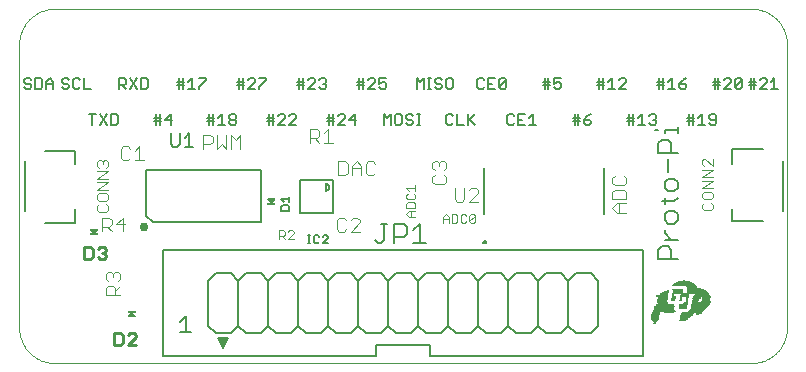
<source format=gbr>
G04 EAGLE Gerber RS-274X export*
G75*
%MOMM*%
%FSLAX34Y34*%
%LPD*%
%INSilkscreen Top*%
%IPPOS*%
%AMOC8*
5,1,8,0,0,1.08239X$1,22.5*%
G01*
%ADD10C,0.127000*%
%ADD11C,0.152400*%
%ADD12C,0.101600*%
%ADD13C,0.000000*%
%ADD14C,0.762000*%
%ADD15C,0.200000*%
%ADD16C,0.203200*%
%ADD17C,0.076200*%
%ADD18R,0.508000X0.254000*%
%ADD19R,0.381000X0.127000*%
%ADD20R,0.254000X0.254000*%
%ADD21C,0.177800*%
%ADD22R,0.010159X0.002541*%
%ADD23R,0.022859X0.002541*%
%ADD24R,0.027941X0.002541*%
%ADD25R,0.035559X0.002541*%
%ADD26R,0.040641X0.002538*%
%ADD27R,0.048259X0.002541*%
%ADD28R,0.050800X0.002541*%
%ADD29R,0.058422X0.002541*%
%ADD30R,0.060959X0.002541*%
%ADD31R,0.068581X0.002538*%
%ADD32R,0.073659X0.002541*%
%ADD33R,0.078738X0.002541*%
%ADD34R,0.083819X0.002541*%
%ADD35R,0.091441X0.002541*%
%ADD36R,0.093981X0.002538*%
%ADD37R,0.101600X0.002541*%
%ADD38R,0.106681X0.002541*%
%ADD39R,0.109222X0.002541*%
%ADD40R,0.116838X0.002541*%
%ADD41R,0.121919X0.002538*%
%ADD42R,0.124459X0.002541*%
%ADD43R,0.129541X0.002541*%
%ADD44R,0.134622X0.002541*%
%ADD45R,0.137159X0.002541*%
%ADD46R,0.142241X0.002538*%
%ADD47R,0.147319X0.002541*%
%ADD48R,0.149859X0.002541*%
%ADD49R,0.154941X0.002541*%
%ADD50R,0.160019X0.002541*%
%ADD51R,0.162559X0.002538*%
%ADD52R,0.167641X0.002541*%
%ADD53R,0.172722X0.002541*%
%ADD54R,0.175263X0.002541*%
%ADD55R,0.180338X0.002541*%
%ADD56R,0.182878X0.002538*%
%ADD57R,0.185419X0.002541*%
%ADD58R,0.190500X0.002541*%
%ADD59R,0.193041X0.002541*%
%ADD60R,0.198122X0.002541*%
%ADD61R,0.200663X0.002538*%
%ADD62R,0.203200X0.002541*%
%ADD63R,0.208278X0.002541*%
%ADD64R,0.213359X0.002541*%
%ADD65R,0.218441X0.002538*%
%ADD66R,0.223522X0.002541*%
%ADD67R,0.228600X0.002541*%
%ADD68R,0.233678X0.002541*%
%ADD69R,0.233678X0.002538*%
%ADD70R,0.238759X0.002541*%
%ADD71R,0.243841X0.002541*%
%ADD72R,0.248922X0.002541*%
%ADD73R,0.254000X0.002538*%
%ADD74R,0.254000X0.002541*%
%ADD75R,0.259078X0.002541*%
%ADD76R,0.261619X0.002541*%
%ADD77R,0.264159X0.002541*%
%ADD78R,0.269241X0.002538*%
%ADD79R,0.271781X0.002541*%
%ADD80R,0.274322X0.002541*%
%ADD81R,0.279400X0.002541*%
%ADD82R,0.281941X0.002541*%
%ADD83R,0.284478X0.002538*%
%ADD84R,0.287019X0.002541*%
%ADD85R,0.292100X0.002541*%
%ADD86R,0.294641X0.002541*%
%ADD87R,0.297181X0.002541*%
%ADD88R,0.302259X0.002538*%
%ADD89R,0.307341X0.002541*%
%ADD90R,0.312422X0.002541*%
%ADD91R,0.317500X0.002541*%
%ADD92R,0.320038X0.002541*%
%ADD93R,0.325119X0.002538*%
%ADD94R,0.332741X0.002541*%
%ADD95R,0.335281X0.002541*%
%ADD96R,0.340359X0.002541*%
%ADD97R,0.345441X0.002541*%
%ADD98R,0.350522X0.002538*%
%ADD99R,0.358137X0.002541*%
%ADD100R,0.360678X0.002541*%
%ADD101R,0.365759X0.002541*%
%ADD102R,0.373381X0.002541*%
%ADD103R,0.375919X0.002538*%
%ADD104R,0.383541X0.002541*%
%ADD105R,0.386081X0.002541*%
%ADD106R,0.391163X0.002541*%
%ADD107R,0.398778X0.002541*%
%ADD108R,0.401319X0.002538*%
%ADD109R,0.015241X0.002538*%
%ADD110R,0.406400X0.002541*%
%ADD111R,0.033022X0.002541*%
%ADD112R,0.411478X0.002541*%
%ADD113R,0.048262X0.002541*%
%ADD114R,0.416559X0.002541*%
%ADD115R,0.063500X0.002541*%
%ADD116R,0.421641X0.002541*%
%ADD117R,0.078741X0.002541*%
%ADD118R,0.426722X0.002538*%
%ADD119R,0.431800X0.002541*%
%ADD120R,0.436881X0.002541*%
%ADD121R,0.124463X0.002541*%
%ADD122R,0.441959X0.002541*%
%ADD123R,0.139700X0.002541*%
%ADD124R,0.447041X0.002541*%
%ADD125R,0.449578X0.002538*%
%ADD126R,0.170181X0.002538*%
%ADD127R,0.457200X0.002541*%
%ADD128R,0.182881X0.002541*%
%ADD129R,0.459741X0.002541*%
%ADD130R,0.464822X0.002541*%
%ADD131R,0.210822X0.002541*%
%ADD132R,0.467359X0.002541*%
%ADD133R,0.226062X0.002541*%
%ADD134R,0.472441X0.002538*%
%ADD135R,0.330200X0.002538*%
%ADD136R,0.477519X0.002541*%
%ADD137R,0.368300X0.002541*%
%ADD138R,0.480059X0.002541*%
%ADD139R,0.485141X0.002541*%
%ADD140R,0.398781X0.002541*%
%ADD141R,0.487678X0.002541*%
%ADD142R,0.411481X0.002541*%
%ADD143R,0.492759X0.002538*%
%ADD144R,0.421641X0.002538*%
%ADD145R,0.497841X0.002541*%
%ADD146R,0.434341X0.002541*%
%ADD147R,0.500381X0.002541*%
%ADD148R,0.441963X0.002541*%
%ADD149R,0.502922X0.002541*%
%ADD150R,0.452122X0.002541*%
%ADD151R,0.505463X0.002541*%
%ADD152R,0.510537X0.002538*%
%ADD153R,0.467363X0.002538*%
%ADD154R,0.510537X0.002541*%
%ADD155R,0.474981X0.002541*%
%ADD156R,0.515619X0.002541*%
%ADD157R,0.482600X0.002541*%
%ADD158R,0.518159X0.002541*%
%ADD159R,0.520700X0.002541*%
%ADD160R,0.495300X0.002541*%
%ADD161R,0.525781X0.002538*%
%ADD162R,0.500381X0.002538*%
%ADD163R,0.528322X0.002541*%
%ADD164R,0.505459X0.002541*%
%ADD165R,0.530863X0.002541*%
%ADD166R,0.510541X0.002541*%
%ADD167R,0.533400X0.002541*%
%ADD168R,0.515622X0.002541*%
%ADD169R,0.538478X0.002541*%
%ADD170R,0.538478X0.002538*%
%ADD171R,0.543559X0.002541*%
%ADD172R,0.548641X0.002541*%
%ADD173R,0.538481X0.002541*%
%ADD174R,0.541022X0.002541*%
%ADD175R,0.553722X0.002538*%
%ADD176R,0.543559X0.002538*%
%ADD177R,0.556262X0.002541*%
%ADD178R,0.558800X0.002541*%
%ADD179R,0.551181X0.002541*%
%ADD180R,0.561338X0.002541*%
%ADD181R,0.553722X0.002541*%
%ADD182R,0.563878X0.002541*%
%ADD183R,0.568959X0.002538*%
%ADD184R,0.561341X0.002538*%
%ADD185R,0.568959X0.002541*%
%ADD186R,0.563881X0.002541*%
%ADD187R,0.574041X0.002541*%
%ADD188R,0.566422X0.002541*%
%ADD189R,0.571500X0.002541*%
%ADD190R,0.579122X0.002541*%
%ADD191R,0.579122X0.002538*%
%ADD192R,0.576581X0.002538*%
%ADD193R,0.581663X0.002541*%
%ADD194R,0.584200X0.002541*%
%ADD195R,0.579119X0.002541*%
%ADD196R,0.586738X0.002541*%
%ADD197R,0.581659X0.002541*%
%ADD198R,0.589278X0.002541*%
%ADD199R,0.591819X0.002538*%
%ADD200R,0.586741X0.002538*%
%ADD201R,0.594359X0.002541*%
%ADD202R,0.589281X0.002541*%
%ADD203R,0.596900X0.002541*%
%ADD204R,0.591819X0.002541*%
%ADD205R,0.599441X0.002541*%
%ADD206R,0.601981X0.002541*%
%ADD207R,0.601981X0.002538*%
%ADD208R,0.599441X0.002538*%
%ADD209R,0.607063X0.002541*%
%ADD210R,0.604519X0.002541*%
%ADD211R,0.612138X0.002541*%
%ADD212R,0.607059X0.002541*%
%ADD213R,0.609600X0.002541*%
%ADD214R,0.614678X0.002538*%
%ADD215R,0.612141X0.002538*%
%ADD216R,0.617219X0.002541*%
%ADD217R,0.614681X0.002541*%
%ADD218R,0.619759X0.002541*%
%ADD219R,0.622300X0.002541*%
%ADD220R,0.624841X0.002538*%
%ADD221R,0.622300X0.002538*%
%ADD222R,0.627381X0.002541*%
%ADD223R,0.624841X0.002541*%
%ADD224R,0.629922X0.002541*%
%ADD225R,0.627378X0.002541*%
%ADD226R,0.632463X0.002541*%
%ADD227R,0.629919X0.002541*%
%ADD228R,0.635000X0.002538*%
%ADD229R,0.632459X0.002538*%
%ADD230R,0.635000X0.002541*%
%ADD231R,0.640078X0.002541*%
%ADD232R,0.637541X0.002541*%
%ADD233R,0.642619X0.002541*%
%ADD234R,0.645159X0.002538*%
%ADD235R,0.642619X0.002538*%
%ADD236R,0.645159X0.002541*%
%ADD237R,0.647700X0.002541*%
%ADD238R,0.650241X0.002541*%
%ADD239R,0.652781X0.002538*%
%ADD240R,0.650238X0.002538*%
%ADD241R,0.652781X0.002541*%
%ADD242R,0.652778X0.002541*%
%ADD243R,0.655322X0.002541*%
%ADD244R,0.655319X0.002541*%
%ADD245R,0.657859X0.002541*%
%ADD246R,0.660400X0.002541*%
%ADD247R,0.657859X0.002538*%
%ADD248R,0.665478X0.002538*%
%ADD249R,0.662941X0.002541*%
%ADD250R,0.668019X0.002541*%
%ADD251R,0.670559X0.002541*%
%ADD252R,0.673100X0.002541*%
%ADD253R,0.665481X0.002541*%
%ADD254R,0.668019X0.002538*%
%ADD255R,0.675641X0.002538*%
%ADD256R,0.680722X0.002541*%
%ADD257R,0.683262X0.002541*%
%ADD258R,0.685800X0.002541*%
%ADD259R,0.688341X0.002541*%
%ADD260R,0.673100X0.002538*%
%ADD261R,0.693422X0.002538*%
%ADD262R,0.695963X0.002541*%
%ADD263R,0.698500X0.002541*%
%ADD264R,0.675641X0.002541*%
%ADD265R,0.701041X0.002541*%
%ADD266R,0.678181X0.002541*%
%ADD267R,0.703581X0.002541*%
%ADD268R,0.678181X0.002538*%
%ADD269R,0.706122X0.002538*%
%ADD270R,0.708659X0.002541*%
%ADD271R,0.680719X0.002541*%
%ADD272R,0.711200X0.002541*%
%ADD273R,0.716281X0.002541*%
%ADD274R,0.718822X0.002541*%
%ADD275R,0.683259X0.002538*%
%ADD276R,0.721359X0.002538*%
%ADD277R,0.683259X0.002541*%
%ADD278R,0.726441X0.002541*%
%ADD279R,0.728981X0.002541*%
%ADD280R,0.734059X0.002541*%
%ADD281R,0.685800X0.002538*%
%ADD282R,0.736600X0.002538*%
%ADD283R,0.739141X0.002541*%
%ADD284R,0.690881X0.002541*%
%ADD285R,0.744219X0.002541*%
%ADD286R,0.746759X0.002541*%
%ADD287R,0.749300X0.002541*%
%ADD288R,0.690881X0.002538*%
%ADD289R,0.754381X0.002538*%
%ADD290R,0.754378X0.002541*%
%ADD291R,0.759459X0.002541*%
%ADD292R,0.762000X0.002541*%
%ADD293R,0.693422X0.002541*%
%ADD294R,0.764541X0.002541*%
%ADD295R,0.769619X0.002538*%
%ADD296R,0.772159X0.002541*%
%ADD297R,0.777241X0.002541*%
%ADD298R,0.777238X0.002541*%
%ADD299R,0.695959X0.002541*%
%ADD300R,0.782319X0.002541*%
%ADD301R,0.695959X0.002538*%
%ADD302R,0.784859X0.002538*%
%ADD303R,0.789938X0.002541*%
%ADD304R,0.795019X0.002541*%
%ADD305R,0.800100X0.002541*%
%ADD306R,0.805178X0.002541*%
%ADD307R,0.698500X0.002538*%
%ADD308R,0.807722X0.002538*%
%ADD309R,0.815341X0.002541*%
%ADD310R,0.820422X0.002541*%
%ADD311R,0.825500X0.002541*%
%ADD312R,0.830581X0.002541*%
%ADD313R,0.701041X0.002538*%
%ADD314R,0.835663X0.002538*%
%ADD315R,0.838200X0.002541*%
%ADD316R,0.845822X0.002541*%
%ADD317R,0.850900X0.002541*%
%ADD318R,0.855981X0.002541*%
%ADD319R,0.861059X0.002538*%
%ADD320R,0.866141X0.002541*%
%ADD321R,0.871219X0.002541*%
%ADD322R,0.876300X0.002541*%
%ADD323R,0.881381X0.002538*%
%ADD324R,0.883919X0.002541*%
%ADD325R,0.886459X0.002541*%
%ADD326R,0.891541X0.002541*%
%ADD327R,0.894078X0.002538*%
%ADD328R,0.899159X0.002541*%
%ADD329R,0.693419X0.002541*%
%ADD330R,0.901700X0.002541*%
%ADD331R,0.906778X0.002541*%
%ADD332R,0.909319X0.002538*%
%ADD333R,0.911859X0.002541*%
%ADD334R,0.914400X0.002541*%
%ADD335R,0.916941X0.002541*%
%ADD336R,0.919481X0.002541*%
%ADD337R,0.924563X0.002538*%
%ADD338R,0.927100X0.002541*%
%ADD339R,0.932181X0.002541*%
%ADD340R,0.934722X0.002541*%
%ADD341R,0.680722X0.002538*%
%ADD342R,0.937259X0.002538*%
%ADD343R,0.937259X0.002541*%
%ADD344R,0.942341X0.002541*%
%ADD345R,0.944881X0.002541*%
%ADD346R,0.947419X0.002541*%
%ADD347R,0.949959X0.002538*%
%ADD348R,0.952500X0.002541*%
%ADD349R,0.955041X0.002541*%
%ADD350R,0.670563X0.002541*%
%ADD351R,0.955038X0.002541*%
%ADD352R,0.960119X0.002541*%
%ADD353R,0.668022X0.002538*%
%ADD354R,0.962659X0.002538*%
%ADD355R,0.965200X0.002541*%
%ADD356R,0.967741X0.002541*%
%ADD357R,0.972822X0.002541*%
%ADD358R,0.972822X0.002538*%
%ADD359R,0.665478X0.002541*%
%ADD360R,0.975359X0.002541*%
%ADD361R,0.662938X0.002541*%
%ADD362R,0.980441X0.002541*%
%ADD363R,0.982981X0.002541*%
%ADD364R,0.660400X0.002538*%
%ADD365R,0.985519X0.002538*%
%ADD366R,0.988059X0.002541*%
%ADD367R,0.990600X0.002541*%
%ADD368R,0.993141X0.002541*%
%ADD369R,0.993138X0.002541*%
%ADD370R,0.995678X0.002538*%
%ADD371R,0.998219X0.002541*%
%ADD372R,0.998222X0.002541*%
%ADD373R,1.003300X0.002541*%
%ADD374R,1.005841X0.002541*%
%ADD375R,0.652778X0.002538*%
%ADD376R,1.005841X0.002538*%
%ADD377R,1.008381X0.002541*%
%ADD378R,1.010919X0.002541*%
%ADD379R,1.016000X0.002538*%
%ADD380R,1.018541X0.002541*%
%ADD381R,1.018538X0.002541*%
%ADD382R,1.021078X0.002541*%
%ADD383R,1.021081X0.002541*%
%ADD384R,0.647700X0.002538*%
%ADD385R,1.023622X0.002538*%
%ADD386R,1.023622X0.002541*%
%ADD387R,0.022863X0.002541*%
%ADD388R,1.026159X0.002541*%
%ADD389R,0.033019X0.002541*%
%ADD390R,0.040641X0.002541*%
%ADD391R,1.028700X0.002541*%
%ADD392R,1.026159X0.002538*%
%ADD393R,0.058419X0.002538*%
%ADD394R,0.066041X0.002541*%
%ADD395R,1.031238X0.002541*%
%ADD396R,0.642622X0.002541*%
%ADD397R,1.031241X0.002541*%
%ADD398R,0.086359X0.002541*%
%ADD399R,0.642622X0.002538*%
%ADD400R,1.033781X0.002538*%
%ADD401R,0.093978X0.002538*%
%ADD402R,1.033781X0.002541*%
%ADD403R,1.036322X0.002541*%
%ADD404R,0.640081X0.002541*%
%ADD405R,0.114300X0.002541*%
%ADD406R,1.036319X0.002541*%
%ADD407R,0.121919X0.002541*%
%ADD408R,0.640081X0.002538*%
%ADD409R,1.036319X0.002538*%
%ADD410R,0.127000X0.002538*%
%ADD411R,0.134619X0.002541*%
%ADD412R,1.038859X0.002541*%
%ADD413R,1.038863X0.002541*%
%ADD414R,0.147322X0.002541*%
%ADD415R,1.041400X0.002541*%
%ADD416R,1.041400X0.002538*%
%ADD417R,0.175259X0.002541*%
%ADD418R,0.632459X0.002541*%
%ADD419R,0.195578X0.002538*%
%ADD420R,1.043941X0.002541*%
%ADD421R,0.200659X0.002541*%
%ADD422R,0.215900X0.002541*%
%ADD423R,0.220981X0.002541*%
%ADD424R,0.627381X0.002538*%
%ADD425R,1.043941X0.002538*%
%ADD426R,0.228600X0.002538*%
%ADD427R,1.043937X0.002541*%
%ADD428R,0.236219X0.002541*%
%ADD429R,0.241300X0.002541*%
%ADD430R,0.246378X0.002541*%
%ADD431R,0.251459X0.002541*%
%ADD432R,0.259081X0.002538*%
%ADD433R,0.266700X0.002541*%
%ADD434R,0.271778X0.002541*%
%ADD435R,0.276859X0.002541*%
%ADD436R,0.619762X0.002538*%
%ADD437R,0.289559X0.002538*%
%ADD438R,0.619762X0.002541*%
%ADD439R,0.617222X0.002541*%
%ADD440R,0.299722X0.002541*%
%ADD441R,0.614681X0.002538*%
%ADD442R,0.612141X0.002541*%
%ADD443R,0.342900X0.002541*%
%ADD444R,0.355600X0.002541*%
%ADD445R,0.607059X0.002538*%
%ADD446R,1.038859X0.002538*%
%ADD447R,0.381000X0.002538*%
%ADD448R,0.401319X0.002541*%
%ADD449R,0.439419X0.002541*%
%ADD450R,0.601978X0.002541*%
%ADD451R,0.449581X0.002541*%
%ADD452R,0.601978X0.002538*%
%ADD453R,0.454659X0.002538*%
%ADD454R,0.462281X0.002541*%
%ADD455R,0.246381X0.002541*%
%ADD456R,0.472441X0.002541*%
%ADD457R,0.299719X0.002541*%
%ADD458R,0.594359X0.002538*%
%ADD459R,0.347981X0.002538*%
%ADD460R,0.482600X0.002538*%
%ADD461R,0.388619X0.002541*%
%ADD462R,1.026163X0.002541*%
%ADD463R,0.426719X0.002541*%
%ADD464R,0.490219X0.002541*%
%ADD465R,0.591822X0.002541*%
%ADD466R,0.492759X0.002541*%
%ADD467R,0.591822X0.002538*%
%ADD468R,0.515619X0.002538*%
%ADD469R,1.018541X0.002538*%
%ADD470R,1.013459X0.002541*%
%ADD471R,0.586741X0.002541*%
%ADD472R,1.010922X0.002541*%
%ADD473R,0.508000X0.002541*%
%ADD474R,1.008378X0.002541*%
%ADD475R,0.584200X0.002538*%
%ADD476R,1.003300X0.002538*%
%ADD477R,0.520700X0.002538*%
%ADD478R,1.000759X0.002541*%
%ADD479R,0.525778X0.002541*%
%ADD480R,0.528319X0.002541*%
%ADD481R,0.576581X0.002541*%
%ADD482R,0.535941X0.002541*%
%ADD483R,0.576578X0.002538*%
%ADD484R,0.708659X0.002538*%
%ADD485R,0.541019X0.002538*%
%ADD486R,0.723900X0.002541*%
%ADD487R,0.576578X0.002541*%
%ADD488R,0.546100X0.002541*%
%ADD489R,0.741681X0.002541*%
%ADD490R,0.556259X0.002541*%
%ADD491R,0.767081X0.002541*%
%ADD492R,0.561341X0.002541*%
%ADD493R,0.574041X0.002538*%
%ADD494R,0.782319X0.002538*%
%ADD495R,0.566419X0.002538*%
%ADD496R,0.795022X0.002541*%
%ADD497R,0.807719X0.002541*%
%ADD498R,0.820419X0.002541*%
%ADD499R,0.833122X0.002541*%
%ADD500R,1.191259X0.002541*%
%ADD501R,0.571500X0.002538*%
%ADD502R,0.845819X0.002538*%
%ADD503R,1.191259X0.002538*%
%ADD504R,0.858522X0.002541*%
%ADD505R,0.868678X0.002541*%
%ADD506R,0.881381X0.002541*%
%ADD507R,1.191263X0.002541*%
%ADD508R,0.894081X0.002541*%
%ADD509R,0.906778X0.002538*%
%ADD510R,0.924563X0.002541*%
%ADD511R,0.566419X0.002541*%
%ADD512R,0.947422X0.002541*%
%ADD513R,0.957578X0.002538*%
%ADD514R,0.970281X0.002541*%
%ADD515R,0.982978X0.002541*%
%ADD516R,1.193800X0.002541*%
%ADD517R,0.568963X0.002541*%
%ADD518R,1.054100X0.002541*%
%ADD519R,1.064259X0.002541*%
%ADD520R,1.076959X0.002538*%
%ADD521R,1.089659X0.002541*%
%ADD522R,1.099819X0.002541*%
%ADD523R,1.104900X0.002541*%
%ADD524R,1.109981X0.002541*%
%ADD525R,1.117600X0.002538*%
%ADD526R,1.122681X0.002541*%
%ADD527R,1.130300X0.002541*%
%ADD528R,1.135378X0.002541*%
%ADD529R,1.143000X0.002541*%
%ADD530R,1.153159X0.002538*%
%ADD531R,0.604522X0.002541*%
%ADD532R,1.163322X0.002541*%
%ADD533R,1.173481X0.002541*%
%ADD534R,1.188719X0.002541*%
%ADD535R,1.813559X0.002541*%
%ADD536R,1.808478X0.002538*%
%ADD537R,1.193800X0.002538*%
%ADD538R,1.805938X0.002541*%
%ADD539R,1.800863X0.002541*%
%ADD540R,1.798322X0.002541*%
%ADD541R,1.795781X0.002541*%
%ADD542R,1.790700X0.002538*%
%ADD543R,1.785619X0.002541*%
%ADD544R,1.780538X0.002541*%
%ADD545R,1.778000X0.002541*%
%ADD546R,1.772922X0.002538*%
%ADD547R,1.770381X0.002541*%
%ADD548R,1.767841X0.002541*%
%ADD549R,1.765300X0.002541*%
%ADD550R,1.760219X0.002541*%
%ADD551R,1.757681X0.002538*%
%ADD552R,1.755141X0.002541*%
%ADD553R,1.752600X0.002541*%
%ADD554R,1.747519X0.002541*%
%ADD555R,1.744978X0.002541*%
%ADD556R,1.744978X0.002538*%
%ADD557R,1.739900X0.002541*%
%ADD558R,1.737363X0.002541*%
%ADD559R,1.732281X0.002541*%
%ADD560R,1.729741X0.002538*%
%ADD561R,1.727200X0.002541*%
%ADD562R,1.722119X0.002541*%
%ADD563R,1.719581X0.002541*%
%ADD564R,1.714500X0.002538*%
%ADD565R,1.711959X0.002541*%
%ADD566R,1.709419X0.002541*%
%ADD567R,1.704338X0.002541*%
%ADD568R,1.701800X0.002538*%
%ADD569R,1.191263X0.002538*%
%ADD570R,1.699259X0.002541*%
%ADD571R,1.696719X0.002541*%
%ADD572R,1.691641X0.002541*%
%ADD573R,1.689100X0.002538*%
%ADD574R,1.689100X0.002541*%
%ADD575R,1.686563X0.002541*%
%ADD576R,1.684022X0.002541*%
%ADD577R,1.681481X0.002541*%
%ADD578R,1.678941X0.002538*%
%ADD579R,1.676400X0.002541*%
%ADD580R,1.673859X0.002541*%
%ADD581R,1.671322X0.002541*%
%ADD582R,1.668781X0.002538*%
%ADD583R,1.663700X0.002541*%
%ADD584R,1.661159X0.002541*%
%ADD585R,1.658619X0.002541*%
%ADD586R,1.656081X0.002538*%
%ADD587R,1.653541X0.002541*%
%ADD588R,1.188722X0.002541*%
%ADD589R,1.651000X0.002541*%
%ADD590R,1.648459X0.002541*%
%ADD591R,1.645919X0.002538*%
%ADD592R,1.643381X0.002541*%
%ADD593R,1.638300X0.002541*%
%ADD594R,1.638300X0.002538*%
%ADD595R,1.196341X0.002538*%
%ADD596R,1.196341X0.002541*%
%ADD597R,1.640841X0.002541*%
%ADD598R,1.198878X0.002541*%
%ADD599R,1.203959X0.002541*%
%ADD600R,1.206500X0.002541*%
%ADD601R,1.640841X0.002538*%
%ADD602R,1.206500X0.002538*%
%ADD603R,1.209041X0.002541*%
%ADD604R,1.211578X0.002541*%
%ADD605R,1.643378X0.002541*%
%ADD606R,1.214119X0.002541*%
%ADD607R,1.643378X0.002538*%
%ADD608R,1.216659X0.002538*%
%ADD609R,1.219200X0.002541*%
%ADD610R,1.221738X0.002541*%
%ADD611R,1.224278X0.002541*%
%ADD612R,1.640838X0.002541*%
%ADD613R,1.224281X0.002541*%
%ADD614R,1.226822X0.002538*%
%ADD615R,1.229363X0.002541*%
%ADD616R,1.231900X0.002541*%
%ADD617R,1.234441X0.002541*%
%ADD618R,1.236981X0.002541*%
%ADD619R,1.239522X0.002538*%
%ADD620R,1.242063X0.002541*%
%ADD621R,1.242059X0.002541*%
%ADD622R,1.645919X0.002541*%
%ADD623R,1.244600X0.002541*%
%ADD624R,1.247141X0.002541*%
%ADD625R,1.249681X0.002538*%
%ADD626R,1.252222X0.002541*%
%ADD627R,1.254759X0.002541*%
%ADD628R,1.645922X0.002541*%
%ADD629R,1.645922X0.002538*%
%ADD630R,1.257300X0.002538*%
%ADD631R,0.002541X0.002541*%
%ADD632R,1.259841X0.002541*%
%ADD633R,1.262381X0.002541*%
%ADD634R,1.264919X0.002541*%
%ADD635R,1.267459X0.002541*%
%ADD636R,0.734059X0.002538*%
%ADD637R,1.267459X0.002538*%
%ADD638R,1.648463X0.002541*%
%ADD639R,1.270000X0.002541*%
%ADD640R,0.736600X0.002541*%
%ADD641R,1.272541X0.002541*%
%ADD642R,1.275078X0.002541*%
%ADD643R,0.734063X0.002541*%
%ADD644R,1.277619X0.002541*%
%ADD645R,0.734063X0.002538*%
%ADD646R,1.280159X0.002538*%
%ADD647R,1.282700X0.002541*%
%ADD648R,1.285238X0.002541*%
%ADD649R,1.287778X0.002538*%
%ADD650R,1.290319X0.002541*%
%ADD651R,1.292859X0.002541*%
%ADD652R,1.292863X0.002541*%
%ADD653R,1.295400X0.002541*%
%ADD654R,1.648459X0.002538*%
%ADD655R,1.297941X0.002538*%
%ADD656R,1.300481X0.002541*%
%ADD657R,1.303022X0.002541*%
%ADD658R,1.305562X0.002541*%
%ADD659R,1.308100X0.002541*%
%ADD660R,1.305559X0.002538*%
%ADD661R,1.310641X0.002541*%
%ADD662R,1.313181X0.002541*%
%ADD663R,1.315722X0.002541*%
%ADD664R,1.318259X0.002538*%
%ADD665R,1.320800X0.002541*%
%ADD666R,1.323341X0.002541*%
%ADD667R,1.325881X0.002541*%
%ADD668R,1.325881X0.002538*%
%ADD669R,1.328419X0.002541*%
%ADD670R,1.635759X0.002541*%
%ADD671R,1.330959X0.002541*%
%ADD672R,1.333500X0.002541*%
%ADD673R,1.633222X0.002541*%
%ADD674R,1.635763X0.002538*%
%ADD675R,1.336041X0.002538*%
%ADD676R,1.338578X0.002541*%
%ADD677R,1.341119X0.002541*%
%ADD678R,1.630681X0.002541*%
%ADD679R,1.343659X0.002541*%
%ADD680R,1.628141X0.002541*%
%ADD681R,1.346200X0.002541*%
%ADD682R,1.628141X0.002538*%
%ADD683R,1.346200X0.002538*%
%ADD684R,1.625600X0.002541*%
%ADD685R,1.628138X0.002541*%
%ADD686R,1.348738X0.002541*%
%ADD687R,1.351278X0.002541*%
%ADD688R,1.353819X0.002541*%
%ADD689R,1.623059X0.002538*%
%ADD690R,1.356359X0.002538*%
%ADD691R,1.620519X0.002541*%
%ADD692R,1.358900X0.002541*%
%ADD693R,1.356363X0.002541*%
%ADD694R,1.361441X0.002541*%
%ADD695R,1.617978X0.002538*%
%ADD696R,1.363981X0.002538*%
%ADD697R,1.615441X0.002541*%
%ADD698R,1.366522X0.002541*%
%ADD699R,1.612900X0.002541*%
%ADD700R,1.369063X0.002541*%
%ADD701R,1.610359X0.002541*%
%ADD702R,1.369059X0.002541*%
%ADD703R,1.610359X0.002538*%
%ADD704R,1.371600X0.002538*%
%ADD705R,1.374141X0.002541*%
%ADD706R,1.607819X0.002541*%
%ADD707R,1.376681X0.002541*%
%ADD708R,1.605281X0.002541*%
%ADD709R,1.379222X0.002541*%
%ADD710R,1.602741X0.002541*%
%ADD711R,1.381759X0.002541*%
%ADD712R,1.602741X0.002538*%
%ADD713R,1.381759X0.002538*%
%ADD714R,1.600200X0.002541*%
%ADD715R,1.384300X0.002541*%
%ADD716R,1.597659X0.002541*%
%ADD717R,1.386841X0.002541*%
%ADD718R,1.595122X0.002541*%
%ADD719R,1.389381X0.002541*%
%ADD720R,1.595122X0.002538*%
%ADD721R,1.389381X0.002538*%
%ADD722R,1.592581X0.002541*%
%ADD723R,1.391919X0.002541*%
%ADD724R,1.590041X0.002541*%
%ADD725R,1.587500X0.002541*%
%ADD726R,1.394459X0.002541*%
%ADD727R,1.397000X0.002541*%
%ADD728R,1.587500X0.002538*%
%ADD729R,1.397000X0.002538*%
%ADD730R,1.584963X0.002541*%
%ADD731R,1.399541X0.002541*%
%ADD732R,1.582422X0.002541*%
%ADD733R,1.402078X0.002541*%
%ADD734R,1.579881X0.002541*%
%ADD735R,1.404619X0.002541*%
%ADD736R,1.577341X0.002541*%
%ADD737R,1.407159X0.002541*%
%ADD738R,1.577338X0.002538*%
%ADD739R,1.404619X0.002538*%
%ADD740R,1.574800X0.002541*%
%ADD741R,1.572259X0.002541*%
%ADD742R,1.409700X0.002541*%
%ADD743R,1.569719X0.002541*%
%ADD744R,1.412238X0.002541*%
%ADD745R,1.567178X0.002541*%
%ADD746R,1.414778X0.002541*%
%ADD747R,1.564638X0.002538*%
%ADD748R,1.414778X0.002538*%
%ADD749R,1.562100X0.002541*%
%ADD750R,1.414781X0.002541*%
%ADD751R,1.417322X0.002541*%
%ADD752R,1.559559X0.002541*%
%ADD753R,1.419863X0.002541*%
%ADD754R,1.557019X0.002541*%
%ADD755R,1.554478X0.002538*%
%ADD756R,1.422400X0.002538*%
%ADD757R,1.551941X0.002541*%
%ADD758R,1.424941X0.002541*%
%ADD759R,1.549400X0.002541*%
%ADD760R,1.427481X0.002541*%
%ADD761R,1.546859X0.002541*%
%ADD762R,1.544319X0.002538*%
%ADD763R,1.430022X0.002538*%
%ADD764R,1.541781X0.002541*%
%ADD765R,1.432559X0.002541*%
%ADD766R,1.539241X0.002541*%
%ADD767R,1.534159X0.002541*%
%ADD768R,1.435100X0.002541*%
%ADD769R,1.531619X0.002541*%
%ADD770R,1.437641X0.002541*%
%ADD771R,1.529081X0.002538*%
%ADD772R,1.435100X0.002538*%
%ADD773R,1.529081X0.002541*%
%ADD774R,1.526541X0.002541*%
%ADD775R,1.440181X0.002541*%
%ADD776R,1.521459X0.002541*%
%ADD777R,1.442719X0.002541*%
%ADD778R,1.518922X0.002541*%
%ADD779R,1.516381X0.002538*%
%ADD780R,1.445259X0.002538*%
%ADD781R,1.511300X0.002541*%
%ADD782R,1.445259X0.002541*%
%ADD783R,1.115059X0.002541*%
%ADD784R,0.426722X0.002541*%
%ADD785R,1.107441X0.002541*%
%ADD786R,0.424181X0.002541*%
%ADD787R,1.447800X0.002541*%
%ADD788R,1.450341X0.002541*%
%ADD789R,1.094738X0.002538*%
%ADD790R,0.419100X0.002538*%
%ADD791R,1.450341X0.002538*%
%ADD792R,1.087122X0.002541*%
%ADD793R,0.416563X0.002541*%
%ADD794R,1.452878X0.002541*%
%ADD795R,1.082041X0.002541*%
%ADD796R,0.414022X0.002541*%
%ADD797R,1.455419X0.002541*%
%ADD798R,1.074422X0.002541*%
%ADD799R,1.066800X0.002541*%
%ADD800R,0.408941X0.002541*%
%ADD801R,1.059178X0.002538*%
%ADD802R,0.408938X0.002538*%
%ADD803R,1.457959X0.002538*%
%ADD804R,1.051559X0.002541*%
%ADD805R,1.457959X0.002541*%
%ADD806R,0.403859X0.002541*%
%ADD807R,1.460500X0.002541*%
%ADD808R,1.463037X0.002541*%
%ADD809R,1.023619X0.002538*%
%ADD810R,0.396238X0.002538*%
%ADD811R,1.463041X0.002538*%
%ADD812R,0.393700X0.002541*%
%ADD813R,1.463041X0.002541*%
%ADD814R,1.005837X0.002541*%
%ADD815R,1.465581X0.002541*%
%ADD816R,0.391159X0.002541*%
%ADD817R,1.468122X0.002541*%
%ADD818R,0.982981X0.002538*%
%ADD819R,0.386078X0.002538*%
%ADD820R,1.470662X0.002538*%
%ADD821R,0.972819X0.002541*%
%ADD822R,0.381000X0.002541*%
%ADD823R,1.473200X0.002541*%
%ADD824R,0.962659X0.002541*%
%ADD825R,0.378459X0.002541*%
%ADD826R,1.470659X0.002541*%
%ADD827R,0.375919X0.002541*%
%ADD828R,0.944881X0.002538*%
%ADD829R,0.373381X0.002538*%
%ADD830R,1.475741X0.002538*%
%ADD831R,0.939800X0.002541*%
%ADD832R,0.370841X0.002541*%
%ADD833R,1.475741X0.002541*%
%ADD834R,0.934719X0.002541*%
%ADD835R,1.478281X0.002541*%
%ADD836R,0.932178X0.002541*%
%ADD837R,0.363219X0.002541*%
%ADD838R,0.360681X0.002538*%
%ADD839R,1.480819X0.002538*%
%ADD840R,0.922022X0.002541*%
%ADD841R,0.360681X0.002541*%
%ADD842R,1.480819X0.002541*%
%ADD843R,0.358141X0.002541*%
%ADD844R,1.483359X0.002541*%
%ADD845R,1.485900X0.002541*%
%ADD846R,0.353059X0.002541*%
%ADD847R,1.485900X0.002538*%
%ADD848R,0.906781X0.002541*%
%ADD849R,0.347981X0.002541*%
%ADD850R,1.488441X0.002541*%
%ADD851R,0.904241X0.002541*%
%ADD852R,1.490978X0.002541*%
%ADD853R,0.896619X0.002538*%
%ADD854R,0.337822X0.002538*%
%ADD855R,1.490978X0.002538*%
%ADD856R,0.894078X0.002541*%
%ADD857R,1.493519X0.002541*%
%ADD858R,0.330200X0.002541*%
%ADD859R,0.889000X0.002541*%
%ADD860R,0.886459X0.002538*%
%ADD861R,0.327659X0.002538*%
%ADD862R,1.496059X0.002538*%
%ADD863R,0.325119X0.002541*%
%ADD864R,1.496059X0.002541*%
%ADD865R,0.881378X0.002541*%
%ADD866R,0.322578X0.002541*%
%ADD867R,1.498600X0.002541*%
%ADD868R,0.878841X0.002541*%
%ADD869R,0.878841X0.002538*%
%ADD870R,0.314959X0.002538*%
%ADD871R,1.498600X0.002538*%
%ADD872R,0.314959X0.002541*%
%ADD873R,1.501141X0.002541*%
%ADD874R,0.312419X0.002541*%
%ADD875R,0.873759X0.002541*%
%ADD876R,0.309878X0.002541*%
%ADD877R,0.871222X0.002541*%
%ADD878R,0.304800X0.002541*%
%ADD879R,1.503681X0.002541*%
%ADD880R,0.871222X0.002538*%
%ADD881R,1.501141X0.002538*%
%ADD882R,0.868681X0.002541*%
%ADD883R,0.863600X0.002541*%
%ADD884R,1.506222X0.002541*%
%ADD885R,0.863600X0.002538*%
%ADD886R,0.292100X0.002538*%
%ADD887R,1.506222X0.002538*%
%ADD888R,0.289559X0.002541*%
%ADD889R,0.861059X0.002541*%
%ADD890R,1.506219X0.002541*%
%ADD891R,0.858519X0.002541*%
%ADD892R,0.284481X0.002541*%
%ADD893R,0.855978X0.002541*%
%ADD894R,0.855978X0.002538*%
%ADD895R,0.281941X0.002538*%
%ADD896R,0.853441X0.002541*%
%ADD897R,0.835659X0.002541*%
%ADD898R,0.822959X0.002541*%
%ADD899R,0.848359X0.002541*%
%ADD900R,0.817881X0.002541*%
%ADD901R,0.581659X0.002538*%
%ADD902R,0.812800X0.002538*%
%ADD903R,0.843278X0.002541*%
%ADD904R,0.269241X0.002541*%
%ADD905R,0.810259X0.002541*%
%ADD906R,0.264163X0.002541*%
%ADD907R,0.807722X0.002541*%
%ADD908R,0.843281X0.002541*%
%ADD909R,0.261622X0.002541*%
%ADD910R,0.802641X0.002541*%
%ADD911R,0.840741X0.002541*%
%ADD912R,0.259081X0.002541*%
%ADD913R,0.838200X0.002538*%
%ADD914R,0.256541X0.002538*%
%ADD915R,0.561338X0.002538*%
%ADD916R,0.800100X0.002538*%
%ADD917R,0.833119X0.002541*%
%ADD918R,0.251463X0.002541*%
%ADD919R,0.553719X0.002541*%
%ADD920R,0.792478X0.002541*%
%ADD921R,0.248919X0.002541*%
%ADD922R,0.551178X0.002541*%
%ADD923R,0.828041X0.002538*%
%ADD924R,0.246378X0.002538*%
%ADD925R,0.548638X0.002538*%
%ADD926R,0.787400X0.002538*%
%ADD927R,0.243838X0.002541*%
%ADD928R,0.787400X0.002541*%
%ADD929R,0.784859X0.002541*%
%ADD930R,0.820422X0.002538*%
%ADD931R,0.236219X0.002538*%
%ADD932R,0.535941X0.002538*%
%ADD933R,0.779781X0.002541*%
%ADD934R,0.231141X0.002541*%
%ADD935R,0.812800X0.002541*%
%ADD936R,0.226059X0.002541*%
%ADD937R,0.774700X0.002541*%
%ADD938R,0.810259X0.002538*%
%ADD939R,0.220978X0.002538*%
%ADD940R,0.774700X0.002538*%
%ADD941R,0.525781X0.002541*%
%ADD942R,0.805181X0.002541*%
%ADD943R,0.218441X0.002541*%
%ADD944R,0.523241X0.002541*%
%ADD945R,0.769622X0.002541*%
%ADD946R,0.797559X0.002538*%
%ADD947R,0.210819X0.002538*%
%ADD948R,0.772163X0.002538*%
%ADD949R,0.797559X0.002541*%
%ADD950R,0.208281X0.002541*%
%ADD951R,0.792481X0.002541*%
%ADD952R,0.205741X0.002541*%
%ADD953R,0.789941X0.002541*%
%ADD954R,0.200659X0.002538*%
%ADD955R,0.513081X0.002541*%
%ADD956R,0.767078X0.002541*%
%ADD957R,0.195581X0.002541*%
%ADD958R,0.784863X0.002541*%
%ADD959R,0.782322X0.002541*%
%ADD960R,0.764538X0.002541*%
%ADD961R,0.779781X0.002538*%
%ADD962R,0.187963X0.002538*%
%ADD963R,0.508000X0.002538*%
%ADD964R,0.764538X0.002538*%
%ADD965R,0.187963X0.002541*%
%ADD966R,0.185422X0.002541*%
%ADD967R,0.772163X0.002541*%
%ADD968R,0.180341X0.002541*%
%ADD969R,0.177800X0.002541*%
%ADD970R,0.769622X0.002538*%
%ADD971R,0.175263X0.002538*%
%ADD972R,0.505459X0.002538*%
%ADD973R,0.762000X0.002538*%
%ADD974R,0.767081X0.002538*%
%ADD975R,0.175259X0.002538*%
%ADD976R,0.172719X0.002541*%
%ADD977R,0.502922X0.002538*%
%ADD978R,0.759459X0.002538*%
%ADD979R,0.756922X0.002541*%
%ADD980R,0.759463X0.002538*%
%ADD981R,0.759463X0.002541*%
%ADD982R,0.172719X0.002538*%
%ADD983R,0.756922X0.002538*%
%ADD984R,0.754381X0.002541*%
%ADD985R,0.502919X0.002541*%
%ADD986R,0.756919X0.002541*%
%ADD987R,0.502919X0.002538*%
%ADD988R,0.756919X0.002538*%
%ADD989R,0.500378X0.002541*%
%ADD990R,0.772159X0.002538*%
%ADD991R,0.754378X0.002538*%
%ADD992R,0.284478X0.002541*%
%ADD993R,0.751841X0.002541*%
%ADD994R,0.190500X0.002538*%
%ADD995R,0.751841X0.002538*%
%ADD996R,0.187959X0.002541*%
%ADD997R,0.187959X0.002538*%
%ADD998R,0.505463X0.002538*%
%ADD999R,0.749300X0.002538*%
%ADD1000R,0.284481X0.002538*%
%ADD1001R,0.510541X0.002538*%
%ADD1002R,0.746759X0.002538*%
%ADD1003R,0.777241X0.002538*%
%ADD1004R,0.513081X0.002538*%
%ADD1005R,0.744219X0.002538*%
%ADD1006R,0.777238X0.002538*%
%ADD1007R,0.172722X0.002538*%
%ADD1008R,0.739141X0.002538*%
%ADD1009R,0.523241X0.002538*%
%ADD1010R,0.523238X0.002541*%
%ADD1011R,0.731519X0.002541*%
%ADD1012R,0.525778X0.002538*%
%ADD1013R,0.731519X0.002538*%
%ADD1014R,0.530859X0.002541*%
%ADD1015R,0.530863X0.002538*%
%ADD1016R,0.726441X0.002538*%
%ADD1017R,0.538481X0.002538*%
%ADD1018R,0.723900X0.002538*%
%ADD1019R,0.721359X0.002541*%
%ADD1020R,0.718819X0.002541*%
%ADD1021R,0.716278X0.002541*%
%ADD1022R,0.716278X0.002538*%
%ADD1023R,0.713741X0.002541*%
%ADD1024R,0.287022X0.002541*%
%ADD1025R,0.551181X0.002538*%
%ADD1026R,0.711200X0.002538*%
%ADD1027R,0.706119X0.002541*%
%ADD1028R,0.287022X0.002538*%
%ADD1029R,0.558800X0.002538*%
%ADD1030R,0.703578X0.002538*%
%ADD1031R,0.701037X0.002541*%
%ADD1032R,0.574037X0.002541*%
%ADD1033R,0.769619X0.002541*%
%ADD1034R,0.287019X0.002538*%
%ADD1035R,0.604522X0.002538*%
%ADD1036R,0.670559X0.002538*%
%ADD1037R,0.668022X0.002541*%
%ADD1038R,0.662941X0.002538*%
%ADD1039R,0.627378X0.002538*%
%ADD1040R,0.655319X0.002538*%
%ADD1041R,0.640078X0.002538*%
%ADD1042R,0.650238X0.002541*%
%ADD1043R,0.637537X0.002541*%
%ADD1044R,0.657863X0.002541*%
%ADD1045R,0.797563X0.002538*%
%ADD1046R,0.713741X0.002538*%
%ADD1047R,0.604519X0.002538*%
%ADD1048R,0.830578X0.002538*%
%ADD1049R,0.170181X0.002541*%
%ADD1050R,0.624838X0.002541*%
%ADD1051R,0.858519X0.002538*%
%ADD1052R,0.170178X0.002538*%
%ADD1053R,0.170178X0.002541*%
%ADD1054R,0.645163X0.002541*%
%ADD1055R,0.650241X0.002538*%
%ADD1056R,0.906781X0.002538*%
%ADD1057R,0.932181X0.002538*%
%ADD1058R,0.548641X0.002538*%
%ADD1059R,0.949963X0.002541*%
%ADD1060R,0.952500X0.002538*%
%ADD1061R,0.960122X0.002541*%
%ADD1062R,0.962663X0.002541*%
%ADD1063R,0.728978X0.002541*%
%ADD1064R,0.972819X0.002538*%
%ADD1065R,0.977900X0.002541*%
%ADD1066R,0.980438X0.002541*%
%ADD1067R,1.280159X0.002541*%
%ADD1068R,0.988059X0.002538*%
%ADD1069R,1.275078X0.002538*%
%ADD1070R,1.272538X0.002541*%
%ADD1071R,0.995678X0.002541*%
%ADD1072R,1.000759X0.002538*%
%ADD1073R,1.270000X0.002538*%
%ADD1074R,1.264922X0.002541*%
%ADD1075R,1.013459X0.002538*%
%ADD1076R,1.262381X0.002538*%
%ADD1077R,1.016000X0.002541*%
%ADD1078R,1.257300X0.002541*%
%ADD1079R,1.252222X0.002538*%
%ADD1080R,1.249681X0.002541*%
%ADD1081R,1.247141X0.002538*%
%ADD1082R,1.239519X0.002541*%
%ADD1083R,1.236981X0.002538*%
%ADD1084R,1.229359X0.002541*%
%ADD1085R,0.662938X0.002538*%
%ADD1086R,1.226819X0.002538*%
%ADD1087R,1.226819X0.002541*%
%ADD1088R,1.221741X0.002541*%
%ADD1089R,1.216659X0.002541*%
%ADD1090R,1.209037X0.002538*%
%ADD1091R,1.203963X0.002541*%
%ADD1092R,1.201422X0.002541*%
%ADD1093R,0.637541X0.002538*%
%ADD1094R,1.198881X0.002538*%
%ADD1095R,1.198881X0.002541*%
%ADD1096R,1.188722X0.002538*%
%ADD1097R,1.186181X0.002541*%
%ADD1098R,1.183641X0.002541*%
%ADD1099R,1.178559X0.002538*%
%ADD1100R,1.178559X0.002541*%
%ADD1101R,1.176019X0.002541*%
%ADD1102R,1.170941X0.002538*%
%ADD1103R,1.168400X0.002541*%
%ADD1104R,1.165859X0.002541*%
%ADD1105R,1.163319X0.002541*%
%ADD1106R,1.160778X0.002541*%
%ADD1107R,0.589278X0.002538*%
%ADD1108R,1.160778X0.002538*%
%ADD1109R,1.158241X0.002541*%
%ADD1110R,1.155700X0.002541*%
%ADD1111R,1.153159X0.002541*%
%ADD1112R,1.150619X0.002541*%
%ADD1113R,1.148078X0.002538*%
%ADD1114R,1.148078X0.002541*%
%ADD1115R,1.145538X0.002541*%
%ADD1116R,1.137922X0.002538*%
%ADD1117R,1.135381X0.002541*%
%ADD1118R,1.132841X0.002541*%
%ADD1119R,1.127763X0.002538*%
%ADD1120R,1.127763X0.002541*%
%ADD1121R,1.790700X0.002541*%
%ADD1122R,1.788159X0.002541*%
%ADD1123R,0.858522X0.002538*%
%ADD1124R,1.785619X0.002538*%
%ADD1125R,1.783078X0.002541*%
%ADD1126R,1.780541X0.002541*%
%ADD1127R,1.772919X0.002538*%
%ADD1128R,0.861063X0.002541*%
%ADD1129R,1.770378X0.002541*%
%ADD1130R,1.767838X0.002541*%
%ADD1131R,0.492763X0.002541*%
%ADD1132R,0.487681X0.002538*%
%ADD1133R,1.765300X0.002538*%
%ADD1134R,0.485137X0.002541*%
%ADD1135R,1.762759X0.002541*%
%ADD1136R,1.757681X0.002541*%
%ADD1137R,0.474978X0.002541*%
%ADD1138R,0.472438X0.002541*%
%ADD1139R,0.467359X0.002538*%
%ADD1140R,1.752600X0.002538*%
%ADD1141R,0.462278X0.002541*%
%ADD1142R,1.750063X0.002541*%
%ADD1143R,1.747522X0.002541*%
%ADD1144R,0.454659X0.002541*%
%ADD1145R,1.744981X0.002541*%
%ADD1146R,0.449578X0.002541*%
%ADD1147R,1.742441X0.002541*%
%ADD1148R,0.444500X0.002538*%
%ADD1149R,1.739900X0.002538*%
%ADD1150R,1.737359X0.002541*%
%ADD1151R,1.734822X0.002541*%
%ADD1152R,0.429259X0.002541*%
%ADD1153R,0.424178X0.002541*%
%ADD1154R,1.729741X0.002541*%
%ADD1155R,1.727200X0.002538*%
%ADD1156R,1.724659X0.002541*%
%ADD1157R,1.717041X0.002541*%
%ADD1158R,0.393700X0.002538*%
%ADD1159R,1.717041X0.002538*%
%ADD1160R,1.714500X0.002541*%
%ADD1161R,1.706878X0.002541*%
%ADD1162R,1.704341X0.002541*%
%ADD1163R,0.368300X0.002538*%
%ADD1164R,0.363222X0.002541*%
%ADD1165R,0.353063X0.002541*%
%ADD1166R,1.694178X0.002541*%
%ADD1167R,1.691638X0.002541*%
%ADD1168R,0.340363X0.002538*%
%ADD1169R,1.686559X0.002541*%
%ADD1170R,0.327663X0.002541*%
%ADD1171R,1.684019X0.002541*%
%ADD1172R,0.320041X0.002541*%
%ADD1173R,1.678937X0.002541*%
%ADD1174R,0.309878X0.002538*%
%ADD1175R,1.673859X0.002538*%
%ADD1176R,0.302259X0.002541*%
%ADD1177R,1.668781X0.002541*%
%ADD1178R,0.294637X0.002541*%
%ADD1179R,1.666241X0.002541*%
%ADD1180R,0.281938X0.002541*%
%ADD1181R,1.658622X0.002541*%
%ADD1182R,0.274319X0.002538*%
%ADD1183R,0.241300X0.002538*%
%ADD1184R,0.223519X0.002541*%
%ADD1185R,0.210819X0.002541*%
%ADD1186R,1.623059X0.002541*%
%ADD1187R,0.203200X0.002538*%
%ADD1188R,1.620519X0.002538*%
%ADD1189R,1.617981X0.002541*%
%ADD1190R,0.157481X0.002538*%
%ADD1191R,0.152400X0.002541*%
%ADD1192R,1.595119X0.002541*%
%ADD1193R,0.132081X0.002541*%
%ADD1194R,0.121922X0.002541*%
%ADD1195R,0.111759X0.002538*%
%ADD1196R,1.582419X0.002538*%
%ADD1197R,1.579878X0.002541*%
%ADD1198R,0.093981X0.002541*%
%ADD1199R,0.081281X0.002541*%
%ADD1200R,0.071122X0.002541*%
%ADD1201R,1.564638X0.002541*%
%ADD1202R,0.060963X0.002538*%
%ADD1203R,1.562100X0.002538*%
%ADD1204R,0.035563X0.002541*%
%ADD1205R,1.554478X0.002541*%
%ADD1206R,0.007622X0.002541*%
%ADD1207R,1.539241X0.002538*%
%ADD1208R,1.534163X0.002541*%
%ADD1209R,1.531622X0.002541*%
%ADD1210R,1.524000X0.002541*%
%ADD1211R,1.518922X0.002538*%
%ADD1212R,1.508759X0.002541*%
%ADD1213R,1.493522X0.002538*%
%ADD1214R,1.468119X0.002538*%
%ADD1215R,1.452881X0.002541*%
%ADD1216R,1.440178X0.002538*%
%ADD1217R,1.430019X0.002541*%
%ADD1218R,1.419859X0.002541*%
%ADD1219R,1.399538X0.002541*%
%ADD1220R,1.389378X0.002541*%
%ADD1221R,1.384300X0.002538*%
%ADD1222R,1.376678X0.002541*%
%ADD1223R,1.371600X0.002541*%
%ADD1224R,1.363981X0.002541*%
%ADD1225R,0.005081X0.002538*%
%ADD1226R,0.007619X0.002538*%
%ADD1227R,0.007622X0.002538*%
%ADD1228R,1.351281X0.002538*%
%ADD1229R,1.343662X0.002541*%
%ADD1230R,1.338581X0.002541*%
%ADD1231R,1.330963X0.002541*%
%ADD1232R,1.315722X0.002538*%
%ADD1233R,1.287781X0.002541*%
%ADD1234R,1.183641X0.002538*%
%ADD1235R,1.173478X0.002541*%
%ADD1236R,1.127759X0.002541*%
%ADD1237R,1.104900X0.002538*%
%ADD1238R,1.084578X0.002541*%
%ADD1239R,1.056638X0.002541*%
%ADD1240R,0.904241X0.002538*%
%ADD1241R,0.896622X0.002541*%
%ADD1242R,0.886463X0.002541*%
%ADD1243R,0.883919X0.002538*%
%ADD1244R,0.866141X0.002538*%
%ADD1245R,0.866138X0.002541*%
%ADD1246R,0.868681X0.002538*%
%ADD1247R,0.868678X0.002538*%
%ADD1248R,0.871219X0.002538*%
%ADD1249R,0.866138X0.002538*%
%ADD1250R,1.950719X0.002541*%
%ADD1251R,1.948181X0.002541*%
%ADD1252R,1.943100X0.002541*%
%ADD1253R,1.935481X0.002541*%
%ADD1254R,1.930400X0.002538*%
%ADD1255R,1.925319X0.002541*%
%ADD1256R,1.920241X0.002541*%
%ADD1257R,1.915159X0.002541*%
%ADD1258R,1.910081X0.002541*%
%ADD1259R,1.902459X0.002538*%
%ADD1260R,1.897381X0.002541*%
%ADD1261R,1.892300X0.002541*%
%ADD1262R,1.884681X0.002541*%
%ADD1263R,1.879600X0.002541*%
%ADD1264R,1.874519X0.002538*%
%ADD1265R,1.866900X0.002541*%
%ADD1266R,1.861822X0.002541*%
%ADD1267R,1.856741X0.002541*%
%ADD1268R,1.851659X0.002541*%
%ADD1269R,1.846578X0.002538*%
%ADD1270R,1.838963X0.002541*%
%ADD1271R,1.833881X0.002541*%
%ADD1272R,1.828800X0.002541*%
%ADD1273R,1.818638X0.002541*%
%ADD1274R,1.813563X0.002538*%
%ADD1275R,1.808481X0.002541*%
%ADD1276R,1.803400X0.002541*%
%ADD1277R,1.795778X0.002541*%
%ADD1278R,1.785622X0.002538*%
%ADD1279R,1.775459X0.002541*%
%ADD1280R,1.719581X0.002538*%
%ADD1281R,1.696722X0.002541*%
%ADD1282R,1.681478X0.002538*%
%ADD1283R,1.653538X0.002541*%
%ADD1284R,1.648463X0.002538*%
%ADD1285R,1.633219X0.002541*%
%ADD1286R,1.612900X0.002538*%
%ADD1287R,1.574800X0.002538*%
%ADD1288R,1.564641X0.002541*%
%ADD1289R,1.557022X0.002541*%
%ADD1290R,1.541778X0.002541*%
%ADD1291R,1.534163X0.002538*%
%ADD1292R,1.516378X0.002541*%
%ADD1293R,1.493519X0.002538*%
%ADD1294R,1.478278X0.002541*%
%ADD1295R,1.450338X0.002538*%
%ADD1296R,1.445263X0.002541*%
%ADD1297R,1.427478X0.002541*%
%ADD1298R,1.409700X0.002538*%
%ADD1299R,1.361438X0.002538*%
%ADD1300R,1.353822X0.002541*%
%ADD1301R,1.313181X0.002538*%
%ADD1302R,1.303019X0.002541*%
%ADD1303R,1.290322X0.002541*%
%ADD1304R,1.259841X0.002538*%
%ADD1305R,1.249678X0.002541*%
%ADD1306R,1.203959X0.002538*%
%ADD1307R,1.181100X0.002541*%
%ADD1308R,1.140459X0.002538*%
%ADD1309R,1.117600X0.002541*%
%ADD1310R,1.064263X0.002541*%
%ADD1311R,1.049019X0.002541*%
%ADD1312R,1.023619X0.002541*%
%ADD1313R,1.008381X0.002538*%
%ADD1314R,0.949959X0.002541*%
%ADD1315R,0.934719X0.002538*%
%ADD1316R,0.828041X0.002541*%
%ADD1317R,0.741678X0.002541*%
%ADD1318R,0.683262X0.002538*%
%ADD1319R,0.467363X0.002541*%
%ADD1320R,0.439422X0.002538*%
%ADD1321R,0.162559X0.002541*%
%ADD1322R,0.762000X0.127000*%
%ADD1323C,0.228600*%

G36*
X213526Y134879D02*
X213526Y134879D01*
X213546Y134877D01*
X213647Y134902D01*
X213749Y134921D01*
X213766Y134931D01*
X213785Y134935D01*
X213873Y134991D01*
X213963Y135042D01*
X213980Y135059D01*
X213993Y135067D01*
X214013Y135092D01*
X214081Y135160D01*
X216621Y138335D01*
X216636Y138361D01*
X216657Y138383D01*
X216696Y138468D01*
X216742Y138550D01*
X216748Y138579D01*
X216760Y138606D01*
X216770Y138699D01*
X216788Y138791D01*
X216784Y138821D01*
X216787Y138850D01*
X216767Y138942D01*
X216755Y139035D01*
X216741Y139062D01*
X216735Y139091D01*
X216687Y139171D01*
X216645Y139255D01*
X216624Y139276D01*
X216609Y139302D01*
X216537Y139363D01*
X216471Y139429D01*
X216445Y139442D01*
X216422Y139462D01*
X216335Y139497D01*
X216251Y139539D01*
X216221Y139543D01*
X216194Y139554D01*
X216027Y139572D01*
X210947Y139572D01*
X210918Y139567D01*
X210888Y139570D01*
X210797Y139548D01*
X210704Y139533D01*
X210678Y139519D01*
X210649Y139512D01*
X210570Y139461D01*
X210487Y139417D01*
X210466Y139396D01*
X210441Y139380D01*
X210382Y139307D01*
X210318Y139239D01*
X210305Y139212D01*
X210286Y139189D01*
X210253Y139101D01*
X210214Y139016D01*
X210211Y138986D01*
X210200Y138959D01*
X210197Y138865D01*
X210187Y138772D01*
X210193Y138742D01*
X210192Y138713D01*
X210219Y138623D01*
X210239Y138531D01*
X210254Y138506D01*
X210263Y138477D01*
X210353Y138335D01*
X212893Y135160D01*
X212970Y135091D01*
X213043Y135018D01*
X213061Y135009D01*
X213075Y134996D01*
X213171Y134954D01*
X213263Y134908D01*
X213283Y134906D01*
X213301Y134898D01*
X213404Y134889D01*
X213507Y134875D01*
X213526Y134879D01*
G37*
G36*
X63539Y108971D02*
X63539Y108971D01*
X63559Y108969D01*
X63660Y108994D01*
X63762Y109013D01*
X63779Y109023D01*
X63798Y109027D01*
X63886Y109083D01*
X63976Y109134D01*
X63993Y109151D01*
X64006Y109159D01*
X64026Y109184D01*
X64094Y109252D01*
X66634Y112427D01*
X66649Y112453D01*
X66670Y112475D01*
X66709Y112560D01*
X66755Y112642D01*
X66761Y112671D01*
X66773Y112698D01*
X66783Y112791D01*
X66801Y112883D01*
X66797Y112913D01*
X66800Y112942D01*
X66780Y113034D01*
X66768Y113127D01*
X66754Y113154D01*
X66748Y113183D01*
X66700Y113263D01*
X66658Y113347D01*
X66637Y113368D01*
X66622Y113394D01*
X66550Y113455D01*
X66484Y113521D01*
X66458Y113534D01*
X66435Y113554D01*
X66348Y113589D01*
X66264Y113631D01*
X66234Y113635D01*
X66207Y113646D01*
X66040Y113664D01*
X60960Y113664D01*
X60931Y113659D01*
X60901Y113662D01*
X60810Y113640D01*
X60717Y113625D01*
X60691Y113611D01*
X60662Y113604D01*
X60583Y113553D01*
X60500Y113509D01*
X60479Y113488D01*
X60454Y113472D01*
X60395Y113399D01*
X60331Y113331D01*
X60318Y113304D01*
X60299Y113281D01*
X60266Y113193D01*
X60227Y113108D01*
X60224Y113078D01*
X60213Y113051D01*
X60210Y112957D01*
X60200Y112864D01*
X60206Y112834D01*
X60205Y112805D01*
X60232Y112715D01*
X60252Y112623D01*
X60267Y112598D01*
X60276Y112569D01*
X60366Y112427D01*
X62906Y109252D01*
X62983Y109183D01*
X63056Y109110D01*
X63074Y109101D01*
X63088Y109088D01*
X63184Y109046D01*
X63276Y109000D01*
X63296Y108998D01*
X63314Y108990D01*
X63417Y108981D01*
X63520Y108967D01*
X63539Y108971D01*
G37*
G36*
X97819Y38741D02*
X97819Y38741D01*
X97849Y38738D01*
X97940Y38760D01*
X98033Y38776D01*
X98059Y38789D01*
X98088Y38796D01*
X98167Y38847D01*
X98250Y38891D01*
X98271Y38912D01*
X98296Y38928D01*
X98355Y39001D01*
X98420Y39069D01*
X98432Y39096D01*
X98451Y39119D01*
X98484Y39207D01*
X98523Y39292D01*
X98526Y39322D01*
X98537Y39349D01*
X98540Y39443D01*
X98550Y39536D01*
X98544Y39566D01*
X98545Y39595D01*
X98518Y39685D01*
X98498Y39777D01*
X98483Y39802D01*
X98474Y39831D01*
X98384Y39973D01*
X95844Y43148D01*
X95767Y43217D01*
X95694Y43290D01*
X95677Y43299D01*
X95662Y43312D01*
X95566Y43354D01*
X95474Y43400D01*
X95454Y43402D01*
X95436Y43410D01*
X95333Y43419D01*
X95230Y43433D01*
X95211Y43429D01*
X95191Y43431D01*
X95090Y43406D01*
X94988Y43387D01*
X94971Y43377D01*
X94952Y43373D01*
X94865Y43317D01*
X94774Y43266D01*
X94757Y43249D01*
X94744Y43241D01*
X94724Y43216D01*
X94656Y43148D01*
X92116Y39973D01*
X92101Y39947D01*
X92081Y39925D01*
X92041Y39840D01*
X91995Y39758D01*
X91989Y39729D01*
X91977Y39702D01*
X91967Y39609D01*
X91949Y39517D01*
X91953Y39487D01*
X91950Y39458D01*
X91970Y39366D01*
X91983Y39273D01*
X91996Y39246D01*
X92002Y39217D01*
X92050Y39137D01*
X92092Y39053D01*
X92113Y39032D01*
X92128Y39006D01*
X92200Y38945D01*
X92266Y38879D01*
X92292Y38866D01*
X92315Y38846D01*
X92402Y38811D01*
X92486Y38769D01*
X92516Y38765D01*
X92543Y38754D01*
X92710Y38736D01*
X97790Y38736D01*
X97819Y38741D01*
G37*
D10*
X10314Y239698D02*
X8831Y241181D01*
X5865Y241181D01*
X4382Y239698D01*
X4382Y238215D01*
X5865Y236732D01*
X8831Y236732D01*
X10314Y235249D01*
X10314Y233766D01*
X8831Y232283D01*
X5865Y232283D01*
X4382Y233766D01*
X13737Y232283D02*
X13737Y241181D01*
X13737Y232283D02*
X18186Y232283D01*
X19669Y233766D01*
X19669Y239698D01*
X18186Y241181D01*
X13737Y241181D01*
X23093Y238215D02*
X23093Y232283D01*
X23093Y238215D02*
X26058Y241181D01*
X29024Y238215D01*
X29024Y232283D01*
X29024Y236732D02*
X23093Y236732D01*
X40581Y241181D02*
X42064Y239698D01*
X40581Y241181D02*
X37615Y241181D01*
X36132Y239698D01*
X36132Y238215D01*
X37615Y236732D01*
X40581Y236732D01*
X42064Y235249D01*
X42064Y233766D01*
X40581Y232283D01*
X37615Y232283D01*
X36132Y233766D01*
X49936Y241181D02*
X51419Y239698D01*
X49936Y241181D02*
X46970Y241181D01*
X45487Y239698D01*
X45487Y233766D01*
X46970Y232283D01*
X49936Y232283D01*
X51419Y233766D01*
X54843Y232283D02*
X54843Y241181D01*
X54843Y232283D02*
X60774Y232283D01*
X61958Y210701D02*
X61958Y201803D01*
X58992Y210701D02*
X64924Y210701D01*
X68347Y210701D02*
X74279Y201803D01*
X68347Y201803D02*
X74279Y210701D01*
X77703Y210701D02*
X77703Y201803D01*
X82151Y201803D01*
X83634Y203286D01*
X83634Y209218D01*
X82151Y210701D01*
X77703Y210701D01*
X84392Y232283D02*
X84392Y241181D01*
X88841Y241181D01*
X90324Y239698D01*
X90324Y236732D01*
X88841Y235249D01*
X84392Y235249D01*
X87358Y235249D02*
X90324Y232283D01*
X99679Y232283D02*
X93747Y241181D01*
X99679Y241181D02*
X93747Y232283D01*
X103103Y232283D02*
X103103Y241181D01*
X103103Y232283D02*
X107551Y232283D01*
X109034Y233766D01*
X109034Y239698D01*
X107551Y241181D01*
X103103Y241181D01*
X115953Y210701D02*
X115953Y201803D01*
X118919Y201803D02*
X118919Y210701D01*
X118919Y207735D02*
X114470Y207735D01*
X118919Y207735D02*
X120402Y207735D01*
X120402Y204769D02*
X114470Y204769D01*
X128274Y201803D02*
X128274Y210701D01*
X123825Y206252D01*
X129757Y206252D01*
X135405Y232283D02*
X135405Y241181D01*
X138371Y241181D02*
X138371Y232283D01*
X138371Y238215D02*
X133922Y238215D01*
X138371Y238215D02*
X139854Y238215D01*
X139854Y235249D02*
X133922Y235249D01*
X143277Y238215D02*
X146243Y241181D01*
X146243Y232283D01*
X143277Y232283D02*
X149209Y232283D01*
X152633Y241181D02*
X158564Y241181D01*
X158564Y239698D01*
X152633Y233766D01*
X152633Y232283D01*
X160805Y210701D02*
X160805Y201803D01*
X163771Y201803D02*
X163771Y210701D01*
X163771Y207735D02*
X159322Y207735D01*
X163771Y207735D02*
X165254Y207735D01*
X165254Y204769D02*
X159322Y204769D01*
X168677Y207735D02*
X171643Y210701D01*
X171643Y201803D01*
X168677Y201803D02*
X174609Y201803D01*
X178033Y209218D02*
X179516Y210701D01*
X182481Y210701D01*
X183964Y209218D01*
X183964Y207735D01*
X182481Y206252D01*
X183964Y204769D01*
X183964Y203286D01*
X182481Y201803D01*
X179516Y201803D01*
X178033Y203286D01*
X178033Y204769D01*
X179516Y206252D01*
X178033Y207735D01*
X178033Y209218D01*
X179516Y206252D02*
X182481Y206252D01*
X186205Y232283D02*
X186205Y241181D01*
X189171Y241181D02*
X189171Y232283D01*
X189171Y238215D02*
X184722Y238215D01*
X189171Y238215D02*
X190654Y238215D01*
X190654Y235249D02*
X184722Y235249D01*
X194077Y232283D02*
X200009Y232283D01*
X194077Y232283D02*
X200009Y238215D01*
X200009Y239698D01*
X198526Y241181D01*
X195560Y241181D01*
X194077Y239698D01*
X203433Y241181D02*
X209364Y241181D01*
X209364Y239698D01*
X203433Y233766D01*
X203433Y232283D01*
X211605Y210701D02*
X211605Y201803D01*
X214571Y201803D02*
X214571Y210701D01*
X214571Y207735D02*
X210122Y207735D01*
X214571Y207735D02*
X216054Y207735D01*
X216054Y204769D02*
X210122Y204769D01*
X219477Y201803D02*
X225409Y201803D01*
X219477Y201803D02*
X225409Y207735D01*
X225409Y209218D01*
X223926Y210701D01*
X220960Y210701D01*
X219477Y209218D01*
X228833Y201803D02*
X234764Y201803D01*
X228833Y201803D02*
X234764Y207735D01*
X234764Y209218D01*
X233281Y210701D01*
X230316Y210701D01*
X228833Y209218D01*
X237005Y232283D02*
X237005Y241181D01*
X239971Y241181D02*
X239971Y232283D01*
X239971Y238215D02*
X235522Y238215D01*
X239971Y238215D02*
X241454Y238215D01*
X241454Y235249D02*
X235522Y235249D01*
X244877Y232283D02*
X250809Y232283D01*
X244877Y232283D02*
X250809Y238215D01*
X250809Y239698D01*
X249326Y241181D01*
X246360Y241181D01*
X244877Y239698D01*
X254233Y239698D02*
X255716Y241181D01*
X258681Y241181D01*
X260164Y239698D01*
X260164Y238215D01*
X258681Y236732D01*
X257198Y236732D01*
X258681Y236732D02*
X260164Y235249D01*
X260164Y233766D01*
X258681Y232283D01*
X255716Y232283D01*
X254233Y233766D01*
X262405Y210701D02*
X262405Y201803D01*
X265371Y201803D02*
X265371Y210701D01*
X265371Y207735D02*
X260922Y207735D01*
X265371Y207735D02*
X266854Y207735D01*
X266854Y204769D02*
X260922Y204769D01*
X270277Y201803D02*
X276209Y201803D01*
X270277Y201803D02*
X276209Y207735D01*
X276209Y209218D01*
X274726Y210701D01*
X271760Y210701D01*
X270277Y209218D01*
X284081Y210701D02*
X284081Y201803D01*
X279633Y206252D02*
X284081Y210701D01*
X285564Y206252D02*
X279633Y206252D01*
X287805Y232283D02*
X287805Y241181D01*
X290771Y241181D02*
X290771Y232283D01*
X290771Y238215D02*
X286322Y238215D01*
X290771Y238215D02*
X292254Y238215D01*
X292254Y235249D02*
X286322Y235249D01*
X295677Y232283D02*
X301609Y232283D01*
X295677Y232283D02*
X301609Y238215D01*
X301609Y239698D01*
X300126Y241181D01*
X297160Y241181D01*
X295677Y239698D01*
X305033Y241181D02*
X310964Y241181D01*
X305033Y241181D02*
X305033Y236732D01*
X307998Y238215D01*
X309481Y238215D01*
X310964Y236732D01*
X310964Y233766D01*
X309481Y232283D01*
X306516Y232283D01*
X305033Y233766D01*
X308604Y210701D02*
X308604Y201803D01*
X311570Y207735D02*
X308604Y210701D01*
X311570Y207735D02*
X314536Y210701D01*
X314536Y201803D01*
X319442Y210701D02*
X322408Y210701D01*
X319442Y210701D02*
X317959Y209218D01*
X317959Y203286D01*
X319442Y201803D01*
X322408Y201803D01*
X323891Y203286D01*
X323891Y209218D01*
X322408Y210701D01*
X331763Y210701D02*
X333246Y209218D01*
X331763Y210701D02*
X328797Y210701D01*
X327314Y209218D01*
X327314Y207735D01*
X328797Y206252D01*
X331763Y206252D01*
X333246Y204769D01*
X333246Y203286D01*
X331763Y201803D01*
X328797Y201803D01*
X327314Y203286D01*
X336669Y201803D02*
X339635Y201803D01*
X338152Y201803D02*
X338152Y210701D01*
X336669Y210701D02*
X339635Y210701D01*
X336544Y232283D02*
X336544Y241181D01*
X339510Y238215D01*
X342476Y241181D01*
X342476Y232283D01*
X345899Y232283D02*
X348865Y232283D01*
X347382Y232283D02*
X347382Y241181D01*
X345899Y241181D02*
X348865Y241181D01*
X356585Y241181D02*
X358068Y239698D01*
X356585Y241181D02*
X353619Y241181D01*
X352136Y239698D01*
X352136Y238215D01*
X353619Y236732D01*
X356585Y236732D01*
X358068Y235249D01*
X358068Y233766D01*
X356585Y232283D01*
X353619Y232283D01*
X352136Y233766D01*
X362974Y241181D02*
X365940Y241181D01*
X362974Y241181D02*
X361491Y239698D01*
X361491Y233766D01*
X362974Y232283D01*
X365940Y232283D01*
X367423Y233766D01*
X367423Y239698D01*
X365940Y241181D01*
X365701Y210701D02*
X367184Y209218D01*
X365701Y210701D02*
X362735Y210701D01*
X361252Y209218D01*
X361252Y203286D01*
X362735Y201803D01*
X365701Y201803D01*
X367184Y203286D01*
X370607Y201803D02*
X370607Y210701D01*
X370607Y201803D02*
X376539Y201803D01*
X379963Y201803D02*
X379963Y210701D01*
X385894Y210701D02*
X379963Y204769D01*
X381446Y206252D02*
X385894Y201803D01*
X393854Y239698D02*
X392371Y241181D01*
X389405Y241181D01*
X387922Y239698D01*
X387922Y233766D01*
X389405Y232283D01*
X392371Y232283D01*
X393854Y233766D01*
X397277Y241181D02*
X403209Y241181D01*
X397277Y241181D02*
X397277Y232283D01*
X403209Y232283D01*
X400243Y236732D02*
X397277Y236732D01*
X406633Y233766D02*
X406633Y239698D01*
X408116Y241181D01*
X411081Y241181D01*
X412564Y239698D01*
X412564Y233766D01*
X411081Y232283D01*
X408116Y232283D01*
X406633Y233766D01*
X412564Y239698D01*
X417771Y210701D02*
X419254Y209218D01*
X417771Y210701D02*
X414805Y210701D01*
X413322Y209218D01*
X413322Y203286D01*
X414805Y201803D01*
X417771Y201803D01*
X419254Y203286D01*
X422677Y210701D02*
X428609Y210701D01*
X422677Y210701D02*
X422677Y201803D01*
X428609Y201803D01*
X425643Y206252D02*
X422677Y206252D01*
X432033Y207735D02*
X434998Y210701D01*
X434998Y201803D01*
X432033Y201803D02*
X437964Y201803D01*
X444883Y232283D02*
X444883Y241181D01*
X447849Y241181D02*
X447849Y232283D01*
X447849Y238215D02*
X443400Y238215D01*
X447849Y238215D02*
X449332Y238215D01*
X449332Y235249D02*
X443400Y235249D01*
X452755Y241181D02*
X458687Y241181D01*
X452755Y241181D02*
X452755Y236732D01*
X455721Y238215D01*
X457204Y238215D01*
X458687Y236732D01*
X458687Y233766D01*
X457204Y232283D01*
X454238Y232283D01*
X452755Y233766D01*
X470283Y210701D02*
X470283Y201803D01*
X473249Y201803D02*
X473249Y210701D01*
X473249Y207735D02*
X468800Y207735D01*
X473249Y207735D02*
X474732Y207735D01*
X474732Y204769D02*
X468800Y204769D01*
X481121Y209218D02*
X484087Y210701D01*
X481121Y209218D02*
X478155Y206252D01*
X478155Y203286D01*
X479638Y201803D01*
X482604Y201803D01*
X484087Y203286D01*
X484087Y204769D01*
X482604Y206252D01*
X478155Y206252D01*
X491005Y232283D02*
X491005Y241181D01*
X493971Y241181D02*
X493971Y232283D01*
X493971Y238215D02*
X489522Y238215D01*
X493971Y238215D02*
X495454Y238215D01*
X495454Y235249D02*
X489522Y235249D01*
X498877Y238215D02*
X501843Y241181D01*
X501843Y232283D01*
X498877Y232283D02*
X504809Y232283D01*
X508233Y232283D02*
X514164Y232283D01*
X508233Y232283D02*
X514164Y238215D01*
X514164Y239698D01*
X512681Y241181D01*
X509716Y241181D01*
X508233Y239698D01*
X516405Y210701D02*
X516405Y201803D01*
X519371Y201803D02*
X519371Y210701D01*
X519371Y207735D02*
X514922Y207735D01*
X519371Y207735D02*
X520854Y207735D01*
X520854Y204769D02*
X514922Y204769D01*
X524277Y207735D02*
X527243Y210701D01*
X527243Y201803D01*
X524277Y201803D02*
X530209Y201803D01*
X533633Y209218D02*
X535116Y210701D01*
X538081Y210701D01*
X539564Y209218D01*
X539564Y207735D01*
X538081Y206252D01*
X536598Y206252D01*
X538081Y206252D02*
X539564Y204769D01*
X539564Y203286D01*
X538081Y201803D01*
X535116Y201803D01*
X533633Y203286D01*
X541805Y232283D02*
X541805Y241181D01*
X544771Y241181D02*
X544771Y232283D01*
X544771Y238215D02*
X540322Y238215D01*
X544771Y238215D02*
X546254Y238215D01*
X546254Y235249D02*
X540322Y235249D01*
X549677Y238215D02*
X552643Y241181D01*
X552643Y232283D01*
X549677Y232283D02*
X555609Y232283D01*
X561998Y239698D02*
X564964Y241181D01*
X561998Y239698D02*
X559033Y236732D01*
X559033Y233766D01*
X560516Y232283D01*
X563481Y232283D01*
X564964Y233766D01*
X564964Y235249D01*
X563481Y236732D01*
X559033Y236732D01*
X567205Y210701D02*
X567205Y201803D01*
X570171Y201803D02*
X570171Y210701D01*
X570171Y207735D02*
X565722Y207735D01*
X570171Y207735D02*
X571654Y207735D01*
X571654Y204769D02*
X565722Y204769D01*
X575077Y207735D02*
X578043Y210701D01*
X578043Y201803D01*
X575077Y201803D02*
X581009Y201803D01*
X584433Y203286D02*
X585916Y201803D01*
X588881Y201803D01*
X590364Y203286D01*
X590364Y209218D01*
X588881Y210701D01*
X585916Y210701D01*
X584433Y209218D01*
X584433Y207735D01*
X585916Y206252D01*
X590364Y206252D01*
X588795Y232283D02*
X588795Y241181D01*
X591761Y241181D02*
X591761Y232283D01*
X591761Y238215D02*
X587312Y238215D01*
X591761Y238215D02*
X593244Y238215D01*
X593244Y235249D02*
X587312Y235249D01*
X596667Y232283D02*
X602599Y232283D01*
X596667Y232283D02*
X602599Y238215D01*
X602599Y239698D01*
X601116Y241181D01*
X598150Y241181D01*
X596667Y239698D01*
X606023Y239698D02*
X606023Y233766D01*
X606023Y239698D02*
X607506Y241181D01*
X610471Y241181D01*
X611954Y239698D01*
X611954Y233766D01*
X610471Y232283D01*
X607506Y232283D01*
X606023Y233766D01*
X611954Y239698D01*
X619275Y241181D02*
X619275Y232283D01*
X622241Y232283D02*
X622241Y241181D01*
X622241Y238215D02*
X617792Y238215D01*
X622241Y238215D02*
X623724Y238215D01*
X623724Y235249D02*
X617792Y235249D01*
X627147Y232283D02*
X633079Y232283D01*
X627147Y232283D02*
X633079Y238215D01*
X633079Y239698D01*
X631596Y241181D01*
X628630Y241181D01*
X627147Y239698D01*
X636503Y238215D02*
X639468Y241181D01*
X639468Y232283D01*
X636503Y232283D02*
X642434Y232283D01*
D11*
X557403Y88147D02*
X541133Y88147D01*
X541133Y96282D01*
X543845Y98994D01*
X549268Y98994D01*
X551980Y96282D01*
X551980Y88147D01*
X557403Y104519D02*
X546556Y104519D01*
X546556Y109942D02*
X551980Y104519D01*
X546556Y109942D02*
X546556Y112654D01*
X557403Y120873D02*
X557403Y126297D01*
X554691Y129008D01*
X549268Y129008D01*
X546556Y126297D01*
X546556Y120873D01*
X549268Y118162D01*
X554691Y118162D01*
X557403Y120873D01*
X554691Y137245D02*
X543845Y137245D01*
X554691Y137245D02*
X557403Y139957D01*
X546556Y139957D02*
X546556Y134533D01*
X557403Y148159D02*
X557403Y153583D01*
X554691Y156294D01*
X549268Y156294D01*
X546556Y153583D01*
X546556Y148159D01*
X549268Y145448D01*
X554691Y145448D01*
X557403Y148159D01*
X549268Y161819D02*
X549268Y172666D01*
X557403Y178191D02*
X541133Y178191D01*
X541133Y186326D01*
X543845Y189037D01*
X549268Y189037D01*
X551980Y186326D01*
X551980Y178191D01*
X546556Y194562D02*
X546556Y197274D01*
X557403Y197274D01*
X557403Y194562D02*
X557403Y199986D01*
X541133Y197274D02*
X538421Y197274D01*
D12*
X513842Y127508D02*
X506046Y127508D01*
X502148Y131406D01*
X506046Y135304D01*
X513842Y135304D01*
X507995Y135304D02*
X507995Y127508D01*
X502148Y139202D02*
X513842Y139202D01*
X513842Y145049D01*
X511893Y146998D01*
X504097Y146998D01*
X502148Y145049D01*
X502148Y139202D01*
X502148Y156743D02*
X504097Y158692D01*
X502148Y156743D02*
X502148Y152845D01*
X504097Y150896D01*
X511893Y150896D01*
X513842Y152845D01*
X513842Y156743D01*
X511893Y158692D01*
X270226Y159258D02*
X270226Y170952D01*
X270226Y159258D02*
X276073Y159258D01*
X278022Y161207D01*
X278022Y169003D01*
X276073Y170952D01*
X270226Y170952D01*
X281920Y167054D02*
X281920Y159258D01*
X281920Y167054D02*
X285818Y170952D01*
X289716Y167054D01*
X289716Y159258D01*
X289716Y165105D02*
X281920Y165105D01*
X299461Y170952D02*
X301410Y169003D01*
X299461Y170952D02*
X295563Y170952D01*
X293614Y169003D01*
X293614Y161207D01*
X295563Y159258D01*
X299461Y159258D01*
X301410Y161207D01*
X155926Y181483D02*
X155926Y193177D01*
X161773Y193177D01*
X163722Y191228D01*
X163722Y187330D01*
X161773Y185381D01*
X155926Y185381D01*
X167620Y181483D02*
X167620Y193177D01*
X171518Y185381D02*
X167620Y181483D01*
X171518Y185381D02*
X175416Y181483D01*
X175416Y193177D01*
X179314Y193177D02*
X179314Y181483D01*
X183212Y189279D02*
X179314Y193177D01*
X183212Y189279D02*
X187110Y193177D01*
X187110Y181483D01*
D13*
X0Y270078D02*
X0Y30078D01*
X9Y29353D01*
X35Y28629D01*
X79Y27905D01*
X140Y27183D01*
X219Y26462D01*
X315Y25743D01*
X428Y25027D01*
X559Y24314D01*
X707Y23604D01*
X872Y22899D01*
X1054Y22197D01*
X1253Y21500D01*
X1468Y20807D01*
X1701Y20121D01*
X1950Y19440D01*
X2215Y18765D01*
X2496Y18097D01*
X2794Y17436D01*
X3107Y16782D01*
X3436Y16136D01*
X3781Y15498D01*
X4141Y14869D01*
X4516Y14249D01*
X4906Y13638D01*
X5310Y13036D01*
X5729Y12444D01*
X6163Y11863D01*
X6610Y11292D01*
X7071Y10733D01*
X7545Y10184D01*
X8032Y9648D01*
X8532Y9123D01*
X9045Y8610D01*
X9570Y8110D01*
X10106Y7623D01*
X10655Y7149D01*
X11214Y6688D01*
X11785Y6241D01*
X12366Y5807D01*
X12958Y5388D01*
X13560Y4984D01*
X14171Y4594D01*
X14791Y4219D01*
X15420Y3859D01*
X16058Y3514D01*
X16704Y3185D01*
X17358Y2872D01*
X18019Y2574D01*
X18687Y2293D01*
X19362Y2028D01*
X20043Y1779D01*
X20729Y1546D01*
X21422Y1331D01*
X22119Y1132D01*
X22821Y950D01*
X23526Y785D01*
X24236Y637D01*
X24949Y506D01*
X25665Y393D01*
X26384Y297D01*
X27105Y218D01*
X27827Y157D01*
X28551Y113D01*
X29275Y87D01*
X30000Y78D01*
X620000Y78D01*
X620725Y87D01*
X621449Y113D01*
X622173Y157D01*
X622895Y218D01*
X623616Y297D01*
X624335Y393D01*
X625051Y506D01*
X625764Y637D01*
X626474Y785D01*
X627179Y950D01*
X627881Y1132D01*
X628578Y1331D01*
X629271Y1546D01*
X629957Y1779D01*
X630638Y2028D01*
X631313Y2293D01*
X631981Y2574D01*
X632642Y2872D01*
X633296Y3185D01*
X633942Y3514D01*
X634580Y3859D01*
X635209Y4219D01*
X635829Y4594D01*
X636440Y4984D01*
X637042Y5388D01*
X637634Y5807D01*
X638215Y6241D01*
X638786Y6688D01*
X639345Y7149D01*
X639894Y7623D01*
X640430Y8110D01*
X640955Y8610D01*
X641468Y9123D01*
X641968Y9648D01*
X642455Y10184D01*
X642929Y10733D01*
X643390Y11292D01*
X643837Y11863D01*
X644271Y12444D01*
X644690Y13036D01*
X645094Y13638D01*
X645484Y14249D01*
X645859Y14869D01*
X646219Y15498D01*
X646564Y16136D01*
X646893Y16782D01*
X647206Y17436D01*
X647504Y18097D01*
X647785Y18765D01*
X648050Y19440D01*
X648299Y20121D01*
X648532Y20807D01*
X648747Y21500D01*
X648946Y22197D01*
X649128Y22899D01*
X649293Y23604D01*
X649441Y24314D01*
X649572Y25027D01*
X649685Y25743D01*
X649781Y26462D01*
X649860Y27183D01*
X649921Y27905D01*
X649965Y28629D01*
X649991Y29353D01*
X650000Y30078D01*
X650000Y270078D01*
X649991Y270803D01*
X649965Y271527D01*
X649921Y272251D01*
X649860Y272973D01*
X649781Y273694D01*
X649685Y274413D01*
X649572Y275129D01*
X649441Y275842D01*
X649293Y276552D01*
X649128Y277257D01*
X648946Y277959D01*
X648747Y278656D01*
X648532Y279349D01*
X648299Y280035D01*
X648050Y280716D01*
X647785Y281391D01*
X647504Y282059D01*
X647206Y282720D01*
X646893Y283374D01*
X646564Y284020D01*
X646219Y284658D01*
X645859Y285287D01*
X645484Y285907D01*
X645094Y286518D01*
X644690Y287120D01*
X644271Y287712D01*
X643837Y288293D01*
X643390Y288864D01*
X642929Y289423D01*
X642455Y289972D01*
X641968Y290508D01*
X641468Y291033D01*
X640955Y291546D01*
X640430Y292046D01*
X639894Y292533D01*
X639345Y293007D01*
X638786Y293468D01*
X638215Y293915D01*
X637634Y294349D01*
X637042Y294768D01*
X636440Y295172D01*
X635829Y295562D01*
X635209Y295937D01*
X634580Y296297D01*
X633942Y296642D01*
X633296Y296971D01*
X632642Y297284D01*
X631981Y297582D01*
X631313Y297863D01*
X630638Y298128D01*
X629957Y298377D01*
X629271Y298610D01*
X628578Y298825D01*
X627881Y299024D01*
X627179Y299206D01*
X626474Y299371D01*
X625764Y299519D01*
X625051Y299650D01*
X624335Y299763D01*
X623616Y299859D01*
X622895Y299938D01*
X622173Y299999D01*
X621449Y300043D01*
X620725Y300069D01*
X620000Y300078D01*
X30000Y300078D01*
X29275Y300069D01*
X28551Y300043D01*
X27827Y299999D01*
X27105Y299938D01*
X26384Y299859D01*
X25665Y299763D01*
X24949Y299650D01*
X24236Y299519D01*
X23526Y299371D01*
X22821Y299206D01*
X22119Y299024D01*
X21422Y298825D01*
X20729Y298610D01*
X20043Y298377D01*
X19362Y298128D01*
X18687Y297863D01*
X18019Y297582D01*
X17358Y297284D01*
X16704Y296971D01*
X16058Y296642D01*
X15420Y296297D01*
X14791Y295937D01*
X14171Y295562D01*
X13560Y295172D01*
X12958Y294768D01*
X12366Y294349D01*
X11785Y293915D01*
X11214Y293468D01*
X10655Y293007D01*
X10106Y292533D01*
X9570Y292046D01*
X9045Y291546D01*
X8532Y291033D01*
X8032Y290508D01*
X7545Y289972D01*
X7071Y289423D01*
X6610Y288864D01*
X6163Y288293D01*
X5729Y287712D01*
X5310Y287120D01*
X4906Y286518D01*
X4516Y285907D01*
X4141Y285287D01*
X3781Y284658D01*
X3436Y284020D01*
X3107Y283374D01*
X2794Y282720D01*
X2496Y282059D01*
X2215Y281391D01*
X1950Y280716D01*
X1701Y280035D01*
X1468Y279349D01*
X1253Y278656D01*
X1054Y277959D01*
X872Y277257D01*
X707Y276552D01*
X559Y275842D01*
X428Y275129D01*
X315Y274413D01*
X219Y273694D01*
X140Y272973D01*
X79Y272251D01*
X35Y271527D01*
X9Y270803D01*
X0Y270078D01*
D10*
X107710Y163224D02*
X204710Y163224D01*
X204710Y119224D01*
X113017Y119224D01*
X107710Y124781D01*
X107710Y163224D01*
D14*
X105260Y115674D03*
D11*
X128369Y185192D02*
X128369Y194513D01*
X128369Y185192D02*
X130233Y183328D01*
X133961Y183328D01*
X135826Y185192D01*
X135826Y194513D01*
X140062Y190785D02*
X143791Y194513D01*
X143791Y183328D01*
X140062Y183328D02*
X147520Y183328D01*
D15*
X393050Y102500D02*
X393052Y102563D01*
X393058Y102625D01*
X393068Y102687D01*
X393081Y102749D01*
X393099Y102809D01*
X393120Y102868D01*
X393145Y102926D01*
X393174Y102982D01*
X393206Y103036D01*
X393241Y103088D01*
X393279Y103137D01*
X393321Y103185D01*
X393365Y103229D01*
X393413Y103271D01*
X393462Y103309D01*
X393514Y103344D01*
X393568Y103376D01*
X393624Y103405D01*
X393682Y103430D01*
X393741Y103451D01*
X393801Y103469D01*
X393863Y103482D01*
X393925Y103492D01*
X393987Y103498D01*
X394050Y103500D01*
X394113Y103498D01*
X394175Y103492D01*
X394237Y103482D01*
X394299Y103469D01*
X394359Y103451D01*
X394418Y103430D01*
X394476Y103405D01*
X394532Y103376D01*
X394586Y103344D01*
X394638Y103309D01*
X394687Y103271D01*
X394735Y103229D01*
X394779Y103185D01*
X394821Y103137D01*
X394859Y103088D01*
X394894Y103036D01*
X394926Y102982D01*
X394955Y102926D01*
X394980Y102868D01*
X395001Y102809D01*
X395019Y102749D01*
X395032Y102687D01*
X395042Y102625D01*
X395048Y102563D01*
X395050Y102500D01*
X395048Y102437D01*
X395042Y102375D01*
X395032Y102313D01*
X395019Y102251D01*
X395001Y102191D01*
X394980Y102132D01*
X394955Y102074D01*
X394926Y102018D01*
X394894Y101964D01*
X394859Y101912D01*
X394821Y101863D01*
X394779Y101815D01*
X394735Y101771D01*
X394687Y101729D01*
X394638Y101691D01*
X394586Y101656D01*
X394532Y101624D01*
X394476Y101595D01*
X394418Y101570D01*
X394359Y101549D01*
X394299Y101531D01*
X394237Y101518D01*
X394175Y101508D01*
X394113Y101502D01*
X394050Y101500D01*
X393987Y101502D01*
X393925Y101508D01*
X393863Y101518D01*
X393801Y101531D01*
X393741Y101549D01*
X393682Y101570D01*
X393624Y101595D01*
X393568Y101624D01*
X393514Y101656D01*
X393462Y101691D01*
X393413Y101729D01*
X393365Y101771D01*
X393321Y101815D01*
X393279Y101863D01*
X393241Y101912D01*
X393206Y101964D01*
X393174Y102018D01*
X393145Y102074D01*
X393120Y102132D01*
X393099Y102191D01*
X393081Y102251D01*
X393068Y102313D01*
X393058Y102375D01*
X393052Y102437D01*
X393050Y102500D01*
D10*
X393850Y126550D02*
X393850Y165550D01*
X495150Y165550D02*
X495150Y126550D01*
D12*
X369043Y138697D02*
X369043Y148442D01*
X369043Y138697D02*
X370992Y136748D01*
X374890Y136748D01*
X376839Y138697D01*
X376839Y148442D01*
X380737Y136748D02*
X388533Y136748D01*
X380737Y136748D02*
X388533Y144544D01*
X388533Y146493D01*
X386584Y148442D01*
X382686Y148442D01*
X380737Y146493D01*
D16*
X265460Y127224D02*
X237460Y127224D01*
X237460Y155224D01*
X265460Y155224D01*
X265460Y127224D01*
X259460Y146224D02*
X259568Y146226D01*
X259676Y146232D01*
X259784Y146242D01*
X259892Y146255D01*
X259999Y146273D01*
X260105Y146294D01*
X260210Y146319D01*
X260315Y146348D01*
X260418Y146381D01*
X260520Y146417D01*
X260621Y146458D01*
X260720Y146501D01*
X260817Y146549D01*
X260913Y146599D01*
X261007Y146653D01*
X261098Y146711D01*
X261188Y146772D01*
X261276Y146836D01*
X261361Y146903D01*
X261443Y146973D01*
X261523Y147046D01*
X261600Y147122D01*
X261675Y147201D01*
X261746Y147282D01*
X261815Y147366D01*
X261881Y147452D01*
X261943Y147540D01*
X262002Y147631D01*
X262058Y147724D01*
X262111Y147819D01*
X262160Y147915D01*
X262205Y148014D01*
X262247Y148114D01*
X262285Y148215D01*
X262320Y148318D01*
X262351Y148421D01*
X262378Y148526D01*
X262401Y148632D01*
X262420Y148739D01*
X262436Y148846D01*
X262448Y148954D01*
X262456Y149062D01*
X262460Y149170D01*
X262460Y149278D01*
X262456Y149386D01*
X262448Y149494D01*
X262436Y149602D01*
X262420Y149709D01*
X262401Y149816D01*
X262378Y149922D01*
X262351Y150027D01*
X262320Y150130D01*
X262285Y150233D01*
X262247Y150334D01*
X262205Y150434D01*
X262160Y150533D01*
X262111Y150629D01*
X262058Y150724D01*
X262002Y150817D01*
X261943Y150908D01*
X261881Y150996D01*
X261815Y151082D01*
X261746Y151166D01*
X261675Y151247D01*
X261600Y151326D01*
X261523Y151402D01*
X261443Y151475D01*
X261361Y151545D01*
X261276Y151612D01*
X261188Y151676D01*
X261098Y151737D01*
X261007Y151795D01*
X260913Y151849D01*
X260817Y151899D01*
X260720Y151947D01*
X260621Y151990D01*
X260520Y152031D01*
X260418Y152067D01*
X260315Y152100D01*
X260210Y152129D01*
X260105Y152154D01*
X259999Y152175D01*
X259892Y152193D01*
X259784Y152206D01*
X259676Y152216D01*
X259568Y152222D01*
X259460Y152224D01*
X259460Y146224D01*
D11*
X246551Y101727D02*
X244348Y101727D01*
X245450Y101727D02*
X245450Y108337D01*
X246551Y108337D02*
X244348Y108337D01*
X252642Y108337D02*
X253744Y107235D01*
X252642Y108337D02*
X250439Y108337D01*
X249337Y107235D01*
X249337Y102829D01*
X250439Y101727D01*
X252642Y101727D01*
X253744Y102829D01*
X256822Y101727D02*
X261228Y101727D01*
X256822Y101727D02*
X261228Y106133D01*
X261228Y107235D01*
X260126Y108337D01*
X257923Y108337D01*
X256822Y107235D01*
X603462Y120000D02*
X629462Y120000D01*
X603462Y120000D02*
X603462Y131000D01*
X603462Y169000D02*
X603462Y181000D01*
X629462Y181000D01*
X646462Y171000D02*
X646462Y129000D01*
D17*
X579465Y135798D02*
X577897Y134230D01*
X577897Y131095D01*
X579465Y129527D01*
X585735Y129527D01*
X587303Y131095D01*
X587303Y134230D01*
X585735Y135798D01*
X577897Y140450D02*
X577897Y143585D01*
X577897Y140450D02*
X579465Y138882D01*
X585735Y138882D01*
X587303Y140450D01*
X587303Y143585D01*
X585735Y145153D01*
X579465Y145153D01*
X577897Y143585D01*
X577897Y148237D02*
X587303Y148237D01*
X587303Y154508D02*
X577897Y148237D01*
X577897Y154508D02*
X587303Y154508D01*
X587303Y157593D02*
X577897Y157593D01*
X587303Y163863D01*
X577897Y163863D01*
X587303Y166948D02*
X587303Y173218D01*
X587303Y166948D02*
X581032Y173218D01*
X579465Y173218D01*
X577897Y171651D01*
X577897Y168515D01*
X579465Y166948D01*
D11*
X47540Y180000D02*
X21540Y180000D01*
X47540Y180000D02*
X47540Y169000D01*
X47540Y131000D02*
X47540Y119000D01*
X21540Y119000D01*
X4540Y129000D02*
X4540Y171000D01*
D17*
X65833Y132934D02*
X67401Y134502D01*
X65833Y132934D02*
X65833Y129799D01*
X67401Y128231D01*
X73671Y128231D01*
X75239Y129799D01*
X75239Y132934D01*
X73671Y134502D01*
X65833Y139154D02*
X65833Y142289D01*
X65833Y139154D02*
X67401Y137586D01*
X73671Y137586D01*
X75239Y139154D01*
X75239Y142289D01*
X73671Y143857D01*
X67401Y143857D01*
X65833Y142289D01*
X65833Y146941D02*
X75239Y146941D01*
X75239Y153212D02*
X65833Y146941D01*
X65833Y153212D02*
X75239Y153212D01*
X75239Y156297D02*
X65833Y156297D01*
X75239Y162567D01*
X65833Y162567D01*
X67401Y165652D02*
X65833Y167219D01*
X65833Y170355D01*
X67401Y171922D01*
X68968Y171922D01*
X70536Y170355D01*
X70536Y168787D01*
X70536Y170355D02*
X72104Y171922D01*
X73671Y171922D01*
X75239Y170355D01*
X75239Y167219D01*
X73671Y165652D01*
D16*
X159900Y31750D02*
X166250Y25400D01*
X178950Y25400D01*
X185300Y31750D01*
X191650Y25400D01*
X204350Y25400D01*
X210700Y31750D01*
X217050Y25400D01*
X229750Y25400D01*
X236100Y31750D01*
X242450Y25400D01*
X255150Y25400D01*
X261500Y31750D01*
X267850Y25400D01*
X280550Y25400D01*
X286900Y31750D01*
X293250Y25400D01*
X305950Y25400D01*
X312300Y31750D01*
X159900Y31750D02*
X159900Y69850D01*
X166250Y76200D01*
X178950Y76200D01*
X185300Y69850D01*
X191650Y76200D01*
X204350Y76200D01*
X210700Y69850D01*
X217050Y76200D01*
X229750Y76200D01*
X236100Y69850D01*
X242450Y76200D01*
X255150Y76200D01*
X261500Y69850D01*
X267850Y76200D01*
X280550Y76200D01*
X286900Y69850D01*
X293250Y76200D01*
X305950Y76200D01*
X312300Y69850D01*
X318650Y76200D01*
X331350Y76200D01*
X337700Y69850D01*
X344050Y76200D01*
X356750Y76200D01*
X363100Y69850D01*
X369450Y76200D01*
X382150Y76200D01*
X388500Y69850D01*
X394850Y76200D01*
X407550Y76200D01*
X413900Y69850D01*
X420250Y76200D01*
X432950Y76200D01*
X439300Y69850D01*
X445650Y76200D01*
X458350Y76200D01*
X464700Y69850D01*
X471050Y76200D01*
X483750Y76200D01*
X490100Y69850D01*
X490100Y31750D02*
X483750Y25400D01*
X471050Y25400D01*
X464700Y31750D01*
X458350Y25400D01*
X445650Y25400D01*
X439300Y31750D01*
X432950Y25400D01*
X420250Y25400D01*
X413900Y31750D01*
X407550Y25400D01*
X394850Y25400D01*
X388500Y31750D01*
X382150Y25400D01*
X369450Y25400D01*
X363100Y31750D01*
X356750Y25400D01*
X344050Y25400D01*
X337700Y31750D01*
X331350Y25400D01*
X318650Y25400D01*
X312300Y31750D01*
X185300Y31750D02*
X185300Y69850D01*
X210700Y69850D02*
X210700Y31750D01*
X236100Y31750D02*
X236100Y69850D01*
X261500Y69850D02*
X261500Y31750D01*
X286900Y31750D02*
X286900Y69850D01*
X312300Y69850D02*
X312300Y31750D01*
X337700Y31750D02*
X337700Y69850D01*
X363100Y69850D02*
X363100Y31750D01*
X388500Y31750D02*
X388500Y69850D01*
X413900Y69850D02*
X413900Y31750D01*
X439300Y31750D02*
X439300Y69850D01*
X464700Y69850D02*
X464700Y31750D01*
X490100Y31750D02*
X490100Y69850D01*
X176918Y21082D02*
X168282Y21082D01*
X176918Y21082D02*
X172600Y12700D01*
X168282Y21082D01*
X172600Y15240D02*
X172600Y12700D01*
X121900Y95800D02*
X528100Y95800D01*
X121900Y95800D02*
X121900Y5800D01*
X528100Y5800D02*
X528100Y95800D01*
X302500Y5800D02*
X121900Y5800D01*
X347500Y5800D02*
X528100Y5800D01*
X347500Y15800D02*
X302500Y15800D01*
X302500Y5800D01*
X347500Y5800D02*
X347500Y15800D01*
D18*
X172600Y18034D03*
D19*
X170695Y19939D03*
X174505Y19939D03*
D20*
X172600Y16002D03*
D11*
X141108Y39890D02*
X136532Y35314D01*
X141108Y39890D02*
X141108Y26162D01*
X136532Y26162D02*
X145684Y26162D01*
D21*
X301024Y104403D02*
X303694Y101734D01*
X306363Y101734D01*
X309032Y104403D01*
X309032Y117750D01*
X306363Y117750D02*
X311701Y117750D01*
X317396Y117750D02*
X317396Y101734D01*
X317396Y117750D02*
X325404Y117750D01*
X328073Y115080D01*
X328073Y109742D01*
X325404Y107073D01*
X317396Y107073D01*
X333767Y112411D02*
X339106Y117750D01*
X339106Y101734D01*
X333767Y101734D02*
X344445Y101734D01*
D12*
X94029Y181703D02*
X92080Y183652D01*
X88182Y183652D01*
X86233Y181703D01*
X86233Y173907D01*
X88182Y171958D01*
X92080Y171958D01*
X94029Y173907D01*
X97927Y179754D02*
X101825Y183652D01*
X101825Y171958D01*
X97927Y171958D02*
X105723Y171958D01*
X274706Y123073D02*
X276655Y121124D01*
X274706Y123073D02*
X270808Y123073D01*
X268859Y121124D01*
X268859Y113328D01*
X270808Y111379D01*
X274706Y111379D01*
X276655Y113328D01*
X280553Y111379D02*
X288349Y111379D01*
X280553Y111379D02*
X288349Y119175D01*
X288349Y121124D01*
X286400Y123073D01*
X282502Y123073D01*
X280553Y121124D01*
X349748Y157592D02*
X351697Y159541D01*
X349748Y157592D02*
X349748Y153694D01*
X351697Y151745D01*
X359493Y151745D01*
X361442Y153694D01*
X361442Y157592D01*
X359493Y159541D01*
X351697Y163439D02*
X349748Y165388D01*
X349748Y169286D01*
X351697Y171235D01*
X353646Y171235D01*
X355595Y169286D01*
X355595Y167337D01*
X355595Y169286D02*
X357544Y171235D01*
X359493Y171235D01*
X361442Y169286D01*
X361442Y165388D01*
X359493Y163439D01*
D22*
X537731Y33172D03*
D23*
X537743Y33198D03*
D24*
X537743Y33223D03*
D25*
X537756Y33249D03*
D26*
X537756Y33274D03*
D27*
X537769Y33299D03*
D28*
X537782Y33325D03*
D29*
X537794Y33350D03*
D30*
X537807Y33376D03*
D31*
X537820Y33401D03*
D32*
X537820Y33426D03*
D33*
X537845Y33452D03*
D34*
X537845Y33477D03*
D35*
X537858Y33503D03*
D36*
X537870Y33528D03*
D37*
X537883Y33553D03*
D38*
X537883Y33579D03*
D39*
X537896Y33604D03*
D40*
X537909Y33630D03*
D41*
X537909Y33655D03*
D42*
X537921Y33680D03*
D43*
X537921Y33706D03*
D44*
X537921Y33731D03*
D45*
X537934Y33757D03*
D46*
X537934Y33782D03*
D47*
X537934Y33807D03*
D48*
X537947Y33833D03*
D49*
X537947Y33858D03*
D50*
X537947Y33884D03*
D51*
X537959Y33909D03*
D52*
X537959Y33934D03*
D53*
X537959Y33960D03*
D54*
X537972Y33985D03*
D55*
X537972Y34011D03*
D56*
X537959Y34036D03*
D57*
X537972Y34061D03*
D58*
X537972Y34087D03*
D59*
X537985Y34112D03*
D60*
X537985Y34138D03*
D61*
X537972Y34163D03*
D62*
X537985Y34188D03*
D63*
X537985Y34214D03*
D64*
X537985Y34239D03*
X537985Y34265D03*
D65*
X537985Y34290D03*
D66*
X537985Y34315D03*
X537985Y34341D03*
D67*
X537985Y34366D03*
D68*
X537985Y34392D03*
D69*
X537985Y34417D03*
D70*
X537985Y34442D03*
D71*
X537985Y34468D03*
X537985Y34493D03*
D72*
X537985Y34519D03*
D73*
X537985Y34544D03*
D74*
X537985Y34569D03*
D75*
X537985Y34595D03*
D76*
X537997Y34620D03*
D77*
X537985Y34646D03*
D78*
X537985Y34671D03*
D79*
X537997Y34696D03*
D80*
X537985Y34722D03*
D81*
X537985Y34747D03*
D82*
X537997Y34773D03*
D83*
X537985Y34798D03*
D84*
X537997Y34823D03*
D85*
X537997Y34849D03*
D86*
X537985Y34874D03*
D87*
X537997Y34900D03*
D88*
X537997Y34925D03*
D89*
X537997Y34950D03*
D90*
X538023Y34976D03*
D91*
X538023Y35001D03*
D92*
X538036Y35027D03*
D93*
X538036Y35052D03*
D94*
X538048Y35077D03*
D95*
X538061Y35103D03*
D96*
X538061Y35128D03*
D97*
X538086Y35154D03*
D98*
X538086Y35179D03*
D99*
X538099Y35204D03*
D100*
X538112Y35230D03*
D101*
X538112Y35255D03*
D102*
X538124Y35281D03*
D103*
X538137Y35306D03*
D104*
X538150Y35331D03*
D105*
X538163Y35357D03*
D106*
X538163Y35382D03*
D107*
X538175Y35408D03*
D108*
X538188Y35433D03*
D109*
X559524Y35433D03*
D110*
X538188Y35458D03*
D111*
X559613Y35458D03*
D112*
X538213Y35484D03*
D113*
X559689Y35484D03*
D114*
X538213Y35509D03*
D115*
X559765Y35509D03*
D116*
X538213Y35535D03*
D117*
X559841Y35535D03*
D118*
X538239Y35560D03*
D36*
X559918Y35560D03*
D119*
X538239Y35585D03*
D39*
X559994Y35585D03*
D120*
X538264Y35611D03*
D121*
X560070Y35611D03*
D122*
X538264Y35636D03*
D123*
X560146Y35636D03*
D124*
X538264Y35662D03*
D49*
X560222Y35662D03*
D125*
X538277Y35687D03*
D126*
X560299Y35687D03*
D127*
X538290Y35712D03*
D128*
X560362Y35712D03*
D129*
X538302Y35738D03*
D60*
X560438Y35738D03*
D130*
X538302Y35763D03*
D131*
X560502Y35763D03*
D132*
X538315Y35789D03*
D133*
X560578Y35789D03*
D134*
X538315Y35814D03*
D135*
X561099Y35814D03*
D136*
X538315Y35839D03*
D137*
X561289Y35839D03*
D138*
X538328Y35865D03*
D105*
X561378Y35865D03*
D139*
X538328Y35890D03*
D140*
X561442Y35890D03*
D141*
X538340Y35916D03*
D142*
X561505Y35916D03*
D143*
X538340Y35941D03*
D144*
X561556Y35941D03*
D145*
X538340Y35966D03*
D146*
X561619Y35966D03*
D147*
X538353Y35992D03*
D148*
X561658Y35992D03*
D149*
X538340Y36017D03*
D150*
X561708Y36017D03*
D151*
X538353Y36043D03*
D129*
X561746Y36043D03*
D152*
X538353Y36068D03*
D153*
X561785Y36068D03*
D154*
X538353Y36093D03*
D155*
X561823Y36093D03*
D156*
X538353Y36119D03*
D157*
X561861Y36119D03*
D158*
X538366Y36144D03*
D139*
X561899Y36144D03*
D159*
X538353Y36170D03*
D160*
X561924Y36170D03*
D161*
X538353Y36195D03*
D162*
X561950Y36195D03*
D163*
X538366Y36220D03*
D164*
X562000Y36220D03*
D165*
X538353Y36246D03*
D166*
X562026Y36246D03*
D167*
X538366Y36271D03*
D168*
X562051Y36271D03*
D169*
X538366Y36297D03*
D158*
X562064Y36297D03*
D170*
X538366Y36322D03*
D161*
X562102Y36322D03*
D171*
X538366Y36347D03*
D163*
X562115Y36347D03*
D171*
X538366Y36373D03*
D167*
X562140Y36373D03*
D172*
X538366Y36398D03*
D173*
X562166Y36398D03*
D172*
X538366Y36424D03*
D174*
X562178Y36424D03*
D175*
X538366Y36449D03*
D176*
X562191Y36449D03*
D177*
X538353Y36474D03*
D172*
X562216Y36474D03*
D178*
X538366Y36500D03*
D179*
X562229Y36500D03*
D180*
X538353Y36525D03*
D181*
X562242Y36525D03*
D182*
X538366Y36551D03*
D178*
X562267Y36551D03*
D183*
X538366Y36576D03*
D184*
X562280Y36576D03*
D185*
X538366Y36601D03*
D186*
X562293Y36601D03*
D187*
X538366Y36627D03*
D188*
X562305Y36627D03*
D187*
X538366Y36652D03*
D189*
X562331Y36652D03*
D190*
X538366Y36678D03*
D187*
X562343Y36678D03*
D191*
X538366Y36703D03*
D192*
X562356Y36703D03*
D193*
X538353Y36728D03*
D190*
X562369Y36728D03*
D194*
X538366Y36754D03*
D195*
X562394Y36754D03*
D196*
X538353Y36779D03*
D197*
X562407Y36779D03*
D198*
X538366Y36805D03*
D194*
X562420Y36805D03*
D199*
X538353Y36830D03*
D200*
X562432Y36830D03*
D201*
X538366Y36855D03*
D202*
X562445Y36855D03*
D203*
X538353Y36881D03*
D204*
X562458Y36881D03*
D205*
X538366Y36906D03*
D201*
X562470Y36906D03*
D206*
X538353Y36932D03*
D203*
X562483Y36932D03*
D207*
X538353Y36957D03*
D208*
X562496Y36957D03*
D209*
X538353Y36982D03*
D206*
X562508Y36982D03*
D209*
X538353Y37008D03*
D210*
X562521Y37008D03*
D211*
X538353Y37033D03*
D212*
X562534Y37033D03*
D211*
X538353Y37059D03*
D213*
X562547Y37059D03*
D214*
X538340Y37084D03*
D215*
X562559Y37084D03*
D216*
X538353Y37109D03*
D217*
X562572Y37109D03*
D218*
X538340Y37135D03*
D216*
X562585Y37135D03*
D218*
X538340Y37160D03*
X562597Y37160D03*
D219*
X538353Y37186D03*
D218*
X562623Y37186D03*
D220*
X538340Y37211D03*
D221*
X562635Y37211D03*
D222*
X538353Y37236D03*
D223*
X562648Y37236D03*
D224*
X538340Y37262D03*
D223*
X562648Y37262D03*
D224*
X538340Y37287D03*
D225*
X562661Y37287D03*
D226*
X538353Y37313D03*
D227*
X562674Y37313D03*
D228*
X538340Y37338D03*
D229*
X562686Y37338D03*
D230*
X538340Y37363D03*
X562699Y37363D03*
D231*
X538340Y37389D03*
D232*
X562712Y37389D03*
D231*
X538340Y37414D03*
X562724Y37414D03*
D233*
X538328Y37440D03*
D231*
X562724Y37440D03*
D234*
X538340Y37465D03*
D235*
X562737Y37465D03*
D236*
X538340Y37490D03*
X562750Y37490D03*
D237*
X538328Y37516D03*
D236*
X562775Y37516D03*
D237*
X538328Y37541D03*
X562788Y37541D03*
D238*
X538340Y37567D03*
D237*
X562788Y37567D03*
D239*
X538328Y37592D03*
D240*
X562801Y37592D03*
D241*
X538328Y37617D03*
D242*
X562813Y37617D03*
D243*
X538340Y37643D03*
D244*
X562826Y37643D03*
D245*
X538328Y37668D03*
D246*
X562851Y37668D03*
D245*
X538328Y37694D03*
D246*
X562851Y37694D03*
D247*
X538328Y37719D03*
D248*
X562877Y37719D03*
D249*
X538328Y37744D03*
D250*
X562889Y37744D03*
D249*
X538328Y37770D03*
D251*
X562902Y37770D03*
D249*
X538328Y37795D03*
D252*
X562915Y37795D03*
D253*
X538315Y37821D03*
D252*
X562940Y37821D03*
D254*
X538328Y37846D03*
D255*
X562953Y37846D03*
D250*
X538328Y37871D03*
D256*
X562978Y37871D03*
D250*
X538328Y37897D03*
D257*
X562991Y37897D03*
D251*
X538315Y37922D03*
D258*
X563004Y37922D03*
D252*
X538328Y37948D03*
D259*
X563016Y37948D03*
D260*
X538328Y37973D03*
D261*
X563042Y37973D03*
D252*
X538328Y37998D03*
D262*
X563055Y37998D03*
D252*
X538328Y38024D03*
D263*
X563067Y38024D03*
D264*
X538315Y38049D03*
D265*
X563080Y38049D03*
D266*
X538328Y38075D03*
D267*
X563118Y38075D03*
D268*
X538328Y38100D03*
D269*
X563131Y38100D03*
D266*
X538328Y38125D03*
D270*
X563143Y38125D03*
D271*
X538315Y38151D03*
D272*
X563156Y38151D03*
D271*
X538315Y38176D03*
D273*
X563182Y38176D03*
D271*
X538315Y38202D03*
D274*
X563194Y38202D03*
D275*
X538328Y38227D03*
D276*
X563207Y38227D03*
D277*
X538328Y38252D03*
D278*
X563232Y38252D03*
D258*
X538315Y38278D03*
D279*
X563245Y38278D03*
D258*
X538315Y38303D03*
D279*
X563270Y38303D03*
D258*
X538315Y38329D03*
D280*
X563296Y38329D03*
D281*
X538315Y38354D03*
D282*
X563309Y38354D03*
D258*
X538315Y38379D03*
D283*
X563321Y38379D03*
D284*
X538315Y38405D03*
D285*
X563347Y38405D03*
D284*
X538315Y38430D03*
D286*
X563359Y38430D03*
D284*
X538315Y38456D03*
D287*
X563372Y38456D03*
D288*
X538315Y38481D03*
D289*
X563397Y38481D03*
D284*
X538315Y38506D03*
D290*
X563423Y38506D03*
D284*
X538315Y38532D03*
D291*
X563448Y38532D03*
D284*
X538315Y38557D03*
D292*
X563461Y38557D03*
D293*
X538302Y38583D03*
D294*
X563474Y38583D03*
D261*
X538302Y38608D03*
D295*
X563499Y38608D03*
D293*
X538302Y38633D03*
D296*
X563512Y38633D03*
D293*
X538302Y38659D03*
D297*
X563537Y38659D03*
D293*
X538302Y38684D03*
D298*
X563563Y38684D03*
D299*
X538315Y38710D03*
D300*
X563588Y38710D03*
D301*
X538315Y38735D03*
D302*
X563601Y38735D03*
D299*
X538315Y38760D03*
D303*
X563626Y38760D03*
D299*
X538315Y38786D03*
D304*
X563651Y38786D03*
D299*
X538315Y38811D03*
D305*
X563677Y38811D03*
D299*
X538315Y38837D03*
D306*
X563702Y38837D03*
D307*
X538302Y38862D03*
D308*
X563740Y38862D03*
D263*
X538302Y38887D03*
D309*
X563778Y38887D03*
D263*
X538302Y38913D03*
D310*
X563804Y38913D03*
D263*
X538302Y38938D03*
D311*
X563829Y38938D03*
D265*
X538315Y38964D03*
D312*
X563855Y38964D03*
D313*
X538315Y38989D03*
D314*
X563880Y38989D03*
D265*
X538315Y39014D03*
D315*
X563918Y39014D03*
D265*
X538315Y39040D03*
D316*
X563956Y39040D03*
D263*
X538328Y39065D03*
D317*
X563982Y39065D03*
D263*
X538328Y39091D03*
D318*
X564007Y39091D03*
D307*
X538328Y39116D03*
D319*
X564032Y39116D03*
D263*
X538328Y39141D03*
D320*
X564058Y39141D03*
D263*
X538328Y39167D03*
D320*
X564083Y39167D03*
D263*
X538328Y39192D03*
D321*
X564109Y39192D03*
D265*
X538340Y39218D03*
D322*
X564134Y39218D03*
D313*
X538340Y39243D03*
D323*
X564159Y39243D03*
D263*
X538353Y39268D03*
D324*
X564172Y39268D03*
D263*
X538353Y39294D03*
D324*
X564198Y39294D03*
D263*
X538353Y39319D03*
D325*
X564210Y39319D03*
D299*
X538366Y39345D03*
D326*
X564236Y39345D03*
D301*
X538366Y39370D03*
D327*
X564248Y39370D03*
D299*
X538366Y39395D03*
D328*
X564274Y39395D03*
D329*
X538378Y39421D03*
D330*
X564286Y39421D03*
D329*
X538378Y39446D03*
D330*
X564312Y39446D03*
D284*
X538391Y39472D03*
D331*
X564337Y39472D03*
D288*
X538417Y39497D03*
D332*
X564350Y39497D03*
D284*
X538417Y39522D03*
D333*
X564363Y39522D03*
D259*
X538429Y39548D03*
D334*
X564401Y39548D03*
D259*
X538429Y39573D03*
D335*
X564413Y39573D03*
D258*
X538442Y39599D03*
D336*
X564426Y39599D03*
D275*
X538455Y39624D03*
D337*
X564452Y39624D03*
D277*
X538455Y39649D03*
D338*
X564464Y39649D03*
D277*
X538455Y39675D03*
D338*
X564490Y39675D03*
D256*
X538467Y39700D03*
D339*
X564515Y39700D03*
D256*
X538467Y39726D03*
D340*
X564528Y39726D03*
D341*
X538493Y39751D03*
D342*
X564540Y39751D03*
D256*
X538493Y39776D03*
D343*
X564566Y39776D03*
D266*
X538505Y39802D03*
D344*
X564591Y39802D03*
D266*
X538505Y39827D03*
D345*
X564604Y39827D03*
D264*
X538518Y39853D03*
D346*
X564617Y39853D03*
D255*
X538518Y39878D03*
D347*
X564655Y39878D03*
D252*
X538531Y39903D03*
D348*
X564667Y39903D03*
D252*
X538531Y39929D03*
D349*
X564680Y39929D03*
D350*
X538544Y39954D03*
D351*
X564706Y39954D03*
D350*
X538544Y39980D03*
D352*
X564731Y39980D03*
D353*
X538556Y40005D03*
D354*
X564744Y40005D03*
D251*
X538569Y40030D03*
D355*
X564756Y40030D03*
D251*
X538569Y40056D03*
D355*
X564782Y40056D03*
D250*
X538582Y40081D03*
D356*
X564794Y40081D03*
D250*
X538582Y40107D03*
D357*
X564820Y40107D03*
D248*
X538594Y40132D03*
D358*
X564845Y40132D03*
D359*
X538594Y40157D03*
D360*
X564858Y40157D03*
D361*
X538607Y40183D03*
D362*
X564883Y40183D03*
D361*
X538607Y40208D03*
D363*
X564896Y40208D03*
D361*
X538607Y40234D03*
D363*
X564921Y40234D03*
D364*
X538620Y40259D03*
D365*
X564934Y40259D03*
D246*
X538620Y40284D03*
D366*
X564947Y40284D03*
D246*
X538645Y40310D03*
D367*
X564985Y40310D03*
D246*
X538645Y40335D03*
D368*
X564998Y40335D03*
D245*
X538658Y40361D03*
D369*
X565023Y40361D03*
D247*
X538658Y40386D03*
D370*
X565036Y40386D03*
D245*
X538658Y40411D03*
D371*
X565048Y40411D03*
D244*
X538671Y40437D03*
D372*
X565074Y40437D03*
D244*
X538671Y40462D03*
D373*
X565099Y40462D03*
D244*
X538671Y40488D03*
D374*
X565112Y40488D03*
D375*
X538683Y40513D03*
D376*
X565137Y40513D03*
D242*
X538683Y40538D03*
D377*
X565150Y40538D03*
D238*
X538696Y40564D03*
D377*
X565175Y40564D03*
D238*
X538696Y40589D03*
D378*
X565188Y40589D03*
D238*
X538696Y40615D03*
D378*
X565214Y40615D03*
D239*
X538709Y40640D03*
D379*
X565239Y40640D03*
D238*
X538721Y40665D03*
D380*
X565252Y40665D03*
D238*
X538721Y40691D03*
D381*
X565277Y40691D03*
D238*
X538721Y40716D03*
D382*
X565290Y40716D03*
D237*
X538734Y40742D03*
D383*
X565315Y40742D03*
D384*
X538734Y40767D03*
D385*
X565328Y40767D03*
D237*
X538734Y40792D03*
D386*
X565353Y40792D03*
D387*
X574294Y40792D03*
D237*
X538734Y40818D03*
D388*
X565366Y40818D03*
D389*
X574269Y40818D03*
D236*
X538747Y40843D03*
D388*
X565391Y40843D03*
D390*
X574281Y40843D03*
D236*
X538747Y40869D03*
D391*
X565404Y40869D03*
D28*
X574281Y40869D03*
D234*
X538747Y40894D03*
D392*
X565417Y40894D03*
D393*
X574294Y40894D03*
D233*
X538759Y40919D03*
D391*
X565429Y40919D03*
D394*
X574307Y40919D03*
D236*
X538772Y40945D03*
D391*
X565455Y40945D03*
D32*
X574319Y40945D03*
D236*
X538772Y40970D03*
D395*
X565468Y40970D03*
D117*
X574319Y40970D03*
D396*
X538785Y40996D03*
D397*
X565493Y40996D03*
D398*
X574332Y40996D03*
D399*
X538785Y41021D03*
D400*
X565506Y41021D03*
D401*
X574345Y41021D03*
D396*
X538785Y41046D03*
D402*
X565531Y41046D03*
D37*
X574358Y41046D03*
D396*
X538785Y41072D03*
D403*
X565544Y41072D03*
D38*
X574358Y41072D03*
D404*
X538798Y41097D03*
D402*
X565556Y41097D03*
D405*
X574370Y41097D03*
D404*
X538798Y41123D03*
D406*
X565569Y41123D03*
D407*
X574383Y41123D03*
D408*
X538798Y41148D03*
D409*
X565595Y41148D03*
D410*
X574408Y41148D03*
D232*
X538810Y41173D03*
D406*
X565620Y41173D03*
D411*
X574421Y41173D03*
D232*
X538810Y41199D03*
D412*
X565633Y41199D03*
D123*
X574421Y41199D03*
D232*
X538810Y41224D03*
D413*
X565658Y41224D03*
D414*
X574434Y41224D03*
D230*
X538823Y41250D03*
D415*
X565671Y41250D03*
D49*
X574446Y41250D03*
D228*
X538823Y41275D03*
D416*
X565696Y41275D03*
D51*
X574459Y41275D03*
D230*
X538823Y41300D03*
D412*
X565709Y41300D03*
D52*
X574459Y41300D03*
D230*
X538823Y41326D03*
D415*
X565722Y41326D03*
D417*
X574472Y41326D03*
D418*
X538836Y41351D03*
D415*
X565747Y41351D03*
D128*
X574485Y41351D03*
D418*
X538836Y41377D03*
D415*
X565772Y41377D03*
D58*
X574497Y41377D03*
D229*
X538836Y41402D03*
D416*
X565798Y41402D03*
D419*
X574497Y41402D03*
D224*
X538848Y41427D03*
D420*
X565810Y41427D03*
D421*
X574523Y41427D03*
D224*
X538848Y41453D03*
D415*
X565823Y41453D03*
D63*
X574535Y41453D03*
D224*
X538848Y41478D03*
D415*
X565849Y41478D03*
D422*
X574548Y41478D03*
D222*
X538861Y41504D03*
D415*
X565874Y41504D03*
D423*
X574548Y41504D03*
D424*
X538861Y41529D03*
D425*
X565887Y41529D03*
D426*
X574561Y41529D03*
D222*
X538861Y41554D03*
D427*
X565912Y41554D03*
D428*
X574573Y41554D03*
D223*
X538874Y41580D03*
D420*
X565937Y41580D03*
D429*
X574573Y41580D03*
D223*
X538874Y41605D03*
D415*
X565950Y41605D03*
D430*
X574599Y41605D03*
D223*
X538874Y41631D03*
D420*
X565963Y41631D03*
D431*
X574599Y41631D03*
D221*
X538886Y41656D03*
D425*
X565988Y41656D03*
D432*
X574612Y41656D03*
D219*
X538886Y41681D03*
D420*
X566014Y41681D03*
D433*
X574624Y41681D03*
D218*
X538899Y41707D03*
D427*
X566039Y41707D03*
D434*
X574624Y41707D03*
D218*
X538899Y41732D03*
D415*
X566052Y41732D03*
D435*
X574650Y41732D03*
D218*
X538899Y41758D03*
D415*
X566077Y41758D03*
D82*
X574650Y41758D03*
D436*
X538925Y41783D03*
D425*
X566090Y41783D03*
D437*
X574662Y41783D03*
D438*
X538925Y41808D03*
D420*
X566115Y41808D03*
D87*
X574675Y41808D03*
D439*
X538937Y41834D03*
D420*
X566141Y41834D03*
D440*
X574688Y41834D03*
D439*
X538937Y41859D03*
D427*
X566166Y41859D03*
D89*
X574700Y41859D03*
D217*
X538950Y41885D03*
D415*
X566179Y41885D03*
D91*
X574726Y41885D03*
D441*
X538950Y41910D03*
D416*
X566204Y41910D03*
D93*
X574739Y41910D03*
D442*
X538963Y41935D03*
D415*
X566230Y41935D03*
D94*
X574777Y41935D03*
D211*
X538988Y41961D03*
D415*
X566255Y41961D03*
D443*
X574802Y41961D03*
D213*
X539001Y41986D03*
D415*
X566280Y41986D03*
D444*
X574840Y41986D03*
D213*
X539001Y42012D03*
D413*
X566293Y42012D03*
D137*
X574904Y42012D03*
D445*
X539013Y42037D03*
D446*
X566318Y42037D03*
D447*
X574942Y42037D03*
D210*
X539026Y42062D03*
D406*
X566357Y42062D03*
D448*
X575018Y42062D03*
D212*
X539039Y42088D03*
D406*
X566382Y42088D03*
D119*
X575145Y42088D03*
D210*
X539052Y42113D03*
D402*
X566395Y42113D03*
D449*
X575183Y42113D03*
D450*
X539064Y42139D03*
D402*
X566420Y42139D03*
D451*
X575208Y42139D03*
D452*
X539064Y42164D03*
D400*
X566445Y42164D03*
D453*
X575234Y42164D03*
D205*
X539077Y42189D03*
D395*
X566484Y42189D03*
D454*
X575247Y42189D03*
D205*
X539102Y42215D03*
D52*
X549415Y42215D03*
D397*
X566509Y42215D03*
D132*
X575272Y42215D03*
D203*
X539115Y42240D03*
D455*
X549504Y42240D03*
D391*
X566522Y42240D03*
D456*
X575272Y42240D03*
D203*
X539115Y42266D03*
D457*
X549567Y42266D03*
D388*
X566560Y42266D03*
D136*
X575272Y42266D03*
D458*
X539128Y42291D03*
D459*
X549631Y42291D03*
D392*
X566585Y42291D03*
D460*
X575297Y42291D03*
D201*
X539153Y42316D03*
D461*
X549681Y42316D03*
D462*
X566611Y42316D03*
D141*
X575297Y42316D03*
D201*
X539153Y42342D03*
D463*
X549694Y42342D03*
D383*
X566636Y42342D03*
D464*
X575310Y42342D03*
D465*
X539166Y42367D03*
D127*
X549745Y42367D03*
D382*
X566661Y42367D03*
D466*
X575323Y42367D03*
D202*
X539179Y42393D03*
D141*
X549770Y42393D03*
D380*
X566699Y42393D03*
D145*
X575323Y42393D03*
D467*
X539191Y42418D03*
D468*
X549783Y42418D03*
D469*
X566725Y42418D03*
D162*
X575335Y42418D03*
D202*
X539204Y42443D03*
D174*
X549834Y42443D03*
D470*
X566750Y42443D03*
D164*
X575335Y42443D03*
D471*
X539217Y42469D03*
D186*
X549847Y42469D03*
D472*
X566788Y42469D03*
D473*
X575348Y42469D03*
D194*
X539229Y42494D03*
D471*
X549859Y42494D03*
D472*
X566814Y42494D03*
D166*
X575361Y42494D03*
D196*
X539242Y42520D03*
D212*
X549885Y42520D03*
D474*
X566852Y42520D03*
D168*
X575361Y42520D03*
D475*
X539255Y42545D03*
D424*
X549885Y42545D03*
D476*
X566877Y42545D03*
D477*
X575386Y42545D03*
D197*
X539267Y42570D03*
D237*
X549910Y42570D03*
D478*
X566915Y42570D03*
D479*
X575386Y42570D03*
D194*
X539280Y42596D03*
D361*
X549910Y42596D03*
D371*
X566953Y42596D03*
D480*
X575399Y42596D03*
D197*
X539293Y42621D03*
D266*
X549910Y42621D03*
D368*
X566979Y42621D03*
D167*
X575399Y42621D03*
D195*
X539306Y42647D03*
D299*
X549923Y42647D03*
D481*
X569087Y42647D03*
D482*
X575412Y42647D03*
D483*
X539318Y42672D03*
D484*
X549935Y42672D03*
D192*
X569112Y42672D03*
D485*
X575412Y42672D03*
D195*
X539331Y42697D03*
D486*
X549935Y42697D03*
D487*
X569138Y42697D03*
D488*
X575412Y42697D03*
D481*
X539344Y42723D03*
D489*
X549948Y42723D03*
D487*
X569163Y42723D03*
D179*
X575412Y42723D03*
D481*
X539344Y42748D03*
D290*
X549961Y42748D03*
D481*
X569189Y42748D03*
D490*
X575412Y42748D03*
D481*
X539369Y42774D03*
D491*
X549974Y42774D03*
D481*
X569214Y42774D03*
D492*
X575412Y42774D03*
D493*
X539382Y42799D03*
D494*
X549974Y42799D03*
D192*
X569239Y42799D03*
D495*
X575412Y42799D03*
D187*
X539407Y42824D03*
D496*
X549986Y42824D03*
D487*
X569265Y42824D03*
D189*
X575412Y42824D03*
D187*
X539407Y42850D03*
D497*
X549999Y42850D03*
D195*
X569303Y42850D03*
X575399Y42850D03*
D189*
X539420Y42875D03*
D498*
X550012Y42875D03*
D194*
X569354Y42875D03*
D465*
X575386Y42875D03*
D189*
X539445Y42901D03*
D499*
X550024Y42901D03*
D500*
X572414Y42901D03*
D501*
X539445Y42926D03*
D502*
X550037Y42926D03*
D503*
X572440Y42926D03*
D185*
X539458Y42951D03*
D504*
X550024Y42951D03*
D500*
X572465Y42951D03*
D185*
X539483Y42977D03*
D505*
X550050Y42977D03*
D500*
X572491Y42977D03*
D185*
X539483Y43002D03*
D506*
X550062Y43002D03*
D507*
X572516Y43002D03*
D185*
X539509Y43028D03*
D508*
X550075Y43028D03*
D500*
X572541Y43028D03*
D495*
X539521Y43053D03*
D509*
X550088Y43053D03*
D503*
X572567Y43053D03*
D185*
X539534Y43078D03*
D334*
X550101Y43078D03*
D500*
X572592Y43078D03*
D188*
X539547Y43104D03*
D510*
X550101Y43104D03*
D500*
X572618Y43104D03*
D188*
X539572Y43129D03*
D343*
X550113Y43129D03*
D507*
X572643Y43129D03*
D511*
X539598Y43155D03*
D512*
X550113Y43155D03*
D500*
X572668Y43155D03*
D495*
X539598Y43180D03*
D513*
X550113Y43180D03*
D503*
X572694Y43180D03*
D511*
X539623Y43205D03*
D514*
X550126Y43205D03*
D500*
X572719Y43205D03*
D511*
X539648Y43231D03*
D515*
X550113Y43231D03*
D516*
X572757Y43231D03*
D185*
X539661Y43256D03*
D368*
X550113Y43256D03*
D507*
X572770Y43256D03*
D517*
X539687Y43282D03*
D373*
X550113Y43282D03*
D516*
X572808Y43282D03*
D183*
X539712Y43307D03*
D379*
X550101Y43307D03*
D503*
X572846Y43307D03*
D189*
X539725Y43332D03*
D391*
X550113Y43332D03*
D500*
X572872Y43332D03*
D189*
X539750Y43358D03*
D415*
X550101Y43358D03*
D507*
X572897Y43358D03*
D187*
X539788Y43383D03*
D518*
X550088Y43383D03*
D500*
X572922Y43383D03*
D487*
X539801Y43409D03*
D519*
X550088Y43409D03*
D500*
X572948Y43409D03*
D483*
X539826Y43434D03*
D520*
X550075Y43434D03*
D503*
X572973Y43434D03*
D481*
X539852Y43459D03*
D521*
X550062Y43459D03*
D500*
X572999Y43459D03*
D193*
X539877Y43485D03*
D522*
X550037Y43485D03*
D507*
X573024Y43485D03*
D197*
X539902Y43510D03*
D523*
X549986Y43510D03*
D500*
X573049Y43510D03*
D197*
X539928Y43536D03*
D524*
X549935Y43536D03*
D500*
X573075Y43536D03*
D200*
X539953Y43561D03*
D525*
X549897Y43561D03*
D503*
X573100Y43561D03*
D198*
X539991Y43586D03*
D526*
X549847Y43586D03*
D500*
X573126Y43586D03*
D198*
X540017Y43612D03*
D527*
X549783Y43612D03*
D507*
X573151Y43612D03*
D201*
X540042Y43637D03*
D528*
X549732Y43637D03*
D500*
X573176Y43637D03*
D203*
X540080Y43663D03*
D529*
X549669Y43663D03*
D500*
X573202Y43663D03*
D208*
X540118Y43688D03*
D530*
X549618Y43688D03*
D503*
X573227Y43688D03*
D531*
X540144Y43713D03*
D532*
X549542Y43713D03*
D500*
X573253Y43713D03*
D213*
X540195Y43739D03*
D533*
X549466Y43739D03*
D516*
X573291Y43739D03*
D216*
X540258Y43764D03*
D534*
X549364Y43764D03*
D516*
X573316Y43764D03*
D535*
X546240Y43790D03*
D516*
X573342Y43790D03*
D536*
X546240Y43815D03*
D537*
X573367Y43815D03*
D538*
X546227Y43840D03*
D516*
X573392Y43840D03*
D539*
X546227Y43866D03*
D516*
X573418Y43866D03*
D540*
X546240Y43891D03*
D516*
X573443Y43891D03*
D541*
X546227Y43917D03*
D516*
X573469Y43917D03*
D542*
X546227Y43942D03*
D503*
X573507Y43942D03*
D543*
X546227Y43967D03*
D507*
X573532Y43967D03*
D543*
X546227Y43993D03*
D500*
X573557Y43993D03*
D544*
X546227Y44018D03*
D500*
X573583Y44018D03*
D545*
X546214Y44044D03*
D500*
X573608Y44044D03*
D546*
X546214Y44069D03*
D503*
X573634Y44069D03*
D547*
X546202Y44094D03*
D507*
X573659Y44094D03*
D548*
X546214Y44120D03*
D500*
X573684Y44120D03*
D549*
X546202Y44145D03*
D500*
X573710Y44145D03*
D550*
X546202Y44171D03*
D500*
X573735Y44171D03*
D551*
X546189Y44196D03*
D503*
X573761Y44196D03*
D552*
X546202Y44221D03*
D507*
X573786Y44221D03*
D553*
X546189Y44247D03*
D500*
X573811Y44247D03*
D554*
X546189Y44272D03*
D500*
X573837Y44272D03*
D555*
X546176Y44298D03*
D500*
X573862Y44298D03*
D556*
X546176Y44323D03*
D503*
X573888Y44323D03*
D557*
X546176Y44348D03*
D507*
X573913Y44348D03*
D558*
X546164Y44374D03*
D500*
X573938Y44374D03*
D559*
X546164Y44399D03*
D500*
X573964Y44399D03*
D559*
X546164Y44425D03*
D500*
X573989Y44425D03*
D560*
X546151Y44450D03*
D503*
X574015Y44450D03*
D561*
X546138Y44475D03*
D507*
X574040Y44475D03*
D562*
X546138Y44501D03*
D500*
X574065Y44501D03*
D562*
X546138Y44526D03*
D500*
X574091Y44526D03*
D563*
X546125Y44552D03*
D516*
X574129Y44552D03*
D564*
X546125Y44577D03*
D537*
X574154Y44577D03*
D565*
X546113Y44602D03*
D516*
X574180Y44602D03*
D566*
X546100Y44628D03*
D516*
X574205Y44628D03*
D566*
X546100Y44653D03*
D516*
X574231Y44653D03*
D567*
X546100Y44679D03*
D500*
X574269Y44679D03*
D568*
X546087Y44704D03*
D569*
X574294Y44704D03*
D570*
X546075Y44729D03*
D500*
X574319Y44729D03*
D570*
X546075Y44755D03*
D500*
X574345Y44755D03*
D571*
X546062Y44780D03*
D500*
X574370Y44780D03*
D572*
X546062Y44806D03*
D500*
X574396Y44806D03*
D573*
X546049Y44831D03*
D569*
X574421Y44831D03*
D574*
X546049Y44856D03*
D500*
X574446Y44856D03*
D575*
X546037Y44882D03*
D500*
X574472Y44882D03*
D576*
X546024Y44907D03*
D500*
X574497Y44907D03*
D577*
X546011Y44933D03*
D500*
X574523Y44933D03*
D578*
X546024Y44958D03*
D569*
X574548Y44958D03*
D579*
X546011Y44983D03*
D500*
X574573Y44983D03*
D580*
X545998Y45009D03*
D500*
X574599Y45009D03*
D581*
X545986Y45034D03*
D500*
X574624Y45034D03*
D581*
X545986Y45060D03*
D500*
X574650Y45060D03*
D582*
X545973Y45085D03*
D569*
X574675Y45085D03*
D583*
X545973Y45110D03*
D500*
X574700Y45110D03*
D584*
X545960Y45136D03*
D500*
X574726Y45136D03*
D585*
X545948Y45161D03*
D500*
X574751Y45161D03*
D585*
X545948Y45187D03*
D500*
X574777Y45187D03*
D586*
X545935Y45212D03*
D569*
X574802Y45212D03*
D587*
X545922Y45237D03*
D588*
X574815Y45237D03*
D589*
X545910Y45263D03*
D534*
X574840Y45263D03*
D589*
X545910Y45288D03*
D500*
X574878Y45288D03*
D590*
X545897Y45314D03*
D500*
X574904Y45314D03*
D591*
X545884Y45339D03*
D569*
X574929Y45339D03*
D592*
X545871Y45364D03*
D500*
X574954Y45364D03*
D593*
X545871Y45390D03*
D500*
X574980Y45390D03*
D593*
X545871Y45415D03*
D516*
X574993Y45415D03*
D593*
X545871Y45441D03*
D516*
X574993Y45441D03*
D594*
X545871Y45466D03*
D595*
X575005Y45466D03*
D593*
X545871Y45491D03*
D596*
X575031Y45491D03*
D597*
X545884Y45517D03*
D598*
X575043Y45517D03*
D597*
X545884Y45542D03*
D599*
X575069Y45542D03*
D597*
X545884Y45568D03*
D600*
X575081Y45568D03*
D601*
X545884Y45593D03*
D602*
X575081Y45593D03*
D597*
X545884Y45618D03*
D603*
X575094Y45618D03*
D597*
X545884Y45644D03*
D604*
X575107Y45644D03*
D597*
X545884Y45669D03*
D604*
X575132Y45669D03*
D605*
X545897Y45695D03*
D606*
X575145Y45695D03*
D607*
X545897Y45720D03*
D608*
X575158Y45720D03*
D605*
X545897Y45745D03*
D609*
X575170Y45745D03*
D605*
X545897Y45771D03*
D610*
X575183Y45771D03*
D605*
X545897Y45796D03*
D611*
X575196Y45796D03*
D612*
X545910Y45822D03*
D613*
X575221Y45822D03*
D607*
X545922Y45847D03*
D614*
X575234Y45847D03*
D605*
X545922Y45872D03*
D615*
X575247Y45872D03*
D605*
X545922Y45898D03*
D616*
X575259Y45898D03*
D605*
X545922Y45923D03*
D617*
X575272Y45923D03*
D605*
X545922Y45949D03*
D618*
X575285Y45949D03*
D607*
X545922Y45974D03*
D619*
X575297Y45974D03*
D605*
X545922Y45999D03*
D620*
X575310Y45999D03*
D605*
X545922Y46025D03*
D621*
X575335Y46025D03*
D622*
X545935Y46050D03*
D623*
X575348Y46050D03*
D622*
X545935Y46076D03*
D624*
X575361Y46076D03*
D591*
X545935Y46101D03*
D625*
X575374Y46101D03*
D622*
X545935Y46126D03*
D626*
X575386Y46126D03*
D622*
X545935Y46152D03*
D627*
X575399Y46152D03*
D622*
X545935Y46177D03*
D627*
X575424Y46177D03*
D628*
X545960Y46203D03*
D627*
X575424Y46203D03*
D629*
X545960Y46228D03*
D630*
X575437Y46228D03*
D628*
X545960Y46253D03*
D631*
X565328Y46253D03*
D632*
X575450Y46253D03*
D628*
X545960Y46279D03*
D280*
X561696Y46279D03*
D633*
X575462Y46279D03*
D628*
X545960Y46304D03*
D280*
X561696Y46304D03*
D634*
X575475Y46304D03*
D628*
X545960Y46330D03*
D280*
X561696Y46330D03*
D635*
X575488Y46330D03*
D629*
X545960Y46355D03*
D636*
X561696Y46355D03*
D637*
X575513Y46355D03*
D638*
X545973Y46380D03*
D280*
X561696Y46380D03*
D639*
X575526Y46380D03*
D638*
X545973Y46406D03*
D640*
X561708Y46406D03*
D641*
X575539Y46406D03*
D638*
X545973Y46431D03*
D640*
X561708Y46431D03*
D642*
X575551Y46431D03*
D628*
X545986Y46457D03*
D643*
X561721Y46457D03*
D644*
X575564Y46457D03*
D629*
X545986Y46482D03*
D645*
X561721Y46482D03*
D646*
X575577Y46482D03*
D628*
X545986Y46507D03*
D643*
X561721Y46507D03*
D647*
X575589Y46507D03*
D590*
X545998Y46533D03*
D643*
X561721Y46533D03*
D647*
X575615Y46533D03*
D590*
X545998Y46558D03*
D643*
X561721Y46558D03*
D647*
X575615Y46558D03*
D590*
X545998Y46584D03*
D640*
X561734Y46584D03*
D648*
X575628Y46584D03*
D591*
X546011Y46609D03*
D636*
X561746Y46609D03*
D649*
X575640Y46609D03*
D622*
X546011Y46634D03*
D280*
X561746Y46634D03*
D650*
X575653Y46634D03*
D622*
X546011Y46660D03*
D280*
X561746Y46660D03*
D651*
X575666Y46660D03*
D622*
X546011Y46685D03*
D280*
X561746Y46685D03*
D652*
X575691Y46685D03*
D622*
X546011Y46711D03*
D280*
X561746Y46711D03*
D653*
X575704Y46711D03*
D654*
X546024Y46736D03*
D282*
X561759Y46736D03*
D655*
X575716Y46736D03*
D622*
X546037Y46761D03*
D640*
X561759Y46761D03*
D656*
X575729Y46761D03*
D622*
X546037Y46787D03*
D280*
X561772Y46787D03*
D657*
X575742Y46787D03*
D622*
X546037Y46812D03*
D280*
X561772Y46812D03*
D658*
X575755Y46812D03*
D605*
X546049Y46838D03*
D280*
X561772Y46838D03*
D659*
X575767Y46838D03*
D607*
X546049Y46863D03*
D636*
X561772Y46863D03*
D660*
X575780Y46863D03*
D622*
X546062Y46888D03*
D280*
X561772Y46888D03*
D659*
X575793Y46888D03*
D622*
X546062Y46914D03*
D280*
X561772Y46914D03*
D661*
X575805Y46914D03*
D592*
X546075Y46939D03*
D280*
X561797Y46939D03*
D662*
X575818Y46939D03*
D592*
X546075Y46965D03*
D280*
X561797Y46965D03*
D663*
X575831Y46965D03*
D601*
X546087Y46990D03*
D636*
X561797Y46990D03*
D664*
X575843Y46990D03*
D597*
X546087Y47015D03*
D280*
X561797Y47015D03*
D665*
X575856Y47015D03*
D597*
X546087Y47041D03*
D280*
X561797Y47041D03*
D665*
X575882Y47041D03*
D597*
X546113Y47066D03*
D280*
X561797Y47066D03*
D666*
X575894Y47066D03*
D597*
X546113Y47092D03*
D640*
X561810Y47092D03*
D667*
X575907Y47092D03*
D594*
X546125Y47117D03*
D282*
X561810Y47117D03*
D668*
X575907Y47117D03*
D593*
X546125Y47142D03*
D280*
X561823Y47142D03*
D669*
X575920Y47142D03*
D670*
X546138Y47168D03*
D280*
X561823Y47168D03*
D671*
X575932Y47168D03*
D670*
X546138Y47193D03*
D280*
X561823Y47193D03*
D672*
X575945Y47193D03*
D673*
X546151Y47219D03*
D280*
X561823Y47219D03*
D672*
X575970Y47219D03*
D674*
X546164Y47244D03*
D636*
X561823Y47244D03*
D675*
X575983Y47244D03*
D673*
X546176Y47269D03*
D640*
X561835Y47269D03*
D676*
X575996Y47269D03*
D673*
X546176Y47295D03*
D643*
X561848Y47295D03*
D677*
X576009Y47295D03*
D678*
X546189Y47320D03*
D643*
X561848Y47320D03*
D679*
X576021Y47320D03*
D680*
X546202Y47346D03*
D643*
X561848Y47346D03*
D681*
X576034Y47346D03*
D682*
X546202Y47371D03*
D645*
X561848Y47371D03*
D683*
X576034Y47371D03*
D684*
X546214Y47396D03*
D643*
X561848Y47396D03*
D681*
X576059Y47396D03*
D685*
X546227Y47422D03*
D640*
X561861Y47422D03*
D686*
X576072Y47422D03*
D684*
X546240Y47447D03*
D640*
X561861Y47447D03*
D687*
X576085Y47447D03*
D684*
X546240Y47473D03*
D640*
X561861Y47473D03*
D688*
X576097Y47473D03*
D689*
X546252Y47498D03*
D636*
X561873Y47498D03*
D690*
X576110Y47498D03*
D691*
X546265Y47523D03*
D280*
X561873Y47523D03*
D692*
X576123Y47523D03*
D691*
X546265Y47549D03*
D280*
X561873Y47549D03*
D693*
X576136Y47549D03*
D691*
X546291Y47574D03*
D280*
X561873Y47574D03*
D692*
X576148Y47574D03*
D691*
X546291Y47600D03*
D640*
X561886Y47600D03*
D694*
X576161Y47600D03*
D695*
X546303Y47625D03*
D282*
X561886Y47625D03*
D696*
X576174Y47625D03*
D697*
X546316Y47650D03*
D280*
X561899Y47650D03*
D698*
X576186Y47650D03*
D699*
X546329Y47676D03*
D280*
X561899Y47676D03*
D700*
X576199Y47676D03*
D699*
X546329Y47701D03*
D280*
X561899Y47701D03*
D700*
X576199Y47701D03*
D701*
X546341Y47727D03*
D280*
X561899Y47727D03*
D702*
X576224Y47727D03*
D703*
X546367Y47752D03*
D636*
X561899Y47752D03*
D704*
X576237Y47752D03*
D701*
X546367Y47777D03*
D640*
X561912Y47777D03*
D705*
X576250Y47777D03*
D706*
X546379Y47803D03*
D640*
X561912Y47803D03*
D707*
X576263Y47803D03*
D708*
X546392Y47828D03*
D280*
X561924Y47828D03*
D709*
X576275Y47828D03*
D710*
X546405Y47854D03*
D280*
X561924Y47854D03*
D711*
X576288Y47854D03*
D712*
X546405Y47879D03*
D636*
X561924Y47879D03*
D713*
X576288Y47879D03*
D714*
X546418Y47904D03*
D280*
X561924Y47904D03*
D711*
X576313Y47904D03*
D714*
X546443Y47930D03*
D640*
X561937Y47930D03*
D715*
X576326Y47930D03*
D716*
X546456Y47955D03*
D640*
X561937Y47955D03*
D717*
X576339Y47955D03*
D718*
X546468Y47981D03*
D640*
X561937Y47981D03*
D719*
X576351Y47981D03*
D720*
X546468Y48006D03*
D636*
X561950Y48006D03*
D721*
X576351Y48006D03*
D722*
X546481Y48031D03*
D280*
X561950Y48031D03*
D723*
X576364Y48031D03*
D724*
X546494Y48057D03*
D280*
X561950Y48057D03*
D723*
X576390Y48057D03*
D725*
X546506Y48082D03*
D280*
X561950Y48082D03*
D726*
X576402Y48082D03*
D725*
X546532Y48108D03*
D640*
X561962Y48108D03*
D727*
X576415Y48108D03*
D728*
X546532Y48133D03*
D282*
X561962Y48133D03*
D729*
X576415Y48133D03*
D730*
X546545Y48158D03*
D643*
X561975Y48158D03*
D731*
X576428Y48158D03*
D732*
X546557Y48184D03*
D643*
X561975Y48184D03*
D733*
X576440Y48184D03*
D734*
X546570Y48209D03*
D643*
X561975Y48209D03*
D735*
X576453Y48209D03*
D736*
X546583Y48235D03*
D643*
X561975Y48235D03*
D737*
X576466Y48235D03*
D738*
X546608Y48260D03*
D645*
X561975Y48260D03*
D739*
X576478Y48260D03*
D740*
X546621Y48285D03*
D640*
X561988Y48285D03*
D737*
X576491Y48285D03*
D741*
X546633Y48311D03*
D640*
X561988Y48311D03*
D742*
X576504Y48311D03*
D743*
X546646Y48336D03*
D280*
X562000Y48336D03*
D744*
X576517Y48336D03*
D745*
X546659Y48362D03*
D280*
X562000Y48362D03*
D746*
X576529Y48362D03*
D747*
X546672Y48387D03*
D636*
X562000Y48387D03*
D748*
X576529Y48387D03*
D749*
X546684Y48412D03*
D280*
X562000Y48412D03*
D750*
X576555Y48412D03*
D749*
X546710Y48438D03*
D280*
X562000Y48438D03*
D751*
X576567Y48438D03*
D752*
X546722Y48463D03*
D640*
X562013Y48463D03*
D753*
X576580Y48463D03*
D754*
X546735Y48489D03*
D640*
X562013Y48489D03*
D753*
X576580Y48489D03*
D755*
X546748Y48514D03*
D636*
X562026Y48514D03*
D756*
X576593Y48514D03*
D757*
X546760Y48539D03*
D280*
X562026Y48539D03*
D758*
X576605Y48539D03*
D759*
X546773Y48565D03*
D280*
X562026Y48565D03*
D760*
X576618Y48565D03*
D761*
X546786Y48590D03*
D280*
X562026Y48590D03*
D758*
X576631Y48590D03*
D761*
X546811Y48616D03*
D640*
X562039Y48616D03*
D760*
X576644Y48616D03*
D762*
X546824Y48641D03*
D282*
X562039Y48641D03*
D763*
X576656Y48641D03*
D764*
X546837Y48666D03*
D640*
X562039Y48666D03*
D765*
X576669Y48666D03*
D766*
X546849Y48692D03*
D280*
X562051Y48692D03*
D765*
X576669Y48692D03*
D767*
X546875Y48717D03*
D280*
X562051Y48717D03*
D768*
X576682Y48717D03*
D769*
X546887Y48743D03*
D280*
X562051Y48743D03*
D770*
X576694Y48743D03*
D771*
X546900Y48768D03*
D636*
X562051Y48768D03*
D772*
X576707Y48768D03*
D773*
X546926Y48793D03*
D280*
X562051Y48793D03*
D770*
X576720Y48793D03*
D774*
X546938Y48819D03*
D640*
X562064Y48819D03*
D775*
X576732Y48819D03*
D776*
X546964Y48844D03*
D280*
X562077Y48844D03*
D777*
X576745Y48844D03*
D778*
X546976Y48870D03*
D280*
X562077Y48870D03*
D777*
X576745Y48870D03*
D779*
X546989Y48895D03*
D636*
X562077Y48895D03*
D780*
X576758Y48895D03*
D781*
X547014Y48920D03*
D280*
X562077Y48920D03*
D782*
X576783Y48920D03*
D783*
X545059Y48946D03*
D784*
X563613Y48946D03*
D782*
X576783Y48946D03*
D785*
X545071Y48971D03*
D786*
X563651Y48971D03*
D787*
X576796Y48971D03*
D522*
X545084Y48997D03*
D116*
X563664Y48997D03*
D788*
X576809Y48997D03*
D789*
X545084Y49022D03*
D790*
X563677Y49022D03*
D791*
X576809Y49022D03*
D792*
X545097Y49047D03*
D793*
X563690Y49047D03*
D794*
X576821Y49047D03*
D795*
X545122Y49073D03*
D796*
X563702Y49073D03*
D797*
X576834Y49073D03*
D798*
X545135Y49098D03*
D142*
X563715Y49098D03*
D794*
X576847Y49098D03*
D799*
X545148Y49124D03*
D800*
X563728Y49124D03*
D797*
X576859Y49124D03*
D801*
X545160Y49149D03*
D802*
X563753Y49149D03*
D803*
X576872Y49149D03*
D804*
X545173Y49174D03*
D110*
X563766Y49174D03*
D805*
X576872Y49174D03*
D420*
X545186Y49200D03*
D806*
X563778Y49200D03*
D807*
X576885Y49200D03*
D413*
X545211Y49225D03*
D448*
X563791Y49225D03*
D808*
X576898Y49225D03*
D397*
X545224Y49251D03*
D107*
X563804Y49251D03*
D808*
X576898Y49251D03*
D809*
X545236Y49276D03*
D810*
X563817Y49276D03*
D811*
X576923Y49276D03*
D470*
X545262Y49301D03*
D812*
X563829Y49301D03*
D813*
X576923Y49301D03*
D814*
X545275Y49327D03*
D812*
X563855Y49327D03*
D815*
X576936Y49327D03*
D372*
X545287Y49352D03*
D816*
X563867Y49352D03*
D817*
X576948Y49352D03*
D366*
X545313Y49378D03*
D461*
X563880Y49378D03*
D817*
X576948Y49378D03*
D818*
X545338Y49403D03*
D819*
X563893Y49403D03*
D820*
X576961Y49403D03*
D821*
X545363Y49428D03*
D822*
X563918Y49428D03*
D823*
X576974Y49428D03*
D824*
X545389Y49454D03*
D825*
X563931Y49454D03*
D826*
X576986Y49454D03*
D348*
X545414Y49479D03*
D825*
X563956Y49479D03*
D823*
X576999Y49479D03*
D512*
X545414Y49505D03*
D827*
X563969Y49505D03*
D823*
X576999Y49505D03*
D828*
X545427Y49530D03*
D829*
X563982Y49530D03*
D830*
X577012Y49530D03*
D831*
X545427Y49555D03*
D832*
X563994Y49555D03*
D833*
X577012Y49555D03*
D834*
X545427Y49581D03*
D137*
X564007Y49581D03*
D835*
X577025Y49581D03*
D836*
X545414Y49606D03*
D101*
X564020Y49606D03*
D835*
X577050Y49606D03*
D338*
X545414Y49632D03*
D837*
X564032Y49632D03*
D835*
X577050Y49632D03*
D337*
X545402Y49657D03*
D838*
X564045Y49657D03*
D839*
X577063Y49657D03*
D840*
X545414Y49682D03*
D841*
X564071Y49682D03*
D842*
X577063Y49682D03*
D336*
X545402Y49708D03*
D843*
X564083Y49708D03*
D844*
X577075Y49708D03*
D335*
X545389Y49733D03*
D444*
X564096Y49733D03*
D845*
X577088Y49733D03*
D333*
X545389Y49759D03*
D846*
X564109Y49759D03*
D845*
X577088Y49759D03*
D332*
X545376Y49784D03*
D98*
X564121Y49784D03*
D847*
X577113Y49784D03*
D848*
X545363Y49809D03*
D849*
X564134Y49809D03*
D845*
X577113Y49809D03*
D848*
X545363Y49835D03*
D849*
X564159Y49835D03*
D850*
X577126Y49835D03*
D851*
X545351Y49860D03*
D97*
X564172Y49860D03*
D850*
X577126Y49860D03*
D328*
X545351Y49886D03*
D443*
X564185Y49886D03*
D852*
X577139Y49886D03*
D853*
X545338Y49911D03*
D854*
X564210Y49911D03*
D855*
X577139Y49911D03*
D856*
X545325Y49936D03*
D95*
X564223Y49936D03*
D857*
X577152Y49936D03*
D326*
X545313Y49962D03*
D94*
X564236Y49962D03*
D852*
X577164Y49962D03*
D326*
X545313Y49987D03*
D858*
X564248Y49987D03*
D857*
X577177Y49987D03*
D859*
X545300Y50013D03*
D858*
X564274Y50013D03*
D857*
X577177Y50013D03*
D860*
X545287Y50038D03*
D861*
X564286Y50038D03*
D862*
X577190Y50038D03*
D324*
X545275Y50063D03*
D863*
X564299Y50063D03*
D864*
X577190Y50063D03*
D865*
X545262Y50089D03*
D866*
X564312Y50089D03*
D867*
X577202Y50089D03*
D868*
X545249Y50114D03*
D92*
X564325Y50114D03*
D867*
X577202Y50114D03*
D506*
X545236Y50140D03*
D91*
X564337Y50140D03*
D867*
X577228Y50140D03*
D869*
X545224Y50165D03*
D870*
X564350Y50165D03*
D871*
X577228Y50165D03*
D322*
X545211Y50190D03*
D872*
X564375Y50190D03*
D873*
X577240Y50190D03*
D322*
X545186Y50216D03*
D874*
X564388Y50216D03*
D873*
X577240Y50216D03*
D875*
X545173Y50241D03*
D876*
X564401Y50241D03*
D873*
X577240Y50241D03*
D877*
X545160Y50267D03*
D878*
X564426Y50267D03*
D879*
X577253Y50267D03*
D880*
X545160Y50292D03*
D88*
X564439Y50292D03*
D881*
X577266Y50292D03*
D877*
X545135Y50317D03*
D457*
X564452Y50317D03*
D879*
X577279Y50317D03*
D882*
X545122Y50343D03*
D457*
X564477Y50343D03*
D879*
X577279Y50343D03*
D320*
X545109Y50368D03*
D87*
X564490Y50368D03*
D879*
X577279Y50368D03*
D883*
X545097Y50394D03*
D86*
X564502Y50394D03*
D884*
X577291Y50394D03*
D885*
X545071Y50419D03*
D886*
X564515Y50419D03*
D887*
X577291Y50419D03*
D883*
X545071Y50444D03*
D888*
X564528Y50444D03*
D884*
X577291Y50444D03*
D889*
X545059Y50470D03*
D84*
X564540Y50470D03*
D890*
X577317Y50470D03*
D891*
X545046Y50495D03*
D892*
X564553Y50495D03*
D890*
X577317Y50495D03*
D893*
X545033Y50521D03*
D892*
X564579Y50521D03*
D890*
X577317Y50521D03*
D894*
X545008Y50546D03*
D895*
X564591Y50546D03*
D424*
X572922Y50546D03*
D502*
X580644Y50546D03*
D896*
X544995Y50571D03*
D81*
X564604Y50571D03*
D442*
X572846Y50571D03*
D897*
X580695Y50571D03*
D896*
X544995Y50597D03*
D435*
X564617Y50597D03*
D206*
X572795Y50597D03*
D312*
X580746Y50597D03*
D317*
X544982Y50622D03*
D80*
X564629Y50622D03*
D201*
X572757Y50622D03*
D898*
X580784Y50622D03*
D899*
X544970Y50648D03*
D79*
X564642Y50648D03*
D471*
X572745Y50648D03*
D900*
X580809Y50648D03*
D502*
X544957Y50673D03*
D78*
X564655Y50673D03*
D901*
X572719Y50673D03*
D902*
X580835Y50673D03*
D903*
X544944Y50698D03*
D904*
X564680Y50698D03*
D487*
X572694Y50698D03*
D905*
X580873Y50698D03*
D903*
X544944Y50724D03*
D906*
X564706Y50724D03*
D187*
X572681Y50724D03*
D907*
X580885Y50724D03*
D908*
X544919Y50749D03*
D909*
X564718Y50749D03*
D185*
X572656Y50749D03*
D910*
X580911Y50749D03*
D911*
X544906Y50775D03*
D912*
X564731Y50775D03*
D511*
X572643Y50775D03*
D910*
X580936Y50775D03*
D913*
X544894Y50800D03*
D914*
X564744Y50800D03*
D915*
X572643Y50800D03*
D916*
X580949Y50800D03*
D897*
X544881Y50825D03*
D74*
X564756Y50825D03*
D178*
X572630Y50825D03*
D496*
X580974Y50825D03*
D917*
X544868Y50851D03*
D918*
X564769Y50851D03*
D490*
X572618Y50851D03*
D304*
X581000Y50851D03*
D312*
X544855Y50876D03*
D431*
X564794Y50876D03*
D919*
X572605Y50876D03*
D920*
X581012Y50876D03*
D312*
X544855Y50902D03*
D921*
X564807Y50902D03*
D922*
X572592Y50902D03*
D303*
X581025Y50902D03*
D923*
X544843Y50927D03*
D924*
X564820Y50927D03*
D925*
X572580Y50927D03*
D926*
X581038Y50927D03*
D311*
X544830Y50952D03*
D927*
X564833Y50952D03*
D488*
X572567Y50952D03*
D928*
X581063Y50952D03*
D898*
X544817Y50978D03*
D429*
X564845Y50978D03*
D171*
X572554Y50978D03*
D929*
X581076Y50978D03*
D898*
X544792Y51003D03*
D70*
X564858Y51003D03*
D173*
X572554Y51003D03*
D300*
X581089Y51003D03*
D310*
X544779Y51029D03*
D70*
X564883Y51029D03*
D173*
X572554Y51029D03*
D300*
X581089Y51029D03*
D930*
X544779Y51054D03*
D931*
X564896Y51054D03*
D932*
X572541Y51054D03*
D494*
X581114Y51054D03*
D900*
X544767Y51079D03*
D68*
X564909Y51079D03*
D482*
X572541Y51079D03*
D933*
X581127Y51079D03*
D309*
X544754Y51105D03*
D934*
X564921Y51105D03*
D167*
X572529Y51105D03*
D297*
X581139Y51105D03*
D935*
X544741Y51130D03*
D67*
X564934Y51130D03*
D165*
X572516Y51130D03*
D297*
X581139Y51130D03*
D905*
X544728Y51156D03*
D936*
X564947Y51156D03*
D163*
X572529Y51156D03*
D937*
X581152Y51156D03*
D938*
X544728Y51181D03*
D939*
X564972Y51181D03*
D161*
X572516Y51181D03*
D940*
X581177Y51181D03*
D907*
X544716Y51206D03*
D423*
X564998Y51206D03*
D941*
X572516Y51206D03*
D937*
X581177Y51206D03*
D942*
X544703Y51232D03*
D943*
X565010Y51232D03*
D941*
X572516Y51232D03*
D296*
X581190Y51232D03*
D910*
X544690Y51257D03*
D422*
X565023Y51257D03*
D944*
X572503Y51257D03*
D296*
X581190Y51257D03*
D305*
X544678Y51283D03*
D64*
X565036Y51283D03*
D944*
X572503Y51283D03*
D945*
X581203Y51283D03*
D946*
X544665Y51308D03*
D947*
X565048Y51308D03*
D477*
X572491Y51308D03*
D948*
X581216Y51308D03*
D949*
X544665Y51333D03*
D950*
X565061Y51333D03*
D158*
X572503Y51333D03*
D945*
X581228Y51333D03*
D496*
X544652Y51359D03*
D950*
X565087Y51359D03*
D158*
X572503Y51359D03*
D945*
X581228Y51359D03*
D951*
X544640Y51384D03*
D952*
X565099Y51384D03*
D156*
X572491Y51384D03*
D945*
X581228Y51384D03*
D953*
X544627Y51410D03*
D62*
X565112Y51410D03*
D156*
X572491Y51410D03*
D491*
X581241Y51410D03*
D926*
X544614Y51435D03*
D954*
X565125Y51435D03*
D468*
X572491Y51435D03*
D295*
X581254Y51435D03*
D928*
X544589Y51460D03*
D60*
X565137Y51460D03*
D955*
X572478Y51460D03*
D956*
X581266Y51460D03*
D928*
X544589Y51486D03*
D957*
X565150Y51486D03*
D955*
X572478Y51486D03*
D956*
X581266Y51486D03*
D958*
X544576Y51511D03*
D59*
X565163Y51511D03*
D166*
X572491Y51511D03*
D956*
X581266Y51511D03*
D959*
X544563Y51537D03*
D58*
X565175Y51537D03*
D166*
X572491Y51537D03*
D960*
X581279Y51537D03*
D961*
X544551Y51562D03*
D962*
X565214Y51562D03*
D963*
X572478Y51562D03*
D964*
X581279Y51562D03*
D297*
X544538Y51587D03*
D965*
X565214Y51587D03*
D473*
X572478Y51587D03*
D956*
X581292Y51587D03*
D937*
X544525Y51613D03*
D966*
X565226Y51613D03*
D473*
X572478Y51613D03*
D294*
X581304Y51613D03*
D967*
X544513Y51638D03*
D968*
X565252Y51638D03*
D473*
X572478Y51638D03*
D294*
X581304Y51638D03*
D967*
X544513Y51664D03*
D969*
X565264Y51664D03*
D473*
X572478Y51664D03*
D294*
X581304Y51664D03*
D970*
X544500Y51689D03*
D971*
X565277Y51689D03*
D972*
X572491Y51689D03*
D973*
X581317Y51689D03*
D491*
X544487Y51714D03*
D417*
X565302Y51714D03*
D164*
X572491Y51714D03*
D292*
X581317Y51714D03*
D294*
X544474Y51740D03*
D417*
X565302Y51740D03*
D164*
X572491Y51740D03*
D294*
X581330Y51740D03*
X544474Y51765D03*
D417*
X565302Y51765D03*
D164*
X572491Y51765D03*
D292*
X581343Y51765D03*
D294*
X544474Y51791D03*
D417*
X565302Y51791D03*
D164*
X572491Y51791D03*
D292*
X581343Y51791D03*
D974*
X544487Y51816D03*
D975*
X565302Y51816D03*
D972*
X572491Y51816D03*
D973*
X581343Y51816D03*
D491*
X544487Y51841D03*
D417*
X565302Y51841D03*
D164*
X572491Y51841D03*
D292*
X581343Y51841D03*
D491*
X544487Y51867D03*
D976*
X565315Y51867D03*
D149*
X572503Y51867D03*
D291*
X581355Y51867D03*
D491*
X544487Y51892D03*
D417*
X565328Y51892D03*
D149*
X572503Y51892D03*
D291*
X581355Y51892D03*
D491*
X544487Y51918D03*
D417*
X565328Y51918D03*
D149*
X572503Y51918D03*
D292*
X581368Y51918D03*
D974*
X544487Y51943D03*
D975*
X565328Y51943D03*
D977*
X572503Y51943D03*
D978*
X581381Y51943D03*
D491*
X544487Y51968D03*
D417*
X565328Y51968D03*
D149*
X572503Y51968D03*
D291*
X581381Y51968D03*
D491*
X544487Y51994D03*
D417*
X565328Y51994D03*
D149*
X572503Y51994D03*
D291*
X581381Y51994D03*
D491*
X544513Y52019D03*
D976*
X565341Y52019D03*
D147*
X572516Y52019D03*
D979*
X581393Y52019D03*
D491*
X544513Y52045D03*
D976*
X565341Y52045D03*
D147*
X572516Y52045D03*
D979*
X581393Y52045D03*
D974*
X544513Y52070D03*
D975*
X565353Y52070D03*
D162*
X572516Y52070D03*
D980*
X581406Y52070D03*
D491*
X544513Y52095D03*
D417*
X565353Y52095D03*
D149*
X572529Y52095D03*
D981*
X581406Y52095D03*
D491*
X544513Y52121D03*
D417*
X565353Y52121D03*
D149*
X572529Y52121D03*
D981*
X581406Y52121D03*
D491*
X544513Y52146D03*
D417*
X565353Y52146D03*
D149*
X572529Y52146D03*
D979*
X581419Y52146D03*
D945*
X544525Y52172D03*
D976*
X565366Y52172D03*
D149*
X572529Y52172D03*
D979*
X581419Y52172D03*
D970*
X544525Y52197D03*
D982*
X565366Y52197D03*
D162*
X572541Y52197D03*
D983*
X581419Y52197D03*
D945*
X544525Y52222D03*
D417*
X565379Y52222D03*
D147*
X572541Y52222D03*
D984*
X581431Y52222D03*
D945*
X544525Y52248D03*
D417*
X565379Y52248D03*
D985*
X572554Y52248D03*
D986*
X581444Y52248D03*
D945*
X544525Y52273D03*
D417*
X565379Y52273D03*
D985*
X572554Y52273D03*
D986*
X581444Y52273D03*
D945*
X544525Y52299D03*
D417*
X565379Y52299D03*
D985*
X572554Y52299D03*
D986*
X581444Y52299D03*
D970*
X544525Y52324D03*
D975*
X565379Y52324D03*
D987*
X572554Y52324D03*
D988*
X581444Y52324D03*
D296*
X544538Y52349D03*
D53*
X565391Y52349D03*
D985*
X572554Y52349D03*
D290*
X581457Y52349D03*
D296*
X544538Y52375D03*
D53*
X565391Y52375D03*
D989*
X572567Y52375D03*
D290*
X581457Y52375D03*
D296*
X544538Y52400D03*
D53*
X565391Y52400D03*
D985*
X572580Y52400D03*
D290*
X581457Y52400D03*
D296*
X544538Y52426D03*
D54*
X565404Y52426D03*
D985*
X572580Y52426D03*
D986*
X581470Y52426D03*
D990*
X544538Y52451D03*
D971*
X565404Y52451D03*
D987*
X572580Y52451D03*
D991*
X581482Y52451D03*
D296*
X544538Y52476D03*
D54*
X565404Y52476D03*
D985*
X572580Y52476D03*
D290*
X581482Y52476D03*
D937*
X544551Y52502D03*
D54*
X565404Y52502D03*
D164*
X572592Y52502D03*
D290*
X581482Y52502D03*
D296*
X544563Y52527D03*
D53*
X565417Y52527D03*
D985*
X572605Y52527D03*
D290*
X581482Y52527D03*
D296*
X544563Y52553D03*
D992*
X553707Y52553D03*
D965*
X559880Y52553D03*
D53*
X565417Y52553D03*
D985*
X572605Y52553D03*
D993*
X581495Y52553D03*
D990*
X544563Y52578D03*
D83*
X553707Y52578D03*
D994*
X559892Y52578D03*
D975*
X565429Y52578D03*
D987*
X572605Y52578D03*
D995*
X581495Y52578D03*
D296*
X544563Y52603D03*
D992*
X553707Y52603D03*
D58*
X559892Y52603D03*
D417*
X565429Y52603D03*
D164*
X572618Y52603D03*
D993*
X581495Y52603D03*
D296*
X544563Y52629D03*
D992*
X553707Y52629D03*
D996*
X559905Y52629D03*
D417*
X565429Y52629D03*
D164*
X572618Y52629D03*
D993*
X581495Y52629D03*
D296*
X544563Y52654D03*
D992*
X553707Y52654D03*
D996*
X559905Y52654D03*
D417*
X565429Y52654D03*
D164*
X572618Y52654D03*
D993*
X581495Y52654D03*
D937*
X544576Y52680D03*
D992*
X553707Y52680D03*
D996*
X559905Y52680D03*
D417*
X565429Y52680D03*
D164*
X572618Y52680D03*
D993*
X581520Y52680D03*
D940*
X544576Y52705D03*
D83*
X553707Y52705D03*
D997*
X559905Y52705D03*
D982*
X565442Y52705D03*
D998*
X572643Y52705D03*
D995*
X581520Y52705D03*
D937*
X544576Y52730D03*
D992*
X553733Y52730D03*
D58*
X559918Y52730D03*
D976*
X565442Y52730D03*
D151*
X572643Y52730D03*
D993*
X581520Y52730D03*
D937*
X544576Y52756D03*
D992*
X553733Y52756D03*
D58*
X559918Y52756D03*
D417*
X565455Y52756D03*
D151*
X572643Y52756D03*
D993*
X581520Y52756D03*
D937*
X544576Y52781D03*
D992*
X553733Y52781D03*
D58*
X559918Y52781D03*
D417*
X565455Y52781D03*
D473*
X572656Y52781D03*
D993*
X581520Y52781D03*
D937*
X544576Y52807D03*
D992*
X553733Y52807D03*
D996*
X559930Y52807D03*
D417*
X565455Y52807D03*
D473*
X572656Y52807D03*
D287*
X581533Y52807D03*
D940*
X544576Y52832D03*
D83*
X553733Y52832D03*
D997*
X559930Y52832D03*
D975*
X565455Y52832D03*
D963*
X572656Y52832D03*
D999*
X581533Y52832D03*
D297*
X544589Y52857D03*
D992*
X553733Y52857D03*
D996*
X559930Y52857D03*
D976*
X565468Y52857D03*
D166*
X572668Y52857D03*
D287*
X581533Y52857D03*
D937*
X544601Y52883D03*
D992*
X553733Y52883D03*
D58*
X559943Y52883D03*
D976*
X565468Y52883D03*
D473*
X572681Y52883D03*
D287*
X581533Y52883D03*
D937*
X544601Y52908D03*
D84*
X553745Y52908D03*
D58*
X559943Y52908D03*
D976*
X565468Y52908D03*
D473*
X572681Y52908D03*
D287*
X581533Y52908D03*
D937*
X544601Y52934D03*
D892*
X553758Y52934D03*
D58*
X559943Y52934D03*
D417*
X565480Y52934D03*
D166*
X572694Y52934D03*
D286*
X581546Y52934D03*
D940*
X544601Y52959D03*
D1000*
X553758Y52959D03*
D997*
X559956Y52959D03*
D975*
X565480Y52959D03*
D1001*
X572694Y52959D03*
D1002*
X581546Y52959D03*
D937*
X544601Y52984D03*
D892*
X553758Y52984D03*
D996*
X559956Y52984D03*
D417*
X565480Y52984D03*
D955*
X572707Y52984D03*
D286*
X581546Y52984D03*
D297*
X544614Y53010D03*
D892*
X553758Y53010D03*
D996*
X559956Y53010D03*
D417*
X565480Y53010D03*
D955*
X572707Y53010D03*
D285*
X581558Y53010D03*
D297*
X544614Y53035D03*
D892*
X553758Y53035D03*
D996*
X559956Y53035D03*
D417*
X565480Y53035D03*
D955*
X572707Y53035D03*
D285*
X581558Y53035D03*
D297*
X544614Y53061D03*
D892*
X553758Y53061D03*
D996*
X559956Y53061D03*
D976*
X565493Y53061D03*
D955*
X572732Y53061D03*
D285*
X581558Y53061D03*
D1003*
X544614Y53086D03*
D1000*
X553784Y53086D03*
D994*
X559968Y53086D03*
D975*
X565506Y53086D03*
D1004*
X572732Y53086D03*
D1005*
X581558Y53086D03*
D297*
X544614Y53111D03*
D892*
X553784Y53111D03*
D58*
X559968Y53111D03*
D417*
X565506Y53111D03*
D156*
X572745Y53111D03*
D489*
X581571Y53111D03*
D937*
X544627Y53137D03*
D892*
X553784Y53137D03*
D996*
X559981Y53137D03*
D417*
X565506Y53137D03*
D156*
X572745Y53137D03*
D489*
X581571Y53137D03*
D937*
X544627Y53162D03*
D892*
X553784Y53162D03*
D996*
X559981Y53162D03*
D417*
X565506Y53162D03*
D156*
X572745Y53162D03*
D489*
X581571Y53162D03*
D937*
X544627Y53188D03*
D892*
X553784Y53188D03*
D996*
X559981Y53188D03*
D417*
X565506Y53188D03*
D158*
X572757Y53188D03*
D489*
X581571Y53188D03*
D1006*
X544640Y53213D03*
D1000*
X553784Y53213D03*
D997*
X559981Y53213D03*
D1007*
X565518Y53213D03*
D468*
X572770Y53213D03*
D1008*
X581584Y53213D03*
D298*
X544640Y53238D03*
D892*
X553784Y53238D03*
D58*
X559994Y53238D03*
D53*
X565518Y53238D03*
D158*
X572783Y53238D03*
D283*
X581584Y53238D03*
D298*
X544640Y53264D03*
D892*
X553809Y53264D03*
D58*
X559994Y53264D03*
D54*
X565531Y53264D03*
D158*
X572783Y53264D03*
D283*
X581584Y53264D03*
D298*
X544640Y53289D03*
D892*
X553809Y53289D03*
D58*
X559994Y53289D03*
D54*
X565531Y53289D03*
D159*
X572795Y53289D03*
D640*
X581597Y53289D03*
D298*
X544640Y53315D03*
D892*
X553809Y53315D03*
D965*
X560007Y53315D03*
D54*
X565531Y53315D03*
D159*
X572795Y53315D03*
D640*
X581597Y53315D03*
D940*
X544652Y53340D03*
D1000*
X553809Y53340D03*
D962*
X560007Y53340D03*
D971*
X565531Y53340D03*
D1009*
X572808Y53340D03*
D282*
X581597Y53340D03*
D297*
X544665Y53365D03*
D892*
X553809Y53365D03*
D965*
X560007Y53365D03*
D54*
X565531Y53365D03*
D944*
X572808Y53365D03*
D280*
X581609Y53365D03*
D297*
X544665Y53391D03*
D892*
X553809Y53391D03*
D58*
X560019Y53391D03*
D53*
X565544Y53391D03*
D1010*
X572834Y53391D03*
D280*
X581609Y53391D03*
D297*
X544665Y53416D03*
D84*
X553822Y53416D03*
D58*
X560019Y53416D03*
D53*
X565544Y53416D03*
D1010*
X572834Y53416D03*
D280*
X581609Y53416D03*
D297*
X544665Y53442D03*
D992*
X553834Y53442D03*
D58*
X560019Y53442D03*
D417*
X565556Y53442D03*
D479*
X572846Y53442D03*
D1011*
X581622Y53442D03*
D1003*
X544665Y53467D03*
D83*
X553834Y53467D03*
D997*
X560032Y53467D03*
D975*
X565556Y53467D03*
D1012*
X572846Y53467D03*
D1013*
X581622Y53467D03*
D297*
X544665Y53492D03*
D992*
X553834Y53492D03*
D996*
X560032Y53492D03*
D417*
X565556Y53492D03*
D480*
X572859Y53492D03*
D1011*
X581622Y53492D03*
D937*
X544678Y53518D03*
D992*
X553834Y53518D03*
D996*
X560032Y53518D03*
D417*
X565556Y53518D03*
D480*
X572859Y53518D03*
D279*
X581635Y53518D03*
D297*
X544690Y53543D03*
D992*
X553834Y53543D03*
D996*
X560032Y53543D03*
D417*
X565556Y53543D03*
D1014*
X572872Y53543D03*
D279*
X581635Y53543D03*
D297*
X544690Y53569D03*
D992*
X553834Y53569D03*
D996*
X560032Y53569D03*
D976*
X565569Y53569D03*
D165*
X572897Y53569D03*
D279*
X581635Y53569D03*
D1003*
X544690Y53594D03*
D83*
X553860Y53594D03*
D994*
X560045Y53594D03*
D975*
X565582Y53594D03*
D1015*
X572897Y53594D03*
D1016*
X581647Y53594D03*
D297*
X544690Y53619D03*
D992*
X553860Y53619D03*
D58*
X560045Y53619D03*
D417*
X565582Y53619D03*
D167*
X572910Y53619D03*
D278*
X581647Y53619D03*
D297*
X544690Y53645D03*
D992*
X553860Y53645D03*
D58*
X560045Y53645D03*
D417*
X565582Y53645D03*
D167*
X572910Y53645D03*
D278*
X581647Y53645D03*
D297*
X544690Y53670D03*
D992*
X553860Y53670D03*
D996*
X560057Y53670D03*
D417*
X565582Y53670D03*
D482*
X572922Y53670D03*
D486*
X581660Y53670D03*
D937*
X544703Y53696D03*
D992*
X553860Y53696D03*
D996*
X560057Y53696D03*
D417*
X565582Y53696D03*
D173*
X572935Y53696D03*
D486*
X581660Y53696D03*
D1003*
X544716Y53721D03*
D83*
X553860Y53721D03*
D997*
X560057Y53721D03*
D982*
X565595Y53721D03*
D1017*
X572935Y53721D03*
D1018*
X581660Y53721D03*
D297*
X544716Y53746D03*
D992*
X553860Y53746D03*
D58*
X560070Y53746D03*
D976*
X565595Y53746D03*
D173*
X572961Y53746D03*
D1019*
X581673Y53746D03*
D297*
X544716Y53772D03*
D892*
X553885Y53772D03*
D58*
X560070Y53772D03*
D417*
X565607Y53772D03*
D174*
X572973Y53772D03*
D1019*
X581673Y53772D03*
D297*
X544716Y53797D03*
D892*
X553885Y53797D03*
D58*
X560070Y53797D03*
D417*
X565607Y53797D03*
D174*
X572973Y53797D03*
D1020*
X581660Y53797D03*
D297*
X544716Y53823D03*
D892*
X553885Y53823D03*
D996*
X560083Y53823D03*
D417*
X565607Y53823D03*
D171*
X572986Y53823D03*
D1021*
X581673Y53823D03*
D940*
X544728Y53848D03*
D1000*
X553885Y53848D03*
D997*
X560083Y53848D03*
D975*
X565607Y53848D03*
D176*
X572986Y53848D03*
D1022*
X581673Y53848D03*
D937*
X544728Y53873D03*
D892*
X553885Y53873D03*
D996*
X560083Y53873D03*
D417*
X565607Y53873D03*
D488*
X572999Y53873D03*
D1023*
X581685Y53873D03*
D297*
X544741Y53899D03*
D892*
X553885Y53899D03*
D996*
X560083Y53899D03*
D976*
X565620Y53899D03*
D488*
X573024Y53899D03*
D1023*
X581685Y53899D03*
D297*
X544741Y53924D03*
D1024*
X553898Y53924D03*
D58*
X560095Y53924D03*
D976*
X565620Y53924D03*
D172*
X573037Y53924D03*
D1023*
X581685Y53924D03*
D297*
X544741Y53950D03*
D892*
X553911Y53950D03*
D58*
X560095Y53950D03*
D417*
X565633Y53950D03*
D172*
X573037Y53950D03*
D272*
X581698Y53950D03*
D1003*
X544741Y53975D03*
D1000*
X553911Y53975D03*
D994*
X560095Y53975D03*
D975*
X565633Y53975D03*
D1025*
X573049Y53975D03*
D1026*
X581698Y53975D03*
D937*
X544754Y54000D03*
D892*
X553911Y54000D03*
D996*
X560108Y54000D03*
D417*
X565633Y54000D03*
D919*
X573062Y54000D03*
D270*
X581711Y54000D03*
D937*
X544754Y54026D03*
D892*
X553911Y54026D03*
D996*
X560108Y54026D03*
D417*
X565633Y54026D03*
D919*
X573062Y54026D03*
D270*
X581711Y54026D03*
D298*
X544767Y54051D03*
D892*
X553911Y54051D03*
D996*
X560108Y54051D03*
D417*
X565633Y54051D03*
D490*
X573075Y54051D03*
D270*
X581711Y54051D03*
D298*
X544767Y54077D03*
D892*
X553911Y54077D03*
D996*
X560108Y54077D03*
D53*
X565645Y54077D03*
D490*
X573100Y54077D03*
D1027*
X581724Y54077D03*
D1006*
X544767Y54102D03*
D1028*
X553923Y54102D03*
D994*
X560121Y54102D03*
D1007*
X565645Y54102D03*
D1029*
X573113Y54102D03*
D1030*
X581711Y54102D03*
D937*
X544779Y54127D03*
D892*
X553936Y54127D03*
D58*
X560121Y54127D03*
D54*
X565658Y54127D03*
D178*
X573113Y54127D03*
D1031*
X581724Y54127D03*
D937*
X544779Y54153D03*
D892*
X553936Y54153D03*
D58*
X560121Y54153D03*
D54*
X565658Y54153D03*
D492*
X573126Y54153D03*
D1031*
X581724Y54153D03*
D937*
X544779Y54178D03*
D892*
X553936Y54178D03*
D965*
X560134Y54178D03*
D54*
X565658Y54178D03*
D182*
X573138Y54178D03*
D1031*
X581724Y54178D03*
D937*
X544779Y54204D03*
D892*
X553936Y54204D03*
D965*
X560134Y54204D03*
D54*
X565658Y54204D03*
D511*
X573151Y54204D03*
D263*
X581736Y54204D03*
D940*
X544805Y54229D03*
D1000*
X553936Y54229D03*
D962*
X560134Y54229D03*
D971*
X565658Y54229D03*
D495*
X573151Y54229D03*
D307*
X581736Y54229D03*
D937*
X544805Y54254D03*
D892*
X553936Y54254D03*
D965*
X560134Y54254D03*
D53*
X565671Y54254D03*
D511*
X573176Y54254D03*
D299*
X581749Y54254D03*
D937*
X544805Y54280D03*
D992*
X553961Y54280D03*
D58*
X560146Y54280D03*
D53*
X565671Y54280D03*
D185*
X573189Y54280D03*
D299*
X581749Y54280D03*
D937*
X544805Y54305D03*
D992*
X553961Y54305D03*
D58*
X560146Y54305D03*
D417*
X565683Y54305D03*
D189*
X573202Y54305D03*
D299*
X581749Y54305D03*
D296*
X544817Y54331D03*
D992*
X553961Y54331D03*
D996*
X560159Y54331D03*
D417*
X565683Y54331D03*
D1032*
X573215Y54331D03*
D329*
X581762Y54331D03*
D990*
X544817Y54356D03*
D83*
X553961Y54356D03*
D997*
X560159Y54356D03*
D975*
X565683Y54356D03*
D483*
X573227Y54356D03*
D288*
X581749Y54356D03*
D296*
X544817Y54381D03*
D992*
X553961Y54381D03*
D996*
X560159Y54381D03*
D417*
X565683Y54381D03*
D487*
X573227Y54381D03*
D259*
X581762Y54381D03*
D937*
X544830Y54407D03*
D992*
X553961Y54407D03*
D996*
X560159Y54407D03*
D976*
X565696Y54407D03*
D195*
X573240Y54407D03*
D259*
X581762Y54407D03*
D296*
X544843Y54432D03*
D992*
X553961Y54432D03*
D58*
X560172Y54432D03*
D976*
X565696Y54432D03*
D190*
X573265Y54432D03*
D258*
X581774Y54432D03*
D296*
X544843Y54458D03*
D992*
X553987Y54458D03*
D58*
X560172Y54458D03*
D976*
X565696Y54458D03*
D193*
X573278Y54458D03*
D258*
X581774Y54458D03*
D990*
X544843Y54483D03*
D83*
X553987Y54483D03*
D994*
X560172Y54483D03*
D975*
X565709Y54483D03*
D475*
X573291Y54483D03*
D281*
X581774Y54483D03*
D1033*
X544855Y54508D03*
D992*
X553987Y54508D03*
D996*
X560184Y54508D03*
D417*
X565709Y54508D03*
D471*
X573303Y54508D03*
D257*
X581787Y54508D03*
D1033*
X544855Y54534D03*
D992*
X553987Y54534D03*
D996*
X560184Y54534D03*
D417*
X565709Y54534D03*
D202*
X573316Y54534D03*
D257*
X581787Y54534D03*
D1033*
X544855Y54559D03*
D992*
X553987Y54559D03*
D996*
X560184Y54559D03*
D417*
X565709Y54559D03*
D465*
X573329Y54559D03*
D256*
X581800Y54559D03*
D296*
X544868Y54585D03*
D992*
X553987Y54585D03*
D996*
X560184Y54585D03*
D976*
X565722Y54585D03*
D465*
X573354Y54585D03*
D256*
X581800Y54585D03*
D970*
X544881Y54610D03*
D1034*
X553999Y54610D03*
D994*
X560197Y54610D03*
D982*
X565722Y54610D03*
D458*
X573367Y54610D03*
D255*
X581800Y54610D03*
D945*
X544881Y54635D03*
D892*
X554012Y54635D03*
D58*
X560197Y54635D03*
D417*
X565734Y54635D03*
D203*
X573380Y54635D03*
D264*
X581800Y54635D03*
D945*
X544881Y54661D03*
D892*
X554012Y54661D03*
D58*
X560197Y54661D03*
D417*
X565734Y54661D03*
D203*
X573380Y54661D03*
D252*
X581812Y54661D03*
D491*
X544894Y54686D03*
D892*
X554012Y54686D03*
D996*
X560210Y54686D03*
D417*
X565734Y54686D03*
D206*
X573405Y54686D03*
D252*
X581812Y54686D03*
D491*
X544894Y54712D03*
D892*
X554012Y54712D03*
D996*
X560210Y54712D03*
D417*
X565734Y54712D03*
D531*
X573418Y54712D03*
D252*
X581812Y54712D03*
D974*
X544894Y54737D03*
D1000*
X554012Y54737D03*
D997*
X560210Y54737D03*
D975*
X565734Y54737D03*
D1035*
X573418Y54737D03*
D1036*
X581825Y54737D03*
D491*
X544919Y54762D03*
D892*
X554012Y54762D03*
D996*
X560210Y54762D03*
D976*
X565747Y54762D03*
D212*
X573456Y54762D03*
D251*
X581825Y54762D03*
D491*
X544919Y54788D03*
D892*
X554012Y54788D03*
D58*
X560222Y54788D03*
D976*
X565747Y54788D03*
D212*
X573456Y54788D03*
D1037*
X581838Y54788D03*
D294*
X544932Y54813D03*
D892*
X554038Y54813D03*
D58*
X560222Y54813D03*
D417*
X565760Y54813D03*
D213*
X573469Y54813D03*
D253*
X581825Y54813D03*
D294*
X544932Y54839D03*
D892*
X554038Y54839D03*
D58*
X560222Y54839D03*
D417*
X565760Y54839D03*
D442*
X573481Y54839D03*
D249*
X581838Y54839D03*
D973*
X544944Y54864D03*
D1000*
X554038Y54864D03*
D997*
X560235Y54864D03*
D975*
X565760Y54864D03*
D441*
X573494Y54864D03*
D1038*
X581838Y54864D03*
D292*
X544944Y54889D03*
D892*
X554038Y54889D03*
D996*
X560235Y54889D03*
D417*
X565760Y54889D03*
D218*
X573519Y54889D03*
D246*
X581851Y54889D03*
D292*
X544970Y54915D03*
D892*
X554038Y54915D03*
D996*
X560235Y54915D03*
D417*
X565760Y54915D03*
D219*
X573532Y54915D03*
D246*
X581851Y54915D03*
D292*
X544970Y54940D03*
D892*
X554038Y54940D03*
D996*
X560235Y54940D03*
D53*
X565772Y54940D03*
D219*
X573557Y54940D03*
D245*
X581863Y54940D03*
D291*
X544982Y54966D03*
D1024*
X554050Y54966D03*
D58*
X560248Y54966D03*
D53*
X565772Y54966D03*
D223*
X573570Y54966D03*
D245*
X581863Y54966D03*
D978*
X544982Y54991D03*
D1000*
X554063Y54991D03*
D994*
X560248Y54991D03*
D971*
X565785Y54991D03*
D1039*
X573583Y54991D03*
D1040*
X581876Y54991D03*
D986*
X544995Y55016D03*
D892*
X554063Y55016D03*
D965*
X560261Y55016D03*
D54*
X565785Y55016D03*
D227*
X573596Y55016D03*
D244*
X581876Y55016D03*
D986*
X544995Y55042D03*
D892*
X554063Y55042D03*
D965*
X560261Y55042D03*
D54*
X565785Y55042D03*
D418*
X573608Y55042D03*
D244*
X581876Y55042D03*
D290*
X545008Y55067D03*
D892*
X554063Y55067D03*
D965*
X560261Y55067D03*
D54*
X565785Y55067D03*
D230*
X573621Y55067D03*
D238*
X581876Y55067D03*
D986*
X545021Y55093D03*
D892*
X554063Y55093D03*
D965*
X560261Y55093D03*
D54*
X565785Y55093D03*
D230*
X573646Y55093D03*
D238*
X581876Y55093D03*
D988*
X545021Y55118D03*
D1000*
X554063Y55118D03*
D962*
X560261Y55118D03*
D1007*
X565798Y55118D03*
D1041*
X573672Y55118D03*
D384*
X581889Y55118D03*
D986*
X545021Y55143D03*
D992*
X554088Y55143D03*
D58*
X560273Y55143D03*
D53*
X565798Y55143D03*
D233*
X573684Y55143D03*
D237*
X581889Y55143D03*
D290*
X545033Y55169D03*
D992*
X554088Y55169D03*
D58*
X560273Y55169D03*
D417*
X565810Y55169D03*
D236*
X573697Y55169D03*
X581901Y55169D03*
D290*
X545033Y55194D03*
D992*
X554088Y55194D03*
D58*
X560273Y55194D03*
D417*
X565810Y55194D03*
D237*
X573710Y55194D03*
D236*
X581901Y55194D03*
D290*
X545033Y55220D03*
D992*
X554088Y55220D03*
D996*
X560286Y55220D03*
D417*
X565810Y55220D03*
D1042*
X573723Y55220D03*
D233*
X581914Y55220D03*
D991*
X545033Y55245D03*
D83*
X554088Y55245D03*
D997*
X560286Y55245D03*
D975*
X565810Y55245D03*
D375*
X573735Y55245D03*
D1041*
X581901Y55245D03*
D986*
X545046Y55270D03*
D992*
X554088Y55270D03*
D996*
X560286Y55270D03*
D976*
X565823Y55270D03*
D245*
X573761Y55270D03*
D1043*
X581914Y55270D03*
D986*
X545046Y55296D03*
D992*
X554088Y55296D03*
D58*
X560299Y55296D03*
D976*
X565823Y55296D03*
D1044*
X573786Y55296D03*
D1043*
X581914Y55296D03*
D986*
X545046Y55321D03*
D992*
X554114Y55321D03*
D58*
X560299Y55321D03*
D417*
X565836Y55321D03*
D246*
X573799Y55321D03*
D230*
X581927Y55321D03*
D986*
X545046Y55347D03*
D992*
X554114Y55347D03*
D58*
X560299Y55347D03*
D417*
X565836Y55347D03*
D249*
X573811Y55347D03*
D230*
X581927Y55347D03*
D988*
X545046Y55372D03*
D83*
X554114Y55372D03*
D997*
X560311Y55372D03*
D975*
X565836Y55372D03*
D353*
X573837Y55372D03*
D229*
X581939Y55372D03*
D986*
X545046Y55397D03*
D992*
X554114Y55397D03*
D996*
X560311Y55397D03*
D417*
X565836Y55397D03*
D350*
X573850Y55397D03*
D224*
X581927Y55397D03*
D986*
X545046Y55423D03*
D992*
X554114Y55423D03*
D996*
X560311Y55423D03*
D417*
X565836Y55423D03*
D252*
X573862Y55423D03*
D222*
X581939Y55423D03*
D291*
X545059Y55448D03*
D992*
X554114Y55448D03*
D996*
X560311Y55448D03*
D976*
X565849Y55448D03*
D252*
X573888Y55448D03*
D222*
X581939Y55448D03*
D291*
X545059Y55474D03*
D892*
X554139Y55474D03*
D58*
X560324Y55474D03*
D976*
X565849Y55474D03*
D266*
X573913Y55474D03*
D223*
X581952Y55474D03*
D978*
X545059Y55499D03*
D1000*
X554139Y55499D03*
D994*
X560324Y55499D03*
D975*
X565861Y55499D03*
D341*
X573926Y55499D03*
D220*
X581952Y55499D03*
D292*
X545046Y55524D03*
D892*
X554139Y55524D03*
D58*
X560324Y55524D03*
D417*
X565861Y55524D03*
D277*
X573938Y55524D03*
D218*
X581952Y55524D03*
D292*
X545046Y55550D03*
D892*
X554139Y55550D03*
D996*
X560337Y55550D03*
D417*
X565861Y55550D03*
D259*
X573964Y55550D03*
D218*
X581952Y55550D03*
D294*
X545033Y55575D03*
D892*
X554139Y55575D03*
D996*
X560337Y55575D03*
D417*
X565861Y55575D03*
D284*
X573977Y55575D03*
D439*
X581965Y55575D03*
D945*
X545033Y55601D03*
D892*
X554139Y55601D03*
D996*
X560337Y55601D03*
D417*
X565861Y55601D03*
D293*
X573989Y55601D03*
D439*
X581965Y55601D03*
D970*
X545033Y55626D03*
D1000*
X554139Y55626D03*
D997*
X560337Y55626D03*
D982*
X565874Y55626D03*
D301*
X574027Y55626D03*
D215*
X581965Y55626D03*
D937*
X545008Y55651D03*
D892*
X554139Y55651D03*
D58*
X560349Y55651D03*
D976*
X565874Y55651D03*
D263*
X574040Y55651D03*
D442*
X581965Y55651D03*
D933*
X544982Y55677D03*
D892*
X554165Y55677D03*
D58*
X560349Y55677D03*
D417*
X565887Y55677D03*
D265*
X574053Y55677D03*
D213*
X581978Y55677D03*
D958*
X544957Y55702D03*
D892*
X554165Y55702D03*
D58*
X560349Y55702D03*
D417*
X565887Y55702D03*
D1027*
X574078Y55702D03*
D213*
X581978Y55702D03*
D951*
X544919Y55728D03*
D892*
X554165Y55728D03*
D996*
X560362Y55728D03*
D417*
X565887Y55728D03*
D270*
X574091Y55728D03*
D210*
X581978Y55728D03*
D1045*
X544894Y55753D03*
D1000*
X554165Y55753D03*
D997*
X560362Y55753D03*
D975*
X565887Y55753D03*
D1046*
X574116Y55753D03*
D1047*
X581978Y55753D03*
D497*
X544868Y55778D03*
D892*
X554165Y55778D03*
D996*
X560362Y55778D03*
D417*
X565887Y55778D03*
D273*
X574129Y55778D03*
D450*
X581990Y55778D03*
D935*
X544843Y55804D03*
D892*
X554165Y55804D03*
D996*
X560362Y55804D03*
D53*
X565899Y55804D03*
D1020*
X574167Y55804D03*
D205*
X582003Y55804D03*
D498*
X544805Y55829D03*
D892*
X554190Y55829D03*
D58*
X560375Y55829D03*
D417*
X565887Y55829D03*
D1019*
X574180Y55829D03*
D203*
X581990Y55829D03*
D311*
X544779Y55855D03*
D82*
X554177Y55855D03*
D640*
X563105Y55855D03*
D278*
X574205Y55855D03*
D201*
X582003Y55855D03*
D1048*
X544754Y55880D03*
D126*
X553618Y55880D03*
D645*
X563118Y55880D03*
D214*
X574789Y55880D03*
D458*
X582003Y55880D03*
D897*
X544728Y55905D03*
D1049*
X553618Y55905D03*
D643*
X563118Y55905D03*
D216*
X574827Y55905D03*
D202*
X582003Y55905D03*
D903*
X544690Y55931D03*
D1049*
X553618Y55931D03*
D643*
X563118Y55931D03*
D218*
X574840Y55931D03*
D202*
X582003Y55931D03*
D317*
X544678Y55956D03*
D1049*
X553618Y55956D03*
D643*
X563118Y55956D03*
D1050*
X574866Y55956D03*
D471*
X582016Y55956D03*
D896*
X544665Y55982D03*
D976*
X553631Y55982D03*
D643*
X563118Y55982D03*
D225*
X574878Y55982D03*
D194*
X582003Y55982D03*
D1051*
X544640Y56007D03*
D1052*
X553644Y56007D03*
D282*
X563131Y56007D03*
D229*
X574904Y56007D03*
D901*
X582016Y56007D03*
D883*
X544614Y56032D03*
D1053*
X553644Y56032D03*
D640*
X563131Y56032D03*
D230*
X574916Y56032D03*
D197*
X582016Y56032D03*
D505*
X544589Y56058D03*
D1053*
X553644Y56058D03*
D640*
X563131Y56058D03*
D231*
X574942Y56058D03*
D481*
X582016Y56058D03*
D875*
X544563Y56083D03*
D1053*
X553644Y56083D03*
D280*
X563143Y56083D03*
D404*
X574967Y56083D03*
D187*
X582028Y56083D03*
D506*
X544551Y56109D03*
D1053*
X553644Y56109D03*
D280*
X563143Y56109D03*
D1054*
X574993Y56109D03*
D187*
X582028Y56109D03*
D860*
X544525Y56134D03*
D982*
X553657Y56134D03*
D636*
X563143Y56134D03*
D1055*
X575018Y56134D03*
D183*
X582028Y56134D03*
D326*
X544500Y56159D03*
D976*
X553657Y56159D03*
D280*
X563143Y56159D03*
D241*
X575031Y56159D03*
D185*
X582028Y56159D03*
D508*
X544487Y56185D03*
D1053*
X553669Y56185D03*
D640*
X563156Y56185D03*
D1044*
X575056Y56185D03*
D511*
X582041Y56185D03*
D328*
X544462Y56210D03*
D1053*
X553669Y56210D03*
D640*
X563156Y56210D03*
D249*
X575081Y56210D03*
D182*
X582028Y56210D03*
D851*
X544436Y56236D03*
D1053*
X553669Y56236D03*
D280*
X563169Y56236D03*
D253*
X575094Y56236D03*
D180*
X582041Y56236D03*
D1056*
X544424Y56261D03*
D1052*
X553669Y56261D03*
D636*
X563169Y56261D03*
D353*
X575132Y56261D03*
D915*
X582041Y56261D03*
D334*
X544411Y56286D03*
D1053*
X553669Y56286D03*
D280*
X563169Y56286D03*
D252*
X575158Y56286D03*
D177*
X582041Y56286D03*
D336*
X544386Y56312D03*
D976*
X553682Y56312D03*
D280*
X563169Y56312D03*
D266*
X575183Y56312D03*
D181*
X582054Y56312D03*
D840*
X544373Y56337D03*
D1049*
X553695Y56337D03*
D280*
X563169Y56337D03*
D256*
X575196Y56337D03*
D179*
X582041Y56337D03*
D338*
X544347Y56363D03*
D1049*
X553695Y56363D03*
D640*
X563182Y56363D03*
D258*
X575221Y56363D03*
D172*
X582054Y56363D03*
D1057*
X544322Y56388D03*
D126*
X553695Y56388D03*
D282*
X563182Y56388D03*
D288*
X575247Y56388D03*
D1058*
X582054Y56388D03*
D340*
X544309Y56413D03*
D1049*
X553695Y56413D03*
D280*
X563194Y56413D03*
D299*
X575272Y56413D03*
D171*
X582054Y56413D03*
D831*
X544284Y56439D03*
D1049*
X553695Y56439D03*
D280*
X563194Y56439D03*
D299*
X575297Y56439D03*
D171*
X582054Y56439D03*
D345*
X544284Y56464D03*
D1049*
X553695Y56464D03*
D280*
X563194Y56464D03*
D265*
X575323Y56464D03*
D169*
X582054Y56464D03*
D1059*
X544259Y56490D03*
D53*
X553707Y56490D03*
D280*
X563194Y56490D03*
D1027*
X575348Y56490D03*
D169*
X582054Y56490D03*
D1060*
X544246Y56515D03*
D1007*
X553707Y56515D03*
D636*
X563194Y56515D03*
D1026*
X575374Y56515D03*
D932*
X582066Y56515D03*
D349*
X544233Y56540D03*
D1049*
X553720Y56540D03*
D640*
X563207Y56540D03*
D273*
X575399Y56540D03*
D1014*
X582066Y56540D03*
D1061*
X544208Y56566D03*
D1049*
X553720Y56566D03*
D280*
X563220Y56566D03*
D1019*
X575424Y56566D03*
D1014*
X582066Y56566D03*
D1062*
X544195Y56591D03*
D1049*
X553720Y56591D03*
D280*
X563220Y56591D03*
D486*
X575462Y56591D03*
D941*
X582066Y56591D03*
D355*
X544182Y56617D03*
D1049*
X553720Y56617D03*
D280*
X563220Y56617D03*
D1063*
X575488Y56617D03*
D941*
X582066Y56617D03*
D1064*
X544170Y56642D03*
D1007*
X553733Y56642D03*
D636*
X563220Y56642D03*
X575513Y56642D03*
D161*
X582066Y56642D03*
D360*
X544157Y56667D03*
D53*
X553733Y56667D03*
D280*
X563220Y56667D03*
D640*
X575526Y56667D03*
D944*
X582054Y56667D03*
D1065*
X544144Y56693D03*
D1049*
X553745Y56693D03*
D640*
X563232Y56693D03*
D285*
X575564Y56693D03*
D944*
X582054Y56693D03*
D1066*
X544132Y56718D03*
D1049*
X553745Y56718D03*
D640*
X563232Y56718D03*
D993*
X575602Y56718D03*
D944*
X582028Y56718D03*
D515*
X544119Y56744D03*
D1049*
X553745Y56744D03*
D643*
X563245Y56744D03*
D1067*
X578244Y56744D03*
D1068*
X544093Y56769D03*
D126*
X553745Y56769D03*
D645*
X563245Y56769D03*
D1069*
X578244Y56769D03*
D367*
X544106Y56794D03*
D1049*
X553745Y56794D03*
D643*
X563245Y56794D03*
D642*
X578244Y56794D03*
D368*
X544093Y56820D03*
D976*
X553758Y56820D03*
D643*
X563245Y56820D03*
D1070*
X578231Y56820D03*
D1071*
X544081Y56845D03*
D976*
X553758Y56845D03*
D643*
X563245Y56845D03*
D1070*
X578231Y56845D03*
D371*
X544068Y56871D03*
D1053*
X553771Y56871D03*
D640*
X563258Y56871D03*
D639*
X578218Y56871D03*
D1072*
X544055Y56896D03*
D1052*
X553771Y56896D03*
D282*
X563258Y56896D03*
D1073*
X578218Y56896D03*
D373*
X544043Y56921D03*
D1053*
X553771Y56921D03*
D280*
X563270Y56921D03*
D639*
X578218Y56921D03*
D374*
X544030Y56947D03*
D1053*
X553771Y56947D03*
D280*
X563270Y56947D03*
D1074*
X578218Y56947D03*
D377*
X544043Y56972D03*
D1053*
X553771Y56972D03*
D280*
X563270Y56972D03*
D1074*
X578218Y56972D03*
D378*
X544030Y56998D03*
D976*
X553784Y56998D03*
D280*
X563270Y56998D03*
D633*
X578206Y56998D03*
D1075*
X544017Y57023D03*
D1052*
X553796Y57023D03*
D636*
X563270Y57023D03*
D1076*
X578206Y57023D03*
D470*
X544017Y57048D03*
D1053*
X553796Y57048D03*
D640*
X563283Y57048D03*
D632*
X578193Y57048D03*
D470*
X544017Y57074D03*
D1053*
X553796Y57074D03*
D640*
X563283Y57074D03*
D632*
X578193Y57074D03*
D1077*
X544005Y57099D03*
D1053*
X553796Y57099D03*
D280*
X563296Y57099D03*
D1078*
X578180Y57099D03*
D470*
X544017Y57125D03*
D1053*
X553796Y57125D03*
D280*
X563296Y57125D03*
D627*
X578193Y57125D03*
D379*
X544030Y57150D03*
D1052*
X553796Y57150D03*
D636*
X563296Y57150D03*
D1079*
X578180Y57150D03*
D1077*
X544030Y57175D03*
D976*
X553809Y57175D03*
D280*
X563296Y57175D03*
D626*
X578180Y57175D03*
D1077*
X544030Y57201D03*
D976*
X553809Y57201D03*
D640*
X563309Y57201D03*
D1080*
X578168Y57201D03*
D470*
X544043Y57226D03*
D1049*
X553822Y57226D03*
D640*
X563309Y57226D03*
D1080*
X578168Y57226D03*
D472*
X544055Y57252D03*
D1049*
X553822Y57252D03*
D640*
X563309Y57252D03*
D624*
X578155Y57252D03*
D376*
X544081Y57277D03*
D126*
X553822Y57277D03*
D636*
X563321Y57277D03*
D1081*
X578155Y57277D03*
D267*
X545592Y57302D03*
D1049*
X553822Y57302D03*
D280*
X563321Y57302D03*
D621*
X578155Y57302D03*
D293*
X545668Y57328D03*
D53*
X553834Y57328D03*
D280*
X563321Y57328D03*
D1082*
X578142Y57328D03*
D258*
X545706Y57353D03*
D53*
X553834Y57353D03*
D280*
X563321Y57353D03*
D1082*
X578142Y57353D03*
D266*
X545744Y57379D03*
D1049*
X553847Y57379D03*
D280*
X563321Y57379D03*
D618*
X578129Y57379D03*
D260*
X545770Y57404D03*
D126*
X553847Y57404D03*
D282*
X563334Y57404D03*
D1083*
X578129Y57404D03*
D350*
X545783Y57429D03*
D1049*
X553847Y57429D03*
D280*
X563347Y57429D03*
D617*
X578117Y57429D03*
D1037*
X545795Y57455D03*
D1049*
X553847Y57455D03*
D280*
X563347Y57455D03*
D616*
X578129Y57455D03*
D253*
X545808Y57480D03*
D1049*
X553847Y57480D03*
D280*
X563347Y57480D03*
D1084*
X578117Y57480D03*
D359*
X545833Y57506D03*
D53*
X553860Y57506D03*
D280*
X563347Y57506D03*
D1084*
X578117Y57506D03*
D1085*
X545846Y57531D03*
D1007*
X553860Y57531D03*
D636*
X563347Y57531D03*
D1086*
X578104Y57531D03*
D361*
X545846Y57556D03*
D1049*
X553872Y57556D03*
D640*
X563359Y57556D03*
D1087*
X578104Y57556D03*
D246*
X545859Y57582D03*
D1049*
X553872Y57582D03*
D640*
X563359Y57582D03*
D611*
X578091Y57582D03*
D245*
X545871Y57607D03*
D1049*
X553872Y57607D03*
D643*
X563372Y57607D03*
D1088*
X578079Y57607D03*
D244*
X545884Y57633D03*
D1049*
X553872Y57633D03*
D643*
X563372Y57633D03*
D609*
X578091Y57633D03*
D1040*
X545910Y57658D03*
D126*
X553872Y57658D03*
D645*
X563372Y57658D03*
D608*
X578079Y57658D03*
D244*
X545910Y57683D03*
D976*
X553885Y57683D03*
D643*
X563372Y57683D03*
D1089*
X578079Y57683D03*
D242*
X545922Y57709D03*
D1053*
X553898Y57709D03*
D643*
X563372Y57709D03*
D606*
X578066Y57709D03*
D238*
X545935Y57734D03*
D1053*
X553898Y57734D03*
D640*
X563385Y57734D03*
D606*
X578066Y57734D03*
D237*
X545948Y57760D03*
D1053*
X553898Y57760D03*
D640*
X563385Y57760D03*
D604*
X578053Y57760D03*
D234*
X545960Y57785D03*
D1052*
X553898Y57785D03*
D636*
X563397Y57785D03*
D1090*
X578041Y57785D03*
D233*
X545973Y57810D03*
D1053*
X553898Y57810D03*
D280*
X563397Y57810D03*
D600*
X578053Y57810D03*
D233*
X545998Y57836D03*
D1053*
X553898Y57836D03*
D280*
X563397Y57836D03*
D1091*
X578041Y57836D03*
D233*
X545998Y57861D03*
D976*
X553911Y57861D03*
D280*
X563397Y57861D03*
D1091*
X578041Y57861D03*
D404*
X546011Y57887D03*
D1053*
X553923Y57887D03*
D280*
X563397Y57887D03*
D1092*
X578028Y57887D03*
D1093*
X546024Y57912D03*
D1052*
X553923Y57912D03*
D282*
X563410Y57912D03*
D1094*
X578015Y57912D03*
D230*
X546037Y57937D03*
D1053*
X553923Y57937D03*
D640*
X563410Y57937D03*
D1095*
X578015Y57937D03*
D418*
X546049Y57963D03*
D1053*
X553923Y57963D03*
D280*
X563423Y57963D03*
D596*
X578002Y57963D03*
D227*
X546062Y57988D03*
D1053*
X553923Y57988D03*
D280*
X563423Y57988D03*
D516*
X578015Y57988D03*
D224*
X546087Y58014D03*
D976*
X553936Y58014D03*
D280*
X563423Y58014D03*
D500*
X578002Y58014D03*
D424*
X546100Y58039D03*
D982*
X553936Y58039D03*
D636*
X563423Y58039D03*
D1096*
X577990Y58039D03*
D223*
X546113Y58064D03*
D1049*
X553949Y58064D03*
D640*
X563436Y58064D03*
D588*
X577990Y58064D03*
D219*
X546125Y58090D03*
D1049*
X553949Y58090D03*
D640*
X563436Y58090D03*
D1097*
X577977Y58090D03*
D218*
X546138Y58115D03*
D1049*
X553949Y58115D03*
D280*
X563448Y58115D03*
D1098*
X577964Y58115D03*
D439*
X546151Y58141D03*
D1049*
X553949Y58141D03*
D280*
X563448Y58141D03*
D1098*
X577964Y58141D03*
D441*
X546164Y58166D03*
D126*
X553949Y58166D03*
D636*
X563448Y58166D03*
D1099*
X577964Y58166D03*
D442*
X546202Y58191D03*
D53*
X553961Y58191D03*
D280*
X563448Y58191D03*
D1100*
X577964Y58191D03*
D213*
X546214Y58217D03*
D53*
X553961Y58217D03*
D280*
X563448Y58217D03*
D1101*
X577952Y58217D03*
D209*
X546227Y58242D03*
D1049*
X553974Y58242D03*
D640*
X563461Y58242D03*
D533*
X577939Y58242D03*
D531*
X546240Y58268D03*
D1049*
X553974Y58268D03*
D640*
X563461Y58268D03*
D533*
X577939Y58268D03*
D207*
X546252Y58293D03*
D126*
X553974Y58293D03*
D636*
X563474Y58293D03*
D1102*
X577926Y58293D03*
D205*
X546265Y58318D03*
D1049*
X553974Y58318D03*
D280*
X563474Y58318D03*
D1103*
X577914Y58318D03*
D203*
X546278Y58344D03*
D1049*
X553974Y58344D03*
D280*
X563474Y58344D03*
D1104*
X577926Y58344D03*
D203*
X546303Y58369D03*
D53*
X553987Y58369D03*
D280*
X563474Y58369D03*
D1105*
X577914Y58369D03*
D204*
X546329Y58395D03*
D53*
X553987Y58395D03*
D280*
X563474Y58395D03*
D1106*
X577901Y58395D03*
D1107*
X546341Y58420D03*
D126*
X553999Y58420D03*
D282*
X563486Y58420D03*
D1108*
X577901Y58420D03*
D196*
X546354Y58445D03*
D1049*
X553999Y58445D03*
D640*
X563486Y58445D03*
D1109*
X577888Y58445D03*
D194*
X546367Y58471D03*
D1049*
X553999Y58471D03*
D643*
X563499Y58471D03*
D1110*
X577875Y58471D03*
D195*
X546392Y58496D03*
D1049*
X553999Y58496D03*
D643*
X563499Y58496D03*
D1111*
X577888Y58496D03*
D195*
X546418Y58522D03*
D976*
X554012Y58522D03*
D643*
X563499Y58522D03*
D1112*
X577875Y58522D03*
D483*
X546430Y58547D03*
D982*
X554012Y58547D03*
D645*
X563499Y58547D03*
D1113*
X577863Y58547D03*
D189*
X546456Y58572D03*
D1053*
X554025Y58572D03*
D643*
X563499Y58572D03*
D1114*
X577863Y58572D03*
D185*
X546468Y58598D03*
D1053*
X554025Y58598D03*
D640*
X563512Y58598D03*
D1115*
X577850Y58598D03*
D511*
X546481Y58623D03*
D1053*
X554025Y58623D03*
D280*
X563524Y58623D03*
D529*
X577837Y58623D03*
D492*
X546506Y58649D03*
D1053*
X554025Y58649D03*
D280*
X563524Y58649D03*
D529*
X577837Y58649D03*
D1029*
X546519Y58674D03*
D1052*
X554025Y58674D03*
D636*
X563524Y58674D03*
D1116*
X577837Y58674D03*
D178*
X546545Y58699D03*
D1053*
X554025Y58699D03*
D280*
X563524Y58699D03*
D1117*
X577825Y58699D03*
D919*
X546570Y58725D03*
D976*
X554038Y58725D03*
D280*
X563524Y58725D03*
D1117*
X577825Y58725D03*
D179*
X546583Y58750D03*
D1053*
X554050Y58750D03*
D280*
X563524Y58750D03*
D1118*
X577812Y58750D03*
D488*
X546608Y58776D03*
D1053*
X554050Y58776D03*
D640*
X563537Y58776D03*
D527*
X577799Y58776D03*
D176*
X546621Y58801D03*
D1052*
X554050Y58801D03*
D636*
X563550Y58801D03*
D1119*
X577787Y58801D03*
D173*
X546646Y58826D03*
D1053*
X554050Y58826D03*
D280*
X563550Y58826D03*
D1120*
X577787Y58826D03*
D482*
X546659Y58852D03*
D891*
X557492Y58852D03*
D417*
X566344Y58852D03*
D526*
X577787Y58852D03*
D167*
X546697Y58877D03*
D891*
X557492Y58877D03*
D1121*
X574421Y58877D03*
D1014*
X546710Y58903D03*
D889*
X557505Y58903D03*
D1122*
X574434Y58903D03*
D161*
X546735Y58928D03*
D1123*
X557517Y58928D03*
D1124*
X574421Y58928D03*
D944*
X546748Y58953D03*
D504*
X557517Y58953D03*
D1125*
X574408Y58953D03*
D158*
X546773Y58979D03*
D504*
X557517Y58979D03*
D1126*
X574396Y58979D03*
D168*
X546786Y59004D03*
D504*
X557517Y59004D03*
D1126*
X574396Y59004D03*
D166*
X546811Y59030D03*
D504*
X557517Y59030D03*
D545*
X574383Y59030D03*
D963*
X546849Y59055D03*
D1123*
X557517Y59055D03*
D1127*
X574383Y59055D03*
D151*
X546862Y59080D03*
D1128*
X557530Y59080D03*
D1129*
X574370Y59080D03*
D147*
X546887Y59106D03*
D504*
X557543Y59106D03*
D1129*
X574370Y59106D03*
D160*
X546913Y59131D03*
D504*
X557543Y59131D03*
D1130*
X574358Y59131D03*
D1131*
X546926Y59157D03*
D504*
X557543Y59157D03*
D549*
X574345Y59157D03*
D1132*
X546951Y59182D03*
D1123*
X557543Y59182D03*
D1133*
X574345Y59182D03*
D1134*
X546989Y59207D03*
D504*
X557543Y59207D03*
D1135*
X574332Y59207D03*
D138*
X547014Y59233D03*
D889*
X557555Y59233D03*
D1136*
X574332Y59233D03*
D1137*
X547040Y59258D03*
D889*
X557555Y59258D03*
D552*
X574319Y59258D03*
D1138*
X547053Y59284D03*
D891*
X557568Y59284D03*
D553*
X574307Y59284D03*
D1139*
X547078Y59309D03*
D1051*
X557568Y59309D03*
D1140*
X574307Y59309D03*
D1141*
X547103Y59334D03*
D891*
X557568Y59334D03*
D1142*
X574294Y59334D03*
D127*
X547129Y59360D03*
D891*
X557568Y59360D03*
D1143*
X574281Y59360D03*
D1144*
X547167Y59385D03*
D891*
X557568Y59385D03*
D1145*
X574269Y59385D03*
D1146*
X547192Y59411D03*
D889*
X557581Y59411D03*
D1147*
X574281Y59411D03*
D1148*
X547218Y59436D03*
D1051*
X557594Y59436D03*
D1149*
X574269Y59436D03*
D449*
X547243Y59461D03*
D891*
X557594Y59461D03*
D1150*
X574256Y59461D03*
D146*
X547268Y59487D03*
D891*
X557594Y59487D03*
D1151*
X574243Y59487D03*
D1152*
X547294Y59512D03*
D891*
X557594Y59512D03*
D559*
X574231Y59512D03*
D1153*
X547319Y59538D03*
D891*
X557594Y59538D03*
D1154*
X574218Y59538D03*
D144*
X547357Y59563D03*
D1051*
X557594Y59563D03*
D1155*
X574231Y59563D03*
D114*
X547383Y59588D03*
D889*
X557606Y59588D03*
D1156*
X574218Y59588D03*
D142*
X547408Y59614D03*
D891*
X557619Y59614D03*
D562*
X574205Y59614D03*
D110*
X547434Y59639D03*
D891*
X557619Y59639D03*
D563*
X574192Y59639D03*
D448*
X547459Y59665D03*
D891*
X557619Y59665D03*
D1157*
X574180Y59665D03*
D1158*
X547497Y59690D03*
D1051*
X557619Y59690D03*
D1159*
X574180Y59690D03*
D461*
X547522Y59715D03*
D891*
X557619Y59715D03*
D1160*
X574167Y59715D03*
D105*
X547561Y59741D03*
D889*
X557632Y59741D03*
D565*
X574154Y59741D03*
D822*
X547586Y59766D03*
D889*
X557632Y59766D03*
D1161*
X574154Y59766D03*
D102*
X547624Y59792D03*
D504*
X557644Y59792D03*
D1162*
X574142Y59792D03*
D1163*
X547649Y59817D03*
D1123*
X557644Y59817D03*
D568*
X574129Y59817D03*
D1164*
X547675Y59842D03*
D504*
X557644Y59842D03*
D570*
X574116Y59842D03*
D444*
X547713Y59868D03*
D504*
X557644Y59868D03*
D571*
X574104Y59868D03*
D1165*
X547751Y59893D03*
D504*
X557644Y59893D03*
D1166*
X574091Y59893D03*
D97*
X547789Y59919D03*
D1128*
X557657Y59919D03*
D1167*
X574104Y59919D03*
D1168*
X547815Y59944D03*
D1123*
X557670Y59944D03*
D573*
X574091Y59944D03*
D94*
X547853Y59969D03*
D504*
X557670Y59969D03*
D1169*
X574078Y59969D03*
D1170*
X547878Y59995D03*
D504*
X557670Y59995D03*
D1171*
X574065Y59995D03*
D1172*
X547916Y60020D03*
D504*
X557670Y60020D03*
D1173*
X574040Y60020D03*
D90*
X547954Y60046D03*
D504*
X557670Y60046D03*
D579*
X574027Y60046D03*
D1174*
X547992Y60071D03*
D1123*
X557670Y60071D03*
D1175*
X574015Y60071D03*
D1176*
X548030Y60096D03*
D889*
X557682Y60096D03*
D1177*
X574015Y60096D03*
D1178*
X548069Y60122D03*
D891*
X557695Y60122D03*
D1179*
X574002Y60122D03*
D888*
X548094Y60147D03*
D891*
X557695Y60147D03*
D583*
X573989Y60147D03*
D1180*
X548132Y60173D03*
D891*
X557695Y60173D03*
D1181*
X573964Y60173D03*
D1182*
X548170Y60198D03*
D1051*
X557695Y60198D03*
D586*
X573951Y60198D03*
D433*
X548208Y60223D03*
D891*
X557695Y60223D03*
D587*
X573938Y60223D03*
D76*
X548259Y60249D03*
D891*
X557695Y60249D03*
D590*
X573938Y60249D03*
D74*
X548297Y60274D03*
D889*
X557708Y60274D03*
D628*
X573926Y60274D03*
D430*
X548335Y60300D03*
D891*
X557721Y60300D03*
D597*
X573900Y60300D03*
D1183*
X548361Y60325D03*
D1051*
X557721Y60325D03*
D594*
X573888Y60325D03*
D934*
X548411Y60350D03*
D891*
X557721Y60350D03*
D670*
X573875Y60350D03*
D1184*
X548450Y60376D03*
D891*
X557721Y60376D03*
D673*
X573862Y60376D03*
D422*
X548488Y60401D03*
D891*
X557721Y60401D03*
D680*
X573837Y60401D03*
D1185*
X548538Y60427D03*
D889*
X557733Y60427D03*
D1186*
X573837Y60427D03*
D1187*
X548577Y60452D03*
D319*
X557733Y60452D03*
D1188*
X573824Y60452D03*
D59*
X548627Y60477D03*
D891*
X557746Y60477D03*
D1189*
X573811Y60477D03*
D57*
X548665Y60503D03*
D891*
X557746Y60503D03*
D699*
X573786Y60503D03*
D417*
X548716Y60528D03*
D891*
X557746Y60528D03*
D701*
X573773Y60528D03*
D52*
X548754Y60554D03*
D891*
X557746Y60554D03*
D706*
X573761Y60554D03*
D1190*
X548805Y60579D03*
D1051*
X557746Y60579D03*
D712*
X573735Y60579D03*
D1191*
X548856Y60604D03*
D889*
X557759Y60604D03*
D716*
X573735Y60604D03*
D123*
X548919Y60630D03*
D889*
X557759Y60630D03*
D1192*
X573723Y60630D03*
D1193*
X548958Y60655D03*
D504*
X557771Y60655D03*
D724*
X573697Y60655D03*
D1194*
X549008Y60681D03*
D504*
X557771Y60681D03*
D725*
X573684Y60681D03*
D1195*
X549059Y60706D03*
D1123*
X557771Y60706D03*
D1196*
X573659Y60706D03*
D37*
X549110Y60731D03*
D504*
X557771Y60731D03*
D1197*
X573646Y60731D03*
D1198*
X549173Y60757D03*
D504*
X557771Y60757D03*
D740*
X573621Y60757D03*
D1199*
X549237Y60782D03*
D1128*
X557784Y60782D03*
D743*
X573621Y60782D03*
D1200*
X549288Y60808D03*
D504*
X557797Y60808D03*
D1201*
X573596Y60808D03*
D1202*
X549339Y60833D03*
D1123*
X557797Y60833D03*
D1203*
X573583Y60833D03*
D113*
X549402Y60858D03*
D504*
X557797Y60858D03*
D754*
X573557Y60858D03*
D1204*
X549466Y60884D03*
D504*
X557797Y60884D03*
D1205*
X573545Y60884D03*
D387*
X549529Y60909D03*
D504*
X557797Y60909D03*
D759*
X573519Y60909D03*
D1206*
X549605Y60935D03*
D504*
X557797Y60935D03*
D761*
X573507Y60935D03*
D1051*
X557822Y60960D03*
D1207*
X573494Y60960D03*
D891*
X557822Y60985D03*
D1208*
X573469Y60985D03*
D891*
X557822Y61011D03*
D1209*
X573456Y61011D03*
D891*
X557822Y61036D03*
D774*
X573430Y61036D03*
D891*
X557822Y61062D03*
D1210*
X573418Y61062D03*
D1051*
X557822Y61087D03*
D1211*
X573392Y61087D03*
D891*
X557822Y61112D03*
D781*
X573380Y61112D03*
D889*
X557835Y61138D03*
D1212*
X573367Y61138D03*
D891*
X557848Y61163D03*
D879*
X573342Y61163D03*
D891*
X557848Y61189D03*
D867*
X573316Y61189D03*
D1051*
X557848Y61214D03*
D1213*
X573291Y61214D03*
D891*
X557848Y61239D03*
D850*
X573265Y61239D03*
D891*
X557848Y61265D03*
D845*
X573253Y61265D03*
D889*
X557860Y61290D03*
D835*
X573240Y61290D03*
D891*
X557873Y61316D03*
D823*
X573215Y61316D03*
D1051*
X557873Y61341D03*
D1214*
X573189Y61341D03*
D891*
X557873Y61366D03*
D813*
X573164Y61366D03*
D891*
X557873Y61392D03*
D805*
X573138Y61392D03*
D891*
X557873Y61417D03*
D1215*
X573113Y61417D03*
D891*
X557873Y61443D03*
D782*
X573100Y61443D03*
D319*
X557886Y61468D03*
D1216*
X573075Y61468D03*
D889*
X557886Y61493D03*
D768*
X573049Y61493D03*
D504*
X557898Y61519D03*
D1217*
X573024Y61519D03*
D504*
X557898Y61544D03*
D758*
X572999Y61544D03*
D504*
X557898Y61570D03*
D1218*
X572973Y61570D03*
D1123*
X557898Y61595D03*
D748*
X572948Y61595D03*
D504*
X557898Y61620D03*
D742*
X572922Y61620D03*
D1128*
X557911Y61646D03*
D1219*
X572897Y61646D03*
D504*
X557924Y61671D03*
D726*
X572872Y61671D03*
D504*
X557924Y61697D03*
D1220*
X572846Y61697D03*
D1123*
X557924Y61722D03*
D1221*
X572821Y61722D03*
D504*
X557924Y61747D03*
D1222*
X572783Y61747D03*
D504*
X557924Y61773D03*
D1223*
X572757Y61773D03*
D504*
X557924Y61798D03*
D1224*
X572745Y61798D03*
D889*
X557936Y61824D03*
D693*
X572707Y61824D03*
D1225*
X553682Y61849D03*
D1226*
X562077Y61849D03*
D1227*
X562178Y61849D03*
D1228*
X572681Y61849D03*
D1229*
X572643Y61874D03*
D1230*
X572618Y61900D03*
D1231*
X572580Y61925D03*
D666*
X572541Y61951D03*
D1232*
X572529Y61976D03*
D659*
X572491Y62001D03*
D656*
X572453Y62027D03*
D653*
X572427Y62052D03*
D1233*
X572389Y62078D03*
D646*
X572351Y62103D03*
D639*
X572326Y62128D03*
D633*
X572287Y62154D03*
D627*
X572249Y62179D03*
D624*
X572211Y62205D03*
D1083*
X572160Y62230D03*
D1084*
X572122Y62255D03*
D609*
X572072Y62281D03*
D600*
X572033Y62306D03*
D596*
X571983Y62332D03*
D1234*
X571919Y62357D03*
D1235*
X571868Y62382D03*
D1109*
X571792Y62408D03*
D529*
X571716Y62433D03*
D1236*
X571640Y62459D03*
D1237*
X571551Y62484D03*
D1238*
X571449Y62509D03*
D1239*
X571310Y62535D03*
D388*
X571157Y62560D03*
D334*
X570573Y62586D03*
D1240*
X570522Y62611D03*
D330*
X570484Y62636D03*
D1241*
X570433Y62662D03*
D326*
X570408Y62687D03*
D1242*
X570357Y62713D03*
D1243*
X570319Y62738D03*
D324*
X570294Y62763D03*
D322*
X570255Y62789D03*
X570230Y62814D03*
D875*
X570192Y62840D03*
D880*
X570179Y62865D03*
D882*
X570141Y62890D03*
D505*
X570116Y62916D03*
X570090Y62941D03*
D320*
X570078Y62967D03*
D1244*
X570052Y62992D03*
D320*
X570027Y63017D03*
X570001Y63043D03*
X570001Y63068D03*
D1245*
X569976Y63094D03*
D1244*
X569951Y63119D03*
D320*
X569925Y63144D03*
X569925Y63170D03*
X569900Y63195D03*
X569874Y63221D03*
D885*
X569862Y63246D03*
D883*
X569836Y63271D03*
D320*
X569824Y63297D03*
X569798Y63322D03*
D883*
X569786Y63348D03*
D885*
X569760Y63373D03*
D320*
X569747Y63398D03*
D1245*
X569722Y63424D03*
D883*
X569709Y63449D03*
D320*
X569697Y63475D03*
D1244*
X569671Y63500D03*
D883*
X569659Y63525D03*
X569633Y63551D03*
D320*
X569620Y63576D03*
D1245*
X569595Y63602D03*
D885*
X569582Y63627D03*
D320*
X569570Y63652D03*
X569544Y63678D03*
D883*
X569532Y63703D03*
D320*
X569519Y63729D03*
D1244*
X569493Y63754D03*
D1245*
X569468Y63779D03*
D883*
X569455Y63805D03*
D320*
X569443Y63830D03*
X569417Y63856D03*
D1246*
X569405Y63881D03*
D320*
X569392Y63906D03*
X569366Y63932D03*
D505*
X569354Y63957D03*
D1245*
X569341Y63983D03*
D1244*
X569316Y64008D03*
D882*
X569303Y64033D03*
X569278Y64059D03*
X569278Y64084D03*
X569252Y64110D03*
D1247*
X569227Y64135D03*
D321*
X569214Y64160D03*
D505*
X569201Y64186D03*
D882*
X569176Y64211D03*
D877*
X569163Y64237D03*
D880*
X569138Y64262D03*
D882*
X569125Y64287D03*
D321*
X569112Y64313D03*
X569087Y64338D03*
D505*
X569074Y64364D03*
D1248*
X569062Y64389D03*
D877*
X569036Y64414D03*
X569011Y64440D03*
D882*
X568998Y64465D03*
D321*
X568985Y64491D03*
D1248*
X568960Y64516D03*
D321*
X568935Y64541D03*
D882*
X568922Y64567D03*
D877*
X568909Y64592D03*
X568884Y64618D03*
D1246*
X568871Y64643D03*
D505*
X568846Y64668D03*
D321*
X568833Y64694D03*
X568808Y64719D03*
D882*
X568795Y64745D03*
D1246*
X568770Y64770D03*
D882*
X568744Y64795D03*
D320*
X568731Y64821D03*
D505*
X568719Y64846D03*
X568693Y64872D03*
D1246*
X568668Y64897D03*
D320*
X568655Y64922D03*
X568630Y64948D03*
D882*
X568617Y64973D03*
D320*
X568604Y64999D03*
D1249*
X568579Y65024D03*
D320*
X568554Y65049D03*
X568528Y65075D03*
D883*
X568516Y65100D03*
X568490Y65126D03*
D885*
X568465Y65151D03*
D883*
X568439Y65176D03*
D889*
X568427Y65202D03*
X568401Y65227D03*
X568376Y65253D03*
D319*
X568350Y65278D03*
D504*
X568338Y65303D03*
D1128*
X568325Y65329D03*
D889*
X568300Y65354D03*
D891*
X568287Y65380D03*
D1051*
X568262Y65405D03*
D1250*
X562775Y65430D03*
D1251*
X562762Y65456D03*
D1252*
X562762Y65481D03*
D1253*
X562775Y65507D03*
D1254*
X562775Y65532D03*
D1255*
X562775Y65557D03*
D1256*
X562775Y65583D03*
D1257*
X562775Y65608D03*
D1258*
X562775Y65634D03*
D1259*
X562762Y65659D03*
D1260*
X562762Y65684D03*
D1261*
X562788Y65710D03*
D1262*
X562775Y65735D03*
D1263*
X562775Y65761D03*
D1264*
X562775Y65786D03*
D1265*
X562788Y65811D03*
D1266*
X562788Y65837D03*
D1267*
X562788Y65862D03*
D1268*
X562788Y65888D03*
D1269*
X562788Y65913D03*
D1270*
X562801Y65938D03*
D1271*
X562801Y65964D03*
D1272*
X562801Y65989D03*
D1273*
X562801Y66015D03*
D1274*
X562801Y66040D03*
D1275*
X562801Y66065D03*
D1276*
X562801Y66091D03*
D1277*
X562813Y66116D03*
D1121*
X562813Y66142D03*
D1278*
X562813Y66167D03*
D1279*
X562813Y66192D03*
D1129*
X562813Y66218D03*
D549*
X562813Y66243D03*
D1136*
X562826Y66269D03*
D1140*
X562826Y66294D03*
D1147*
X562826Y66319D03*
D1150*
X562826Y66345D03*
D559*
X562826Y66370D03*
D1156*
X562839Y66396D03*
D1280*
X562839Y66421D03*
D566*
X562839Y66446D03*
D1162*
X562839Y66472D03*
D1281*
X562851Y66497D03*
D574*
X562839Y66523D03*
D1282*
X562851Y66548D03*
D579*
X562851Y66573D03*
D1177*
X562864Y66599D03*
D584*
X562851Y66624D03*
D1283*
X562864Y66650D03*
D1284*
X562864Y66675D03*
D597*
X562877Y66700D03*
D1285*
X562864Y66726D03*
D684*
X562877Y66751D03*
D1189*
X562889Y66777D03*
D1286*
X562889Y66802D03*
D710*
X562889Y66827D03*
D1192*
X562902Y66853D03*
D725*
X562889Y66878D03*
D734*
X562902Y66904D03*
D1287*
X562902Y66929D03*
D1288*
X562902Y66954D03*
D1289*
X562915Y66980D03*
D757*
X562915Y67005D03*
D1290*
X562915Y67031D03*
D1291*
X562928Y67056D03*
D774*
X562940Y67081D03*
D1292*
X562940Y67107D03*
D781*
X562940Y67132D03*
D879*
X562953Y67158D03*
D1293*
X562953Y67183D03*
D845*
X562966Y67208D03*
D1294*
X562978Y67234D03*
D817*
X562978Y67259D03*
D813*
X562978Y67285D03*
D1295*
X562991Y67310D03*
D1296*
X562991Y67335D03*
D770*
X563004Y67361D03*
D1297*
X563004Y67386D03*
D1218*
X563016Y67412D03*
D1298*
X563016Y67437D03*
D731*
X563016Y67462D03*
D723*
X563029Y67488D03*
D709*
X563042Y67513D03*
D1223*
X563055Y67539D03*
D1299*
X563055Y67564D03*
D1300*
X563067Y67589D03*
D679*
X563067Y67615D03*
D672*
X563067Y67640D03*
D665*
X563080Y67666D03*
D1301*
X563093Y67691D03*
D1302*
X563093Y67716D03*
D1303*
X563105Y67742D03*
D1067*
X563105Y67767D03*
D1070*
X563118Y67793D03*
D1304*
X563131Y67818D03*
D1305*
X563131Y67843D03*
D618*
X563143Y67869D03*
D1087*
X563143Y67894D03*
D606*
X563156Y67920D03*
D1306*
X563156Y67945D03*
D500*
X563169Y67970D03*
D1307*
X563169Y67996D03*
D1103*
X563182Y68021D03*
D1110*
X563194Y68047D03*
D1308*
X563194Y68072D03*
D527*
X563194Y68097D03*
D1309*
X563207Y68123D03*
D523*
X563220Y68148D03*
D521*
X563220Y68174D03*
D520*
X563232Y68199D03*
D1310*
X563245Y68224D03*
D1311*
X563245Y68250D03*
D403*
X563258Y68275D03*
D1312*
X563270Y68301D03*
D1313*
X563270Y68326D03*
D368*
X563270Y68351D03*
D362*
X563283Y68377D03*
D355*
X563283Y68402D03*
D1314*
X563283Y68428D03*
D1315*
X563283Y68453D03*
D336*
X563283Y68478D03*
D848*
X563270Y68504D03*
D859*
X563283Y68529D03*
D875*
X563283Y68555D03*
D1051*
X563283Y68580D03*
D908*
X563283Y68605D03*
D1316*
X563283Y68631D03*
D905*
X563270Y68656D03*
D304*
X563270Y68682D03*
D940*
X563270Y68707D03*
D979*
X563258Y68732D03*
D1317*
X563258Y68758D03*
D1019*
X563258Y68783D03*
D267*
X563245Y68809D03*
D1318*
X563245Y68834D03*
D361*
X563245Y68859D03*
D233*
X563220Y68885D03*
D216*
X563220Y68910D03*
D203*
X563220Y68936D03*
D493*
X563207Y68961D03*
D172*
X563207Y68986D03*
D1010*
X563182Y69012D03*
D160*
X563194Y69037D03*
D1319*
X563182Y69063D03*
D1320*
X563169Y69088D03*
D110*
X563156Y69113D03*
D101*
X563156Y69139D03*
D858*
X563156Y69164D03*
D992*
X563131Y69190D03*
D69*
X563131Y69215D03*
D1321*
X563131Y69240D03*
D12*
X246126Y186817D02*
X246126Y198511D01*
X251973Y198511D01*
X253922Y196562D01*
X253922Y192664D01*
X251973Y190715D01*
X246126Y190715D01*
X250024Y190715D02*
X253922Y186817D01*
X257820Y194613D02*
X261718Y198511D01*
X261718Y186817D01*
X257820Y186817D02*
X265616Y186817D01*
D1322*
X213487Y135001D03*
D11*
X221863Y129177D02*
X228473Y129177D01*
X228473Y132482D01*
X227371Y133583D01*
X222965Y133583D01*
X221863Y132482D01*
X221863Y129177D01*
X224067Y136661D02*
X221863Y138864D01*
X228473Y138864D01*
X228473Y136661D02*
X228473Y141067D01*
D1322*
X95250Y43307D03*
D1323*
X80518Y25536D02*
X80518Y15113D01*
X85729Y15113D01*
X87467Y16850D01*
X87467Y23799D01*
X85729Y25536D01*
X80518Y25536D01*
X92212Y15113D02*
X99161Y15113D01*
X92212Y15113D02*
X99161Y22062D01*
X99161Y23799D01*
X97423Y25536D01*
X93949Y25536D01*
X92212Y23799D01*
D17*
X219982Y105156D02*
X219982Y112528D01*
X223668Y112528D01*
X224897Y111300D01*
X224897Y108842D01*
X223668Y107613D01*
X219982Y107613D01*
X222439Y107613D02*
X224897Y105156D01*
X227466Y105156D02*
X232381Y105156D01*
X227466Y105156D02*
X232381Y110071D01*
X232381Y111300D01*
X231152Y112528D01*
X228695Y112528D01*
X227466Y111300D01*
D12*
X85217Y57658D02*
X73523Y57658D01*
X73523Y63505D01*
X75472Y65454D01*
X79370Y65454D01*
X81319Y63505D01*
X81319Y57658D01*
X81319Y61556D02*
X85217Y65454D01*
X75472Y69352D02*
X73523Y71301D01*
X73523Y75199D01*
X75472Y77148D01*
X77421Y77148D01*
X79370Y75199D01*
X79370Y73250D01*
X79370Y75199D02*
X81319Y77148D01*
X83268Y77148D01*
X85217Y75199D01*
X85217Y71301D01*
X83268Y69352D01*
D1322*
X63500Y109093D03*
D1323*
X55118Y98561D02*
X55118Y88138D01*
X60329Y88138D01*
X62067Y89875D01*
X62067Y96824D01*
X60329Y98561D01*
X55118Y98561D01*
X66812Y96824D02*
X68549Y98561D01*
X72023Y98561D01*
X73761Y96824D01*
X73761Y95087D01*
X72023Y93349D01*
X70286Y93349D01*
X72023Y93349D02*
X73761Y91612D01*
X73761Y89875D01*
X72023Y88138D01*
X68549Y88138D01*
X66812Y89875D01*
D12*
X70358Y111633D02*
X70358Y123327D01*
X76205Y123327D01*
X78154Y121378D01*
X78154Y117480D01*
X76205Y115531D01*
X70358Y115531D01*
X74256Y115531D02*
X78154Y111633D01*
X87899Y111633D02*
X87899Y123327D01*
X82052Y117480D01*
X89848Y117480D01*
D17*
X358681Y118831D02*
X358681Y123746D01*
X361138Y126203D01*
X363596Y123746D01*
X363596Y118831D01*
X363596Y122517D02*
X358681Y122517D01*
X366165Y126203D02*
X366165Y118831D01*
X369851Y118831D01*
X371080Y120060D01*
X371080Y124975D01*
X369851Y126203D01*
X366165Y126203D01*
X377335Y126203D02*
X378564Y124975D01*
X377335Y126203D02*
X374878Y126203D01*
X373649Y124975D01*
X373649Y120060D01*
X374878Y118831D01*
X377335Y118831D01*
X378564Y120060D01*
X381133Y120060D02*
X381133Y124975D01*
X382362Y126203D01*
X384820Y126203D01*
X386048Y124975D01*
X386048Y120060D01*
X384820Y118831D01*
X382362Y118831D01*
X381133Y120060D01*
X386048Y124975D01*
X335194Y123731D02*
X330279Y123731D01*
X327822Y126188D01*
X330279Y128646D01*
X335194Y128646D01*
X331508Y128646D02*
X331508Y123731D01*
X327822Y131215D02*
X335194Y131215D01*
X335194Y134901D01*
X333965Y136130D01*
X329050Y136130D01*
X327822Y134901D01*
X327822Y131215D01*
X327822Y142385D02*
X329050Y143614D01*
X327822Y142385D02*
X327822Y139928D01*
X329050Y138699D01*
X333965Y138699D01*
X335194Y139928D01*
X335194Y142385D01*
X333965Y143614D01*
X330279Y146183D02*
X327822Y148641D01*
X335194Y148641D01*
X335194Y151098D02*
X335194Y146183D01*
M02*

</source>
